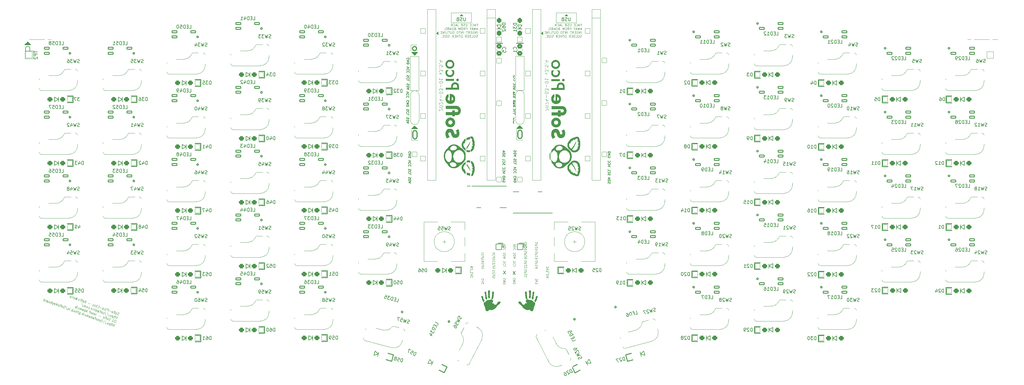
<source format=gbo>
%TF.GenerationSoftware,KiCad,Pcbnew,7.0.10*%
%TF.CreationDate,2024-03-01T16:33:51-05:00*%
%TF.ProjectId,Sofle_Pico_Panel,536f666c-655f-4506-9963-6f5f50616e65,v3.5.4*%
%TF.SameCoordinates,Original*%
%TF.FileFunction,Legend,Bot*%
%TF.FilePolarity,Positive*%
%FSLAX46Y46*%
G04 Gerber Fmt 4.6, Leading zero omitted, Abs format (unit mm)*
G04 Created by KiCad (PCBNEW 7.0.10) date 2024-03-01 16:33:51*
%MOMM*%
%LPD*%
G01*
G04 APERTURE LIST*
G04 Aperture macros list*
%AMRoundRect*
0 Rectangle with rounded corners*
0 $1 Rounding radius*
0 $2 $3 $4 $5 $6 $7 $8 $9 X,Y pos of 4 corners*
0 Add a 4 corners polygon primitive as box body*
4,1,4,$2,$3,$4,$5,$6,$7,$8,$9,$2,$3,0*
0 Add four circle primitives for the rounded corners*
1,1,$1+$1,$2,$3*
1,1,$1+$1,$4,$5*
1,1,$1+$1,$6,$7*
1,1,$1+$1,$8,$9*
0 Add four rect primitives between the rounded corners*
20,1,$1+$1,$2,$3,$4,$5,0*
20,1,$1+$1,$4,$5,$6,$7,0*
20,1,$1+$1,$6,$7,$8,$9,0*
20,1,$1+$1,$8,$9,$2,$3,0*%
%AMFreePoly0*
4,1,34,1.310355,1.295355,1.325000,1.260000,1.325000,-1.008000,1.324039,-1.017754,1.304857,-1.114190,1.297391,-1.132215,1.242764,-1.213970,1.228970,-1.227764,1.147215,-1.282391,1.129190,-1.289857,1.032754,-1.309039,1.023000,-1.310000,-1.023000,-1.310000,-1.032754,-1.309039,-1.129190,-1.289857,-1.147215,-1.282391,-1.228970,-1.227764,-1.242764,-1.213970,-1.297391,-1.132215,-1.304857,-1.114190,
-1.324039,-1.017754,-1.325000,-1.008000,-1.325000,1.008000,-1.324039,1.017754,-1.304857,1.114190,-1.297391,1.132215,-1.242764,1.213970,-1.228970,1.227764,-1.147215,1.282391,-1.129190,1.289857,-1.032754,1.309039,-1.023000,1.310000,1.275000,1.310000,1.310355,1.295355,1.310355,1.295355,$1*%
%AMFreePoly1*
4,1,35,1.032754,1.309039,1.129190,1.289857,1.147215,1.282391,1.228970,1.227764,1.242764,1.213970,1.297391,1.132215,1.304857,1.114190,1.324039,1.017754,1.325000,1.008000,1.325000,-1.008000,1.324039,-1.017754,1.304857,-1.114190,1.297391,-1.132215,1.242764,-1.213970,1.228970,-1.227764,1.147215,-1.282391,1.129190,-1.289857,1.032754,-1.309039,1.023000,-1.310000,-0.645000,-1.310000,
-0.680355,-1.295355,-1.310355,-0.665355,-1.325000,-0.630000,-1.325000,1.008000,-1.324039,1.017754,-1.304857,1.114190,-1.297391,1.132215,-1.242764,1.213970,-1.228970,1.227764,-1.147215,1.282391,-1.129190,1.289857,-1.032754,1.309039,-1.023000,1.310000,1.023000,1.310000,1.032754,1.309039,1.032754,1.309039,$1*%
%AMFreePoly2*
4,1,35,0.686755,0.459039,0.733825,0.449676,0.751849,0.442210,0.791753,0.415547,0.805547,0.401753,0.832210,0.361849,0.839676,0.343825,0.849039,0.296755,0.850000,0.287000,0.850000,-0.082000,0.835355,-0.117355,0.507355,-0.445355,0.472000,-0.460000,-0.677000,-0.460000,-0.686755,-0.459039,-0.733825,-0.449676,-0.751849,-0.442210,-0.791753,-0.415547,-0.805547,-0.401753,-0.832210,-0.361849,
-0.839676,-0.343825,-0.849039,-0.296755,-0.850000,-0.287000,-0.850000,0.287000,-0.849039,0.296755,-0.839676,0.343825,-0.832210,0.361849,-0.805547,0.401753,-0.791753,0.415547,-0.751849,0.442210,-0.733825,0.449676,-0.686755,0.459039,-0.677000,0.460000,0.677000,0.460000,0.686755,0.459039,0.686755,0.459039,$1*%
%AMFreePoly3*
4,1,39,0.560355,0.785355,0.785355,0.560355,0.800000,0.525000,0.800000,-0.525000,0.785355,-0.560355,0.560355,-0.785355,0.525000,-0.800000,0.000000,-0.800000,-0.005082,-0.799741,-0.156745,-0.784246,-0.167390,-0.781967,-0.332691,-0.727193,-0.343213,-0.722287,-0.491426,-0.630868,-0.500532,-0.623667,-0.623667,-0.500532,-0.630868,-0.491426,-0.722287,-0.343213,-0.727193,-0.332691,-0.781967,-0.167390,
-0.784246,-0.156745,-0.799741,-0.005082,-0.799741,0.005082,-0.784246,0.156745,-0.781967,0.167390,-0.727193,0.332691,-0.722287,0.343213,-0.630868,0.491426,-0.623667,0.500532,-0.500532,0.623667,-0.491426,0.630868,-0.343213,0.722287,-0.332691,0.727193,-0.167390,0.781967,-0.156745,0.784246,-0.005082,0.799741,0.000000,0.800000,0.525000,0.800000,0.560355,0.785355,0.560355,0.785355,
$1*%
%AMFreePoly4*
4,1,14,-0.214645,0.785355,0.535355,0.035355,0.550000,0.000000,0.535355,-0.035355,-0.214645,-0.785355,-0.250000,-0.800000,-0.500000,-0.800000,-0.535355,-0.785355,-0.550000,-0.750000,-0.550000,0.750000,-0.535355,0.785355,-0.500000,0.800000,-0.250000,0.800000,-0.214645,0.785355,-0.214645,0.785355,$1*%
%AMFreePoly5*
4,1,16,0.295355,0.785355,0.310000,0.750000,0.310000,-0.750000,0.295355,-0.785355,0.260000,-0.800000,-0.990000,-0.800000,-1.025355,-0.785355,-1.040000,-0.750000,-1.025355,-0.714645,-0.310710,0.000000,-1.025355,0.714645,-1.040000,0.750000,-1.025355,0.785355,-0.990000,0.800000,0.260000,0.800000,0.295355,0.785355,0.295355,0.785355,$1*%
%AMFreePoly6*
4,1,39,0.005082,0.799741,0.156745,0.784246,0.167390,0.781967,0.332691,0.727193,0.343213,0.722287,0.491426,0.630868,0.500532,0.623667,0.623667,0.500532,0.630868,0.491426,0.722287,0.343213,0.727193,0.332691,0.781967,0.167390,0.784246,0.156745,0.799741,0.005082,0.799741,-0.005082,0.784246,-0.156745,0.781967,-0.167390,0.727193,-0.332691,0.722287,-0.343213,0.630868,-0.491426,
0.623667,-0.500532,0.500532,-0.623667,0.491426,-0.630868,0.343213,-0.722287,0.332691,-0.727193,0.167390,-0.781967,0.156745,-0.784246,0.005082,-0.799741,0.000000,-0.800000,-0.600000,-0.800000,-0.635355,-0.785355,-0.785355,-0.635355,-0.800000,-0.600000,-0.800000,0.600000,-0.785355,0.635355,-0.635355,0.785355,-0.600000,0.800000,0.000000,0.800000,0.005082,0.799741,0.005082,0.799741,
$1*%
%AMFreePoly7*
4,1,56,0.118133,1.292104,0.126817,1.290741,0.305186,1.246382,0.315334,1.242654,0.479998,1.160989,0.489108,1.155166,0.632366,1.040012,0.640012,1.032366,0.755166,0.889108,0.760989,0.879998,0.842654,0.715334,0.846382,0.705186,0.890741,0.526817,0.892104,0.518133,0.899885,0.403383,0.900000,0.400000,0.900000,-0.400000,0.885355,-0.435355,0.035355,-1.285355,0.000000,-1.300000,
-0.003383,-1.299885,-0.118133,-1.292104,-0.126817,-1.290741,-0.305186,-1.246382,-0.315334,-1.242654,-0.479998,-1.160989,-0.489108,-1.155166,-0.632366,-1.040012,-0.640012,-1.032366,-0.755166,-0.889108,-0.760989,-0.879998,-0.842654,-0.715334,-0.846382,-0.705186,-0.890741,-0.526817,-0.892104,-0.518133,-0.899885,-0.403383,-0.900000,-0.400000,-0.900000,0.400000,-0.899885,0.403383,-0.892104,0.518133,
-0.890741,0.526817,-0.846382,0.705186,-0.842654,0.715334,-0.760989,0.879998,-0.755166,0.889108,-0.640012,1.032366,-0.632366,1.040012,-0.489108,1.155166,-0.479998,1.160989,-0.315334,1.242654,-0.305186,1.246382,-0.126817,1.290741,-0.118133,1.292104,-0.003383,1.299885,0.003383,1.299885,0.118133,1.292104,0.118133,1.292104,$1*%
%AMFreePoly8*
4,1,56,0.032882,1.287666,0.035355,1.285355,0.885355,0.435355,0.900000,0.400000,0.900000,-0.400000,0.899885,-0.403383,0.892104,-0.518133,0.890741,-0.526817,0.846382,-0.705186,0.842654,-0.715334,0.760989,-0.879998,0.755166,-0.889108,0.640012,-1.032366,0.632366,-1.040012,0.489108,-1.155166,0.479998,-1.160989,0.315334,-1.242654,0.305186,-1.246382,0.126817,-1.290741,0.118133,-1.292104,
0.003383,-1.299885,-0.003383,-1.299885,-0.118133,-1.292104,-0.126817,-1.290741,-0.305186,-1.246382,-0.315334,-1.242654,-0.479998,-1.160989,-0.489108,-1.155166,-0.632366,-1.040012,-0.640012,-1.032366,-0.755166,-0.889108,-0.760989,-0.879998,-0.842654,-0.715334,-0.846382,-0.705186,-0.890741,-0.526817,-0.892104,-0.518133,-0.899885,-0.403383,-0.900000,-0.400000,-0.900000,0.400000,-0.899885,0.403383,
-0.892104,0.518133,-0.890741,0.526817,-0.846382,0.705186,-0.842654,0.715334,-0.760989,0.879998,-0.755166,0.889108,-0.640012,1.032366,-0.632366,1.040012,-0.489108,1.155166,-0.479998,1.160989,-0.315334,1.242654,-0.305186,1.246382,-0.126817,1.290741,-0.118133,1.292104,-0.003383,1.299885,0.032882,1.287666,0.032882,1.287666,$1*%
%AMFreePoly9*
4,1,35,0.660355,1.295355,1.285355,0.670355,1.300000,0.635000,1.300000,-1.010000,1.299039,-1.019754,1.280009,-1.115425,1.272544,-1.133449,1.218351,-1.214555,1.204555,-1.228351,1.123449,-1.282544,1.105425,-1.290009,1.009754,-1.309039,1.000000,-1.310000,-1.000000,-1.310000,-1.009754,-1.309039,-1.105425,-1.290009,-1.123449,-1.282544,-1.204555,-1.228351,-1.218351,-1.214555,-1.272544,-1.133449,
-1.280009,-1.115425,-1.299039,-1.019754,-1.300000,-1.010000,-1.300000,1.010000,-1.299039,1.019754,-1.280009,1.115425,-1.272544,1.133449,-1.218351,1.214555,-1.204555,1.228351,-1.123449,1.282544,-1.105425,1.290009,-1.009754,1.309039,-1.000000,1.310000,0.625000,1.310000,0.660355,1.295355,0.660355,1.295355,$1*%
%AMFreePoly10*
4,1,34,1.031754,1.314039,1.128573,1.294781,1.146598,1.287315,1.228677,1.232471,1.242471,1.218677,1.297315,1.136598,1.304781,1.118573,1.324039,1.021754,1.325000,1.012000,1.325000,-1.012000,1.324039,-1.021754,1.304781,-1.118573,1.297315,-1.136598,1.242471,-1.218677,1.228677,-1.232471,1.146598,-1.287315,1.128573,-1.294781,1.031754,-1.314039,1.022000,-1.315000,-1.275000,-1.315000,
-1.310355,-1.300355,-1.325000,-1.265000,-1.325000,1.012000,-1.324039,1.021754,-1.304781,1.118573,-1.297315,1.136598,-1.242471,1.218677,-1.228677,1.232471,-1.146598,1.287315,-1.128573,1.294781,-1.031754,1.314039,-1.022000,1.315000,1.022000,1.315000,1.031754,1.314039,1.031754,1.314039,$1*%
%AMFreePoly11*
4,1,14,0.535355,0.785355,0.550000,0.750000,0.550000,-0.750000,0.535355,-0.785355,0.500000,-0.800000,0.250000,-0.800000,0.214645,-0.785355,-0.535355,-0.035355,-0.550000,0.000000,-0.535355,0.035355,0.214645,0.785355,0.250000,0.800000,0.500000,0.800000,0.535355,0.785355,0.535355,0.785355,$1*%
%AMFreePoly12*
4,1,16,1.025355,0.785355,1.040000,0.750000,1.025355,0.714645,0.310710,0.000000,1.025355,-0.714645,1.040000,-0.750000,1.025355,-0.785355,0.990000,-0.800000,-0.260000,-0.800000,-0.295355,-0.785355,-0.310000,-0.750000,-0.310000,0.750000,-0.295355,0.785355,-0.260000,0.800000,0.990000,0.800000,1.025355,0.785355,1.025355,0.785355,$1*%
G04 Aperture macros list end*
%ADD10C,0.300000*%
%ADD11C,0.100000*%
%ADD12C,0.150000*%
%ADD13C,0.125000*%
%ADD14C,0.250000*%
%ADD15C,0.200000*%
%ADD16C,0.120000*%
%ADD17C,0.022764*%
%ADD18C,0.022619*%
%ADD19RoundRect,0.050000X-0.700000X-0.700000X0.700000X-0.700000X0.700000X0.700000X-0.700000X0.700000X0*%
%ADD20RoundRect,0.325000X-0.425000X-0.325000X0.425000X-0.325000X0.425000X0.325000X-0.425000X0.325000X0*%
%ADD21C,1.500000*%
%ADD22RoundRect,0.050000X-0.305911X-0.941498X0.941498X-0.305911X0.305911X0.941498X-0.941498X0.305911X0*%
%ADD23RoundRect,0.325000X-0.231131X-0.482523X0.526225X-0.096631X0.231131X0.482523X-0.526225X0.096631X0*%
%ADD24C,1.850000*%
%ADD25C,3.100000*%
%ADD26C,4.087800*%
%ADD27FreePoly0,180.000000*%
%ADD28FreePoly1,180.000000*%
%ADD29FreePoly0,117.000000*%
%ADD30FreePoly1,117.000000*%
%ADD31FreePoly0,195.000000*%
%ADD32FreePoly1,195.000000*%
%ADD33C,4.800000*%
%ADD34RoundRect,0.050000X-0.494975X-0.857321X0.857321X-0.494975X0.494975X0.857321X-0.857321X0.494975X0*%
%ADD35RoundRect,0.325000X-0.326402X-0.423924X0.494635X-0.203928X0.326402X0.423924X-0.494635X0.203928X0*%
%ADD36FreePoly2,0.000000*%
%ADD37RoundRect,0.138000X0.712000X0.322000X-0.712000X0.322000X-0.712000X-0.322000X0.712000X-0.322000X0*%
%ADD38RoundRect,0.138000X-0.712000X-0.322000X0.712000X-0.322000X0.712000X0.322000X-0.712000X0.322000X0*%
%ADD39FreePoly2,180.000000*%
%ADD40RoundRect,0.050000X0.700000X0.700000X-0.700000X0.700000X-0.700000X-0.700000X0.700000X-0.700000X0*%
%ADD41RoundRect,0.325000X0.425000X0.325000X-0.425000X0.325000X-0.425000X-0.325000X0.425000X-0.325000X0*%
%ADD42FreePoly3,90.000000*%
%ADD43FreePoly4,90.000000*%
%ADD44FreePoly5,90.000000*%
%ADD45FreePoly6,90.000000*%
%ADD46FreePoly2,195.000000*%
%ADD47RoundRect,0.138000X-0.604399X-0.495307X0.771079X-0.126749X0.604399X0.495307X-0.771079X0.126749X0*%
%ADD48RoundRect,0.138000X0.604399X0.495307X-0.771079X0.126749X-0.604399X-0.495307X0.771079X-0.126749X0*%
%ADD49C,1.497000*%
%ADD50RoundRect,0.050000X0.698500X-0.698500X0.698500X0.698500X-0.698500X0.698500X-0.698500X-0.698500X0*%
%ADD51FreePoly2,117.000000*%
%ADD52RoundRect,0.138000X-0.610145X0.488212X0.036337X-0.780582X0.610145X-0.488212X-0.036337X0.780582X0*%
%ADD53RoundRect,0.138000X0.610145X-0.488212X-0.036337X0.780582X-0.610145X0.488212X0.036337X-0.780582X0*%
%ADD54RoundRect,0.050000X0.750000X-0.750000X0.750000X0.750000X-0.750000X0.750000X-0.750000X-0.750000X0*%
%ADD55RoundRect,0.325000X0.325000X-0.475000X0.325000X0.475000X-0.325000X0.475000X-0.325000X-0.475000X0*%
%ADD56RoundRect,0.325000X0.325000X-0.425000X0.325000X0.425000X-0.325000X0.425000X-0.325000X-0.425000X0*%
%ADD57O,1.600000X1.600000*%
%ADD58C,1.448000*%
%ADD59FreePoly3,180.000000*%
%ADD60FreePoly4,180.000000*%
%ADD61FreePoly5,180.000000*%
%ADD62FreePoly6,180.000000*%
%ADD63RoundRect,0.050000X-0.698500X0.698500X-0.698500X-0.698500X0.698500X-0.698500X0.698500X0.698500X0*%
%ADD64RoundRect,0.050000X-1.000000X-1.000000X1.000000X-1.000000X1.000000X1.000000X-1.000000X1.000000X0*%
%ADD65C,4.500000*%
%ADD66FreePoly2,345.000000*%
%ADD67RoundRect,0.138000X0.771079X0.126749X-0.604399X0.495307X-0.771079X-0.126749X0.604399X-0.495307X0*%
%ADD68RoundRect,0.138000X-0.771079X-0.126749X0.604399X-0.495307X0.771079X0.126749X-0.604399X0.495307X0*%
%ADD69FreePoly2,63.000000*%
%ADD70RoundRect,0.138000X0.036337X0.780582X-0.610145X-0.488212X-0.036337X-0.780582X0.610145X0.488212X0*%
%ADD71RoundRect,0.138000X-0.036337X-0.780582X0.610145X0.488212X0.036337X0.780582X-0.610145X-0.488212X0*%
%ADD72C,0.900000*%
%ADD73O,2.900000X1.600000*%
%ADD74C,2.100000*%
%ADD75FreePoly3,0.000000*%
%ADD76FreePoly4,0.000000*%
%ADD77FreePoly5,0.000000*%
%ADD78FreePoly6,0.000000*%
%ADD79RoundRect,0.050000X0.941498X0.305911X-0.305911X0.941498X-0.941498X-0.305911X0.305911X-0.941498X0*%
%ADD80RoundRect,0.325000X0.526225X0.096631X-0.231131X0.482523X-0.526225X-0.096631X0.231131X-0.482523X0*%
%ADD81RoundRect,0.050000X0.857321X0.494975X-0.494975X0.857321X-0.857321X-0.494975X0.494975X-0.857321X0*%
%ADD82RoundRect,0.325000X0.494635X0.203928X-0.326402X0.423924X-0.494635X-0.203928X0.326402X-0.423924X0*%
%ADD83C,1.300000*%
%ADD84FreePoly7,270.000000*%
%ADD85FreePoly8,270.000000*%
%ADD86O,2.600000X1.800000*%
%ADD87C,1.100000*%
%ADD88RoundRect,0.050000X0.850000X0.850000X-0.850000X0.850000X-0.850000X-0.850000X0.850000X-0.850000X0*%
%ADD89O,1.800000X1.800000*%
%ADD90FreePoly9,-0.000000*%
%ADD91FreePoly10,-0.000000*%
%ADD92C,1.800000*%
%ADD93FreePoly11,270.000000*%
%ADD94FreePoly12,270.000000*%
%ADD95FreePoly7,90.000000*%
%ADD96FreePoly8,90.000000*%
%ADD97RoundRect,0.271277X-0.503723X0.366223X-0.503723X-0.366223X0.503723X-0.366223X0.503723X0.366223X0*%
%ADD98C,1.600000*%
%ADD99RoundRect,0.050000X0.750000X0.750000X-0.750000X0.750000X-0.750000X-0.750000X0.750000X-0.750000X0*%
%ADD100RoundRect,0.050000X1.000000X1.000000X-1.000000X1.000000X-1.000000X-1.000000X1.000000X-1.000000X0*%
%ADD101FreePoly9,63.000000*%
%ADD102FreePoly10,63.000000*%
%ADD103FreePoly9,345.000000*%
%ADD104FreePoly10,345.000000*%
G04 APERTURE END LIST*
D10*
X122003307Y-87080935D02*
G75*
G03*
X123271693Y-87080935I634193J-7D01*
G01*
X90648307Y-87195935D02*
G75*
G03*
X91916693Y-87195935I634193J-6D01*
G01*
D11*
X91941693Y-59708528D02*
X90081693Y-59708528D01*
D10*
X122003307Y-85830935D02*
X122003307Y-87080935D01*
D12*
X92102500Y-61975135D02*
X91232500Y-62845135D01*
X91222500Y-62845135D01*
X90302500Y-61975134D01*
X92102500Y-61975135D01*
G36*
X92102500Y-61975135D02*
G01*
X91232500Y-62845135D01*
X91222500Y-62845135D01*
X90302500Y-61975134D01*
X92102500Y-61975135D01*
G37*
D10*
X90648307Y-85945935D02*
X90648307Y-87195935D01*
X123271693Y-85830935D02*
G75*
G03*
X122003307Y-85830935I-634193J-7D01*
G01*
X90543308Y-60848528D02*
G75*
G03*
X91811694Y-60848528I634193J6D01*
G01*
D12*
X92112500Y-84810135D02*
X90312500Y-84810135D01*
X91182500Y-83940135D01*
X91192500Y-83940135D01*
X92112500Y-84810135D01*
G36*
X92112500Y-84810135D02*
G01*
X90312500Y-84810135D01*
X91182500Y-83940135D01*
X91192500Y-83940135D01*
X92112500Y-84810135D01*
G37*
D11*
X90081693Y-61628528D02*
X90081693Y-59708528D01*
X121597500Y-88105135D02*
X123457500Y-88105135D01*
D10*
X123271693Y-85830935D02*
X123271693Y-87080935D01*
D12*
X123467500Y-84695135D02*
X121667500Y-84695135D01*
X122537500Y-83825135D01*
X122547500Y-83825135D01*
X123467500Y-84695135D01*
G36*
X123467500Y-84695135D02*
G01*
X121667500Y-84695135D01*
X122537500Y-83825135D01*
X122547500Y-83825135D01*
X123467500Y-84695135D01*
G37*
D10*
X91811693Y-60848528D02*
G75*
G03*
X90543307Y-60848528I-634193J5D01*
G01*
X91916693Y-85945935D02*
X91916693Y-87195935D01*
D11*
X90242501Y-88220135D02*
X92102500Y-88220135D01*
X121597500Y-85015135D02*
X121597500Y-88105135D01*
X90242501Y-85130135D02*
X90242501Y-88220135D01*
D10*
X91916693Y-85945935D02*
G75*
G03*
X90648307Y-85945935I-634193J-7D01*
G01*
D11*
X111747042Y-123476488D02*
X111778471Y-123539346D01*
X111778471Y-123539346D02*
X111778471Y-123633631D01*
X111778471Y-123633631D02*
X111747042Y-123727917D01*
X111747042Y-123727917D02*
X111684185Y-123790774D01*
X111684185Y-123790774D02*
X111621328Y-123822203D01*
X111621328Y-123822203D02*
X111495614Y-123853631D01*
X111495614Y-123853631D02*
X111401328Y-123853631D01*
X111401328Y-123853631D02*
X111275614Y-123822203D01*
X111275614Y-123822203D02*
X111212757Y-123790774D01*
X111212757Y-123790774D02*
X111149900Y-123727917D01*
X111149900Y-123727917D02*
X111118471Y-123633631D01*
X111118471Y-123633631D02*
X111118471Y-123570774D01*
X111118471Y-123570774D02*
X111149900Y-123476488D01*
X111149900Y-123476488D02*
X111181328Y-123445060D01*
X111181328Y-123445060D02*
X111401328Y-123445060D01*
X111401328Y-123445060D02*
X111401328Y-123570774D01*
X111118471Y-123162203D02*
X111778471Y-123162203D01*
X111778471Y-123162203D02*
X111778471Y-122910774D01*
X111778471Y-122910774D02*
X111747042Y-122847917D01*
X111747042Y-122847917D02*
X111715614Y-122816488D01*
X111715614Y-122816488D02*
X111652757Y-122785060D01*
X111652757Y-122785060D02*
X111558471Y-122785060D01*
X111558471Y-122785060D02*
X111495614Y-122816488D01*
X111495614Y-122816488D02*
X111464185Y-122847917D01*
X111464185Y-122847917D02*
X111432757Y-122910774D01*
X111432757Y-122910774D02*
X111432757Y-123162203D01*
X111118471Y-122156488D02*
X111118471Y-122533631D01*
X111118471Y-122345060D02*
X111778471Y-122345060D01*
X111778471Y-122345060D02*
X111684185Y-122407917D01*
X111684185Y-122407917D02*
X111621328Y-122470774D01*
X111621328Y-122470774D02*
X111589900Y-122533631D01*
X111118471Y-121842203D02*
X111118471Y-121716489D01*
X111118471Y-121716489D02*
X111149900Y-121653632D01*
X111149900Y-121653632D02*
X111181328Y-121622203D01*
X111181328Y-121622203D02*
X111275614Y-121559346D01*
X111275614Y-121559346D02*
X111401328Y-121527917D01*
X111401328Y-121527917D02*
X111652757Y-121527917D01*
X111652757Y-121527917D02*
X111715614Y-121559346D01*
X111715614Y-121559346D02*
X111747042Y-121590775D01*
X111747042Y-121590775D02*
X111778471Y-121653632D01*
X111778471Y-121653632D02*
X111778471Y-121779346D01*
X111778471Y-121779346D02*
X111747042Y-121842203D01*
X111747042Y-121842203D02*
X111715614Y-121873632D01*
X111715614Y-121873632D02*
X111652757Y-121905060D01*
X111652757Y-121905060D02*
X111495614Y-121905060D01*
X111495614Y-121905060D02*
X111432757Y-121873632D01*
X111432757Y-121873632D02*
X111401328Y-121842203D01*
X111401328Y-121842203D02*
X111369900Y-121779346D01*
X111369900Y-121779346D02*
X111369900Y-121653632D01*
X111369900Y-121653632D02*
X111401328Y-121590775D01*
X111401328Y-121590775D02*
X111432757Y-121559346D01*
X111432757Y-121559346D02*
X111495614Y-121527917D01*
X127229057Y-124469421D02*
X127197628Y-124406564D01*
X127197628Y-124406564D02*
X127197628Y-124312278D01*
X127197628Y-124312278D02*
X127229057Y-124217992D01*
X127229057Y-124217992D02*
X127291914Y-124155135D01*
X127291914Y-124155135D02*
X127354771Y-124123706D01*
X127354771Y-124123706D02*
X127480485Y-124092278D01*
X127480485Y-124092278D02*
X127574771Y-124092278D01*
X127574771Y-124092278D02*
X127700485Y-124123706D01*
X127700485Y-124123706D02*
X127763342Y-124155135D01*
X127763342Y-124155135D02*
X127826200Y-124217992D01*
X127826200Y-124217992D02*
X127857628Y-124312278D01*
X127857628Y-124312278D02*
X127857628Y-124375135D01*
X127857628Y-124375135D02*
X127826200Y-124469421D01*
X127826200Y-124469421D02*
X127794771Y-124500849D01*
X127794771Y-124500849D02*
X127574771Y-124500849D01*
X127574771Y-124500849D02*
X127574771Y-124375135D01*
X127857628Y-124783706D02*
X127197628Y-124783706D01*
X127197628Y-124783706D02*
X127197628Y-125035135D01*
X127197628Y-125035135D02*
X127229057Y-125097992D01*
X127229057Y-125097992D02*
X127260485Y-125129421D01*
X127260485Y-125129421D02*
X127323342Y-125160849D01*
X127323342Y-125160849D02*
X127417628Y-125160849D01*
X127417628Y-125160849D02*
X127480485Y-125129421D01*
X127480485Y-125129421D02*
X127511914Y-125097992D01*
X127511914Y-125097992D02*
X127543342Y-125035135D01*
X127543342Y-125035135D02*
X127543342Y-124783706D01*
X127857628Y-125789421D02*
X127857628Y-125412278D01*
X127857628Y-125600849D02*
X127197628Y-125600849D01*
X127197628Y-125600849D02*
X127291914Y-125537992D01*
X127291914Y-125537992D02*
X127354771Y-125475135D01*
X127354771Y-125475135D02*
X127386200Y-125412278D01*
X127480485Y-126166563D02*
X127449057Y-126103706D01*
X127449057Y-126103706D02*
X127417628Y-126072277D01*
X127417628Y-126072277D02*
X127354771Y-126040849D01*
X127354771Y-126040849D02*
X127323342Y-126040849D01*
X127323342Y-126040849D02*
X127260485Y-126072277D01*
X127260485Y-126072277D02*
X127229057Y-126103706D01*
X127229057Y-126103706D02*
X127197628Y-126166563D01*
X127197628Y-126166563D02*
X127197628Y-126292277D01*
X127197628Y-126292277D02*
X127229057Y-126355135D01*
X127229057Y-126355135D02*
X127260485Y-126386563D01*
X127260485Y-126386563D02*
X127323342Y-126417992D01*
X127323342Y-126417992D02*
X127354771Y-126417992D01*
X127354771Y-126417992D02*
X127417628Y-126386563D01*
X127417628Y-126386563D02*
X127449057Y-126355135D01*
X127449057Y-126355135D02*
X127480485Y-126292277D01*
X127480485Y-126292277D02*
X127480485Y-126166563D01*
X127480485Y-126166563D02*
X127511914Y-126103706D01*
X127511914Y-126103706D02*
X127543342Y-126072277D01*
X127543342Y-126072277D02*
X127606200Y-126040849D01*
X127606200Y-126040849D02*
X127731914Y-126040849D01*
X127731914Y-126040849D02*
X127794771Y-126072277D01*
X127794771Y-126072277D02*
X127826200Y-126103706D01*
X127826200Y-126103706D02*
X127857628Y-126166563D01*
X127857628Y-126166563D02*
X127857628Y-126292277D01*
X127857628Y-126292277D02*
X127826200Y-126355135D01*
X127826200Y-126355135D02*
X127794771Y-126386563D01*
X127794771Y-126386563D02*
X127731914Y-126417992D01*
X127731914Y-126417992D02*
X127606200Y-126417992D01*
X127606200Y-126417992D02*
X127543342Y-126386563D01*
X127543342Y-126386563D02*
X127511914Y-126355135D01*
X127511914Y-126355135D02*
X127480485Y-126292277D01*
X115087042Y-128931353D02*
X115118471Y-128994211D01*
X115118471Y-128994211D02*
X115118471Y-129088496D01*
X115118471Y-129088496D02*
X115087042Y-129182782D01*
X115087042Y-129182782D02*
X115024185Y-129245639D01*
X115024185Y-129245639D02*
X114961328Y-129277068D01*
X114961328Y-129277068D02*
X114835614Y-129308496D01*
X114835614Y-129308496D02*
X114741328Y-129308496D01*
X114741328Y-129308496D02*
X114615614Y-129277068D01*
X114615614Y-129277068D02*
X114552757Y-129245639D01*
X114552757Y-129245639D02*
X114489900Y-129182782D01*
X114489900Y-129182782D02*
X114458471Y-129088496D01*
X114458471Y-129088496D02*
X114458471Y-129025639D01*
X114458471Y-129025639D02*
X114489900Y-128931353D01*
X114489900Y-128931353D02*
X114521328Y-128899925D01*
X114521328Y-128899925D02*
X114741328Y-128899925D01*
X114741328Y-128899925D02*
X114741328Y-129025639D01*
X114458471Y-128617068D02*
X115118471Y-128617068D01*
X115118471Y-128617068D02*
X115118471Y-128365639D01*
X115118471Y-128365639D02*
X115087042Y-128302782D01*
X115087042Y-128302782D02*
X115055614Y-128271353D01*
X115055614Y-128271353D02*
X114992757Y-128239925D01*
X114992757Y-128239925D02*
X114898471Y-128239925D01*
X114898471Y-128239925D02*
X114835614Y-128271353D01*
X114835614Y-128271353D02*
X114804185Y-128302782D01*
X114804185Y-128302782D02*
X114772757Y-128365639D01*
X114772757Y-128365639D02*
X114772757Y-128617068D01*
X115055614Y-127988496D02*
X115087042Y-127957068D01*
X115087042Y-127957068D02*
X115118471Y-127894211D01*
X115118471Y-127894211D02*
X115118471Y-127737068D01*
X115118471Y-127737068D02*
X115087042Y-127674211D01*
X115087042Y-127674211D02*
X115055614Y-127642782D01*
X115055614Y-127642782D02*
X114992757Y-127611353D01*
X114992757Y-127611353D02*
X114929900Y-127611353D01*
X114929900Y-127611353D02*
X114835614Y-127642782D01*
X114835614Y-127642782D02*
X114458471Y-128019925D01*
X114458471Y-128019925D02*
X114458471Y-127611353D01*
X114458471Y-126982782D02*
X114458471Y-127359925D01*
X114458471Y-127171354D02*
X115118471Y-127171354D01*
X115118471Y-127171354D02*
X115024185Y-127234211D01*
X115024185Y-127234211D02*
X114961328Y-127297068D01*
X114961328Y-127297068D02*
X114929900Y-127359925D01*
X111788471Y-131115060D02*
X111788471Y-130706488D01*
X111788471Y-130706488D02*
X111537042Y-130926488D01*
X111537042Y-130926488D02*
X111537042Y-130832203D01*
X111537042Y-130832203D02*
X111505614Y-130769346D01*
X111505614Y-130769346D02*
X111474185Y-130737917D01*
X111474185Y-130737917D02*
X111411328Y-130706488D01*
X111411328Y-130706488D02*
X111254185Y-130706488D01*
X111254185Y-130706488D02*
X111191328Y-130737917D01*
X111191328Y-130737917D02*
X111159900Y-130769346D01*
X111159900Y-130769346D02*
X111128471Y-130832203D01*
X111128471Y-130832203D02*
X111128471Y-131020774D01*
X111128471Y-131020774D02*
X111159900Y-131083631D01*
X111159900Y-131083631D02*
X111191328Y-131115060D01*
X111788471Y-130517917D02*
X111128471Y-130297917D01*
X111128471Y-130297917D02*
X111788471Y-130077917D01*
X111788471Y-129920775D02*
X111788471Y-129512203D01*
X111788471Y-129512203D02*
X111537042Y-129732203D01*
X111537042Y-129732203D02*
X111537042Y-129637918D01*
X111537042Y-129637918D02*
X111505614Y-129575061D01*
X111505614Y-129575061D02*
X111474185Y-129543632D01*
X111474185Y-129543632D02*
X111411328Y-129512203D01*
X111411328Y-129512203D02*
X111254185Y-129512203D01*
X111254185Y-129512203D02*
X111191328Y-129543632D01*
X111191328Y-129543632D02*
X111159900Y-129575061D01*
X111159900Y-129575061D02*
X111128471Y-129637918D01*
X111128471Y-129637918D02*
X111128471Y-129826489D01*
X111128471Y-129826489D02*
X111159900Y-129889346D01*
X111159900Y-129889346D02*
X111191328Y-129920775D01*
D13*
X130987800Y-79375465D02*
X131035419Y-79327846D01*
X131035419Y-79327846D02*
X131083038Y-79232608D01*
X131083038Y-79232608D02*
X131083038Y-78994513D01*
X131083038Y-78994513D02*
X131035419Y-78899275D01*
X131035419Y-78899275D02*
X130987800Y-78851656D01*
X130987800Y-78851656D02*
X130892562Y-78804037D01*
X130892562Y-78804037D02*
X130797324Y-78804037D01*
X130797324Y-78804037D02*
X130654467Y-78851656D01*
X130654467Y-78851656D02*
X130083038Y-79423084D01*
X130083038Y-79423084D02*
X130083038Y-78804037D01*
X131083038Y-78184989D02*
X131083038Y-78089751D01*
X131083038Y-78089751D02*
X131035419Y-77994513D01*
X131035419Y-77994513D02*
X130987800Y-77946894D01*
X130987800Y-77946894D02*
X130892562Y-77899275D01*
X130892562Y-77899275D02*
X130702086Y-77851656D01*
X130702086Y-77851656D02*
X130463991Y-77851656D01*
X130463991Y-77851656D02*
X130273515Y-77899275D01*
X130273515Y-77899275D02*
X130178277Y-77946894D01*
X130178277Y-77946894D02*
X130130658Y-77994513D01*
X130130658Y-77994513D02*
X130083038Y-78089751D01*
X130083038Y-78089751D02*
X130083038Y-78184989D01*
X130083038Y-78184989D02*
X130130658Y-78280227D01*
X130130658Y-78280227D02*
X130178277Y-78327846D01*
X130178277Y-78327846D02*
X130273515Y-78375465D01*
X130273515Y-78375465D02*
X130463991Y-78423084D01*
X130463991Y-78423084D02*
X130702086Y-78423084D01*
X130702086Y-78423084D02*
X130892562Y-78375465D01*
X130892562Y-78375465D02*
X130987800Y-78327846D01*
X130987800Y-78327846D02*
X131035419Y-78280227D01*
X131035419Y-78280227D02*
X131083038Y-78184989D01*
X130987800Y-77470703D02*
X131035419Y-77423084D01*
X131035419Y-77423084D02*
X131083038Y-77327846D01*
X131083038Y-77327846D02*
X131083038Y-77089751D01*
X131083038Y-77089751D02*
X131035419Y-76994513D01*
X131035419Y-76994513D02*
X130987800Y-76946894D01*
X130987800Y-76946894D02*
X130892562Y-76899275D01*
X130892562Y-76899275D02*
X130797324Y-76899275D01*
X130797324Y-76899275D02*
X130654467Y-76946894D01*
X130654467Y-76946894D02*
X130083038Y-77518322D01*
X130083038Y-77518322D02*
X130083038Y-76899275D01*
X130749705Y-76042132D02*
X130083038Y-76042132D01*
X131130658Y-76280227D02*
X130416372Y-76518322D01*
X130416372Y-76518322D02*
X130416372Y-75899275D01*
X130463991Y-75518322D02*
X130463991Y-74756418D01*
X131083038Y-74089751D02*
X131083038Y-73994513D01*
X131083038Y-73994513D02*
X131035419Y-73899275D01*
X131035419Y-73899275D02*
X130987800Y-73851656D01*
X130987800Y-73851656D02*
X130892562Y-73804037D01*
X130892562Y-73804037D02*
X130702086Y-73756418D01*
X130702086Y-73756418D02*
X130463991Y-73756418D01*
X130463991Y-73756418D02*
X130273515Y-73804037D01*
X130273515Y-73804037D02*
X130178277Y-73851656D01*
X130178277Y-73851656D02*
X130130658Y-73899275D01*
X130130658Y-73899275D02*
X130083038Y-73994513D01*
X130083038Y-73994513D02*
X130083038Y-74089751D01*
X130083038Y-74089751D02*
X130130658Y-74184989D01*
X130130658Y-74184989D02*
X130178277Y-74232608D01*
X130178277Y-74232608D02*
X130273515Y-74280227D01*
X130273515Y-74280227D02*
X130463991Y-74327846D01*
X130463991Y-74327846D02*
X130702086Y-74327846D01*
X130702086Y-74327846D02*
X130892562Y-74280227D01*
X130892562Y-74280227D02*
X130987800Y-74232608D01*
X130987800Y-74232608D02*
X131035419Y-74184989D01*
X131035419Y-74184989D02*
X131083038Y-74089751D01*
X131083038Y-73423084D02*
X131083038Y-72804037D01*
X131083038Y-72804037D02*
X130702086Y-73137370D01*
X130702086Y-73137370D02*
X130702086Y-72994513D01*
X130702086Y-72994513D02*
X130654467Y-72899275D01*
X130654467Y-72899275D02*
X130606848Y-72851656D01*
X130606848Y-72851656D02*
X130511610Y-72804037D01*
X130511610Y-72804037D02*
X130273515Y-72804037D01*
X130273515Y-72804037D02*
X130178277Y-72851656D01*
X130178277Y-72851656D02*
X130130658Y-72899275D01*
X130130658Y-72899275D02*
X130083038Y-72994513D01*
X130083038Y-72994513D02*
X130083038Y-73280227D01*
X130083038Y-73280227D02*
X130130658Y-73375465D01*
X130130658Y-73375465D02*
X130178277Y-73423084D01*
X130463991Y-72375465D02*
X130463991Y-71613561D01*
X131083038Y-70946894D02*
X131083038Y-70851656D01*
X131083038Y-70851656D02*
X131035419Y-70756418D01*
X131035419Y-70756418D02*
X130987800Y-70708799D01*
X130987800Y-70708799D02*
X130892562Y-70661180D01*
X130892562Y-70661180D02*
X130702086Y-70613561D01*
X130702086Y-70613561D02*
X130463991Y-70613561D01*
X130463991Y-70613561D02*
X130273515Y-70661180D01*
X130273515Y-70661180D02*
X130178277Y-70708799D01*
X130178277Y-70708799D02*
X130130658Y-70756418D01*
X130130658Y-70756418D02*
X130083038Y-70851656D01*
X130083038Y-70851656D02*
X130083038Y-70946894D01*
X130083038Y-70946894D02*
X130130658Y-71042132D01*
X130130658Y-71042132D02*
X130178277Y-71089751D01*
X130178277Y-71089751D02*
X130273515Y-71137370D01*
X130273515Y-71137370D02*
X130463991Y-71184989D01*
X130463991Y-71184989D02*
X130702086Y-71184989D01*
X130702086Y-71184989D02*
X130892562Y-71137370D01*
X130892562Y-71137370D02*
X130987800Y-71089751D01*
X130987800Y-71089751D02*
X131035419Y-71042132D01*
X131035419Y-71042132D02*
X131083038Y-70946894D01*
X130083038Y-69661180D02*
X130083038Y-70232608D01*
X130083038Y-69946894D02*
X131083038Y-69946894D01*
X131083038Y-69946894D02*
X130940181Y-70042132D01*
X130940181Y-70042132D02*
X130844943Y-70137370D01*
X130844943Y-70137370D02*
X130797324Y-70232608D01*
X130749705Y-68565941D02*
X130083038Y-68327846D01*
X130083038Y-68327846D02*
X130749705Y-68089751D01*
X131083038Y-67804036D02*
X131083038Y-67184989D01*
X131083038Y-67184989D02*
X130702086Y-67518322D01*
X130702086Y-67518322D02*
X130702086Y-67375465D01*
X130702086Y-67375465D02*
X130654467Y-67280227D01*
X130654467Y-67280227D02*
X130606848Y-67232608D01*
X130606848Y-67232608D02*
X130511610Y-67184989D01*
X130511610Y-67184989D02*
X130273515Y-67184989D01*
X130273515Y-67184989D02*
X130178277Y-67232608D01*
X130178277Y-67232608D02*
X130130658Y-67280227D01*
X130130658Y-67280227D02*
X130083038Y-67375465D01*
X130083038Y-67375465D02*
X130083038Y-67661179D01*
X130083038Y-67661179D02*
X130130658Y-67756417D01*
X130130658Y-67756417D02*
X130178277Y-67804036D01*
X130178277Y-66756417D02*
X130130658Y-66708798D01*
X130130658Y-66708798D02*
X130083038Y-66756417D01*
X130083038Y-66756417D02*
X130130658Y-66804036D01*
X130130658Y-66804036D02*
X130178277Y-66756417D01*
X130178277Y-66756417D02*
X130083038Y-66756417D01*
X131083038Y-65804037D02*
X131083038Y-66280227D01*
X131083038Y-66280227D02*
X130606848Y-66327846D01*
X130606848Y-66327846D02*
X130654467Y-66280227D01*
X130654467Y-66280227D02*
X130702086Y-66184989D01*
X130702086Y-66184989D02*
X130702086Y-65946894D01*
X130702086Y-65946894D02*
X130654467Y-65851656D01*
X130654467Y-65851656D02*
X130606848Y-65804037D01*
X130606848Y-65804037D02*
X130511610Y-65756418D01*
X130511610Y-65756418D02*
X130273515Y-65756418D01*
X130273515Y-65756418D02*
X130178277Y-65804037D01*
X130178277Y-65804037D02*
X130130658Y-65851656D01*
X130130658Y-65851656D02*
X130083038Y-65946894D01*
X130083038Y-65946894D02*
X130083038Y-66184989D01*
X130083038Y-66184989D02*
X130130658Y-66280227D01*
X130130658Y-66280227D02*
X130178277Y-66327846D01*
X130178277Y-65327846D02*
X130130658Y-65280227D01*
X130130658Y-65280227D02*
X130083038Y-65327846D01*
X130083038Y-65327846D02*
X130130658Y-65375465D01*
X130130658Y-65375465D02*
X130178277Y-65327846D01*
X130178277Y-65327846D02*
X130083038Y-65327846D01*
X130749705Y-64423085D02*
X130083038Y-64423085D01*
X131130658Y-64661180D02*
X130416372Y-64899275D01*
X130416372Y-64899275D02*
X130416372Y-64280228D01*
D11*
X127217628Y-129477992D02*
X127217628Y-129886564D01*
X127217628Y-129886564D02*
X127469057Y-129666564D01*
X127469057Y-129666564D02*
X127469057Y-129760849D01*
X127469057Y-129760849D02*
X127500485Y-129823707D01*
X127500485Y-129823707D02*
X127531914Y-129855135D01*
X127531914Y-129855135D02*
X127594771Y-129886564D01*
X127594771Y-129886564D02*
X127751914Y-129886564D01*
X127751914Y-129886564D02*
X127814771Y-129855135D01*
X127814771Y-129855135D02*
X127846200Y-129823707D01*
X127846200Y-129823707D02*
X127877628Y-129760849D01*
X127877628Y-129760849D02*
X127877628Y-129572278D01*
X127877628Y-129572278D02*
X127846200Y-129509421D01*
X127846200Y-129509421D02*
X127814771Y-129477992D01*
X127217628Y-130075135D02*
X127877628Y-130295135D01*
X127877628Y-130295135D02*
X127217628Y-130515135D01*
X127217628Y-130672277D02*
X127217628Y-131080849D01*
X127217628Y-131080849D02*
X127469057Y-130860849D01*
X127469057Y-130860849D02*
X127469057Y-130955134D01*
X127469057Y-130955134D02*
X127500485Y-131017992D01*
X127500485Y-131017992D02*
X127531914Y-131049420D01*
X127531914Y-131049420D02*
X127594771Y-131080849D01*
X127594771Y-131080849D02*
X127751914Y-131080849D01*
X127751914Y-131080849D02*
X127814771Y-131049420D01*
X127814771Y-131049420D02*
X127846200Y-131017992D01*
X127846200Y-131017992D02*
X127877628Y-130955134D01*
X127877628Y-130955134D02*
X127877628Y-130766563D01*
X127877628Y-130766563D02*
X127846200Y-130703706D01*
X127846200Y-130703706D02*
X127814771Y-130672277D01*
D13*
X99476142Y-79375465D02*
X99523761Y-79327846D01*
X99523761Y-79327846D02*
X99571380Y-79232608D01*
X99571380Y-79232608D02*
X99571380Y-78994513D01*
X99571380Y-78994513D02*
X99523761Y-78899275D01*
X99523761Y-78899275D02*
X99476142Y-78851656D01*
X99476142Y-78851656D02*
X99380904Y-78804037D01*
X99380904Y-78804037D02*
X99285666Y-78804037D01*
X99285666Y-78804037D02*
X99142809Y-78851656D01*
X99142809Y-78851656D02*
X98571380Y-79423084D01*
X98571380Y-79423084D02*
X98571380Y-78804037D01*
X99571380Y-78184989D02*
X99571380Y-78089751D01*
X99571380Y-78089751D02*
X99523761Y-77994513D01*
X99523761Y-77994513D02*
X99476142Y-77946894D01*
X99476142Y-77946894D02*
X99380904Y-77899275D01*
X99380904Y-77899275D02*
X99190428Y-77851656D01*
X99190428Y-77851656D02*
X98952333Y-77851656D01*
X98952333Y-77851656D02*
X98761857Y-77899275D01*
X98761857Y-77899275D02*
X98666619Y-77946894D01*
X98666619Y-77946894D02*
X98619000Y-77994513D01*
X98619000Y-77994513D02*
X98571380Y-78089751D01*
X98571380Y-78089751D02*
X98571380Y-78184989D01*
X98571380Y-78184989D02*
X98619000Y-78280227D01*
X98619000Y-78280227D02*
X98666619Y-78327846D01*
X98666619Y-78327846D02*
X98761857Y-78375465D01*
X98761857Y-78375465D02*
X98952333Y-78423084D01*
X98952333Y-78423084D02*
X99190428Y-78423084D01*
X99190428Y-78423084D02*
X99380904Y-78375465D01*
X99380904Y-78375465D02*
X99476142Y-78327846D01*
X99476142Y-78327846D02*
X99523761Y-78280227D01*
X99523761Y-78280227D02*
X99571380Y-78184989D01*
X99476142Y-77470703D02*
X99523761Y-77423084D01*
X99523761Y-77423084D02*
X99571380Y-77327846D01*
X99571380Y-77327846D02*
X99571380Y-77089751D01*
X99571380Y-77089751D02*
X99523761Y-76994513D01*
X99523761Y-76994513D02*
X99476142Y-76946894D01*
X99476142Y-76946894D02*
X99380904Y-76899275D01*
X99380904Y-76899275D02*
X99285666Y-76899275D01*
X99285666Y-76899275D02*
X99142809Y-76946894D01*
X99142809Y-76946894D02*
X98571380Y-77518322D01*
X98571380Y-77518322D02*
X98571380Y-76899275D01*
X99238047Y-76042132D02*
X98571380Y-76042132D01*
X99619000Y-76280227D02*
X98904714Y-76518322D01*
X98904714Y-76518322D02*
X98904714Y-75899275D01*
X98952333Y-75518322D02*
X98952333Y-74756418D01*
X99571380Y-74089751D02*
X99571380Y-73994513D01*
X99571380Y-73994513D02*
X99523761Y-73899275D01*
X99523761Y-73899275D02*
X99476142Y-73851656D01*
X99476142Y-73851656D02*
X99380904Y-73804037D01*
X99380904Y-73804037D02*
X99190428Y-73756418D01*
X99190428Y-73756418D02*
X98952333Y-73756418D01*
X98952333Y-73756418D02*
X98761857Y-73804037D01*
X98761857Y-73804037D02*
X98666619Y-73851656D01*
X98666619Y-73851656D02*
X98619000Y-73899275D01*
X98619000Y-73899275D02*
X98571380Y-73994513D01*
X98571380Y-73994513D02*
X98571380Y-74089751D01*
X98571380Y-74089751D02*
X98619000Y-74184989D01*
X98619000Y-74184989D02*
X98666619Y-74232608D01*
X98666619Y-74232608D02*
X98761857Y-74280227D01*
X98761857Y-74280227D02*
X98952333Y-74327846D01*
X98952333Y-74327846D02*
X99190428Y-74327846D01*
X99190428Y-74327846D02*
X99380904Y-74280227D01*
X99380904Y-74280227D02*
X99476142Y-74232608D01*
X99476142Y-74232608D02*
X99523761Y-74184989D01*
X99523761Y-74184989D02*
X99571380Y-74089751D01*
X99571380Y-73423084D02*
X99571380Y-72804037D01*
X99571380Y-72804037D02*
X99190428Y-73137370D01*
X99190428Y-73137370D02*
X99190428Y-72994513D01*
X99190428Y-72994513D02*
X99142809Y-72899275D01*
X99142809Y-72899275D02*
X99095190Y-72851656D01*
X99095190Y-72851656D02*
X98999952Y-72804037D01*
X98999952Y-72804037D02*
X98761857Y-72804037D01*
X98761857Y-72804037D02*
X98666619Y-72851656D01*
X98666619Y-72851656D02*
X98619000Y-72899275D01*
X98619000Y-72899275D02*
X98571380Y-72994513D01*
X98571380Y-72994513D02*
X98571380Y-73280227D01*
X98571380Y-73280227D02*
X98619000Y-73375465D01*
X98619000Y-73375465D02*
X98666619Y-73423084D01*
X98952333Y-72375465D02*
X98952333Y-71613561D01*
X99571380Y-70946894D02*
X99571380Y-70851656D01*
X99571380Y-70851656D02*
X99523761Y-70756418D01*
X99523761Y-70756418D02*
X99476142Y-70708799D01*
X99476142Y-70708799D02*
X99380904Y-70661180D01*
X99380904Y-70661180D02*
X99190428Y-70613561D01*
X99190428Y-70613561D02*
X98952333Y-70613561D01*
X98952333Y-70613561D02*
X98761857Y-70661180D01*
X98761857Y-70661180D02*
X98666619Y-70708799D01*
X98666619Y-70708799D02*
X98619000Y-70756418D01*
X98619000Y-70756418D02*
X98571380Y-70851656D01*
X98571380Y-70851656D02*
X98571380Y-70946894D01*
X98571380Y-70946894D02*
X98619000Y-71042132D01*
X98619000Y-71042132D02*
X98666619Y-71089751D01*
X98666619Y-71089751D02*
X98761857Y-71137370D01*
X98761857Y-71137370D02*
X98952333Y-71184989D01*
X98952333Y-71184989D02*
X99190428Y-71184989D01*
X99190428Y-71184989D02*
X99380904Y-71137370D01*
X99380904Y-71137370D02*
X99476142Y-71089751D01*
X99476142Y-71089751D02*
X99523761Y-71042132D01*
X99523761Y-71042132D02*
X99571380Y-70946894D01*
X98571380Y-69661180D02*
X98571380Y-70232608D01*
X98571380Y-69946894D02*
X99571380Y-69946894D01*
X99571380Y-69946894D02*
X99428523Y-70042132D01*
X99428523Y-70042132D02*
X99333285Y-70137370D01*
X99333285Y-70137370D02*
X99285666Y-70232608D01*
X99238047Y-68565941D02*
X98571380Y-68327846D01*
X98571380Y-68327846D02*
X99238047Y-68089751D01*
X99571380Y-67804036D02*
X99571380Y-67184989D01*
X99571380Y-67184989D02*
X99190428Y-67518322D01*
X99190428Y-67518322D02*
X99190428Y-67375465D01*
X99190428Y-67375465D02*
X99142809Y-67280227D01*
X99142809Y-67280227D02*
X99095190Y-67232608D01*
X99095190Y-67232608D02*
X98999952Y-67184989D01*
X98999952Y-67184989D02*
X98761857Y-67184989D01*
X98761857Y-67184989D02*
X98666619Y-67232608D01*
X98666619Y-67232608D02*
X98619000Y-67280227D01*
X98619000Y-67280227D02*
X98571380Y-67375465D01*
X98571380Y-67375465D02*
X98571380Y-67661179D01*
X98571380Y-67661179D02*
X98619000Y-67756417D01*
X98619000Y-67756417D02*
X98666619Y-67804036D01*
X98666619Y-66756417D02*
X98619000Y-66708798D01*
X98619000Y-66708798D02*
X98571380Y-66756417D01*
X98571380Y-66756417D02*
X98619000Y-66804036D01*
X98619000Y-66804036D02*
X98666619Y-66756417D01*
X98666619Y-66756417D02*
X98571380Y-66756417D01*
X99571380Y-65804037D02*
X99571380Y-66280227D01*
X99571380Y-66280227D02*
X99095190Y-66327846D01*
X99095190Y-66327846D02*
X99142809Y-66280227D01*
X99142809Y-66280227D02*
X99190428Y-66184989D01*
X99190428Y-66184989D02*
X99190428Y-65946894D01*
X99190428Y-65946894D02*
X99142809Y-65851656D01*
X99142809Y-65851656D02*
X99095190Y-65804037D01*
X99095190Y-65804037D02*
X98999952Y-65756418D01*
X98999952Y-65756418D02*
X98761857Y-65756418D01*
X98761857Y-65756418D02*
X98666619Y-65804037D01*
X98666619Y-65804037D02*
X98619000Y-65851656D01*
X98619000Y-65851656D02*
X98571380Y-65946894D01*
X98571380Y-65946894D02*
X98571380Y-66184989D01*
X98571380Y-66184989D02*
X98619000Y-66280227D01*
X98619000Y-66280227D02*
X98666619Y-66327846D01*
X98666619Y-65327846D02*
X98619000Y-65280227D01*
X98619000Y-65280227D02*
X98571380Y-65327846D01*
X98571380Y-65327846D02*
X98619000Y-65375465D01*
X98619000Y-65375465D02*
X98666619Y-65327846D01*
X98666619Y-65327846D02*
X98571380Y-65327846D01*
X99238047Y-64423085D02*
X98571380Y-64423085D01*
X99619000Y-64661180D02*
X98904714Y-64899275D01*
X98904714Y-64899275D02*
X98904714Y-64280228D01*
D11*
X111777042Y-126156353D02*
X111808471Y-126219211D01*
X111808471Y-126219211D02*
X111808471Y-126313496D01*
X111808471Y-126313496D02*
X111777042Y-126407782D01*
X111777042Y-126407782D02*
X111714185Y-126470639D01*
X111714185Y-126470639D02*
X111651328Y-126502068D01*
X111651328Y-126502068D02*
X111525614Y-126533496D01*
X111525614Y-126533496D02*
X111431328Y-126533496D01*
X111431328Y-126533496D02*
X111305614Y-126502068D01*
X111305614Y-126502068D02*
X111242757Y-126470639D01*
X111242757Y-126470639D02*
X111179900Y-126407782D01*
X111179900Y-126407782D02*
X111148471Y-126313496D01*
X111148471Y-126313496D02*
X111148471Y-126250639D01*
X111148471Y-126250639D02*
X111179900Y-126156353D01*
X111179900Y-126156353D02*
X111211328Y-126124925D01*
X111211328Y-126124925D02*
X111431328Y-126124925D01*
X111431328Y-126124925D02*
X111431328Y-126250639D01*
X111148471Y-125842068D02*
X111808471Y-125842068D01*
X111808471Y-125842068D02*
X111808471Y-125590639D01*
X111808471Y-125590639D02*
X111777042Y-125527782D01*
X111777042Y-125527782D02*
X111745614Y-125496353D01*
X111745614Y-125496353D02*
X111682757Y-125464925D01*
X111682757Y-125464925D02*
X111588471Y-125464925D01*
X111588471Y-125464925D02*
X111525614Y-125496353D01*
X111525614Y-125496353D02*
X111494185Y-125527782D01*
X111494185Y-125527782D02*
X111462757Y-125590639D01*
X111462757Y-125590639D02*
X111462757Y-125842068D01*
X111148471Y-124836353D02*
X111148471Y-125213496D01*
X111148471Y-125024925D02*
X111808471Y-125024925D01*
X111808471Y-125024925D02*
X111714185Y-125087782D01*
X111714185Y-125087782D02*
X111651328Y-125150639D01*
X111651328Y-125150639D02*
X111619900Y-125213496D01*
X111525614Y-124459211D02*
X111557042Y-124522068D01*
X111557042Y-124522068D02*
X111588471Y-124553497D01*
X111588471Y-124553497D02*
X111651328Y-124584925D01*
X111651328Y-124584925D02*
X111682757Y-124584925D01*
X111682757Y-124584925D02*
X111745614Y-124553497D01*
X111745614Y-124553497D02*
X111777042Y-124522068D01*
X111777042Y-124522068D02*
X111808471Y-124459211D01*
X111808471Y-124459211D02*
X111808471Y-124333497D01*
X111808471Y-124333497D02*
X111777042Y-124270640D01*
X111777042Y-124270640D02*
X111745614Y-124239211D01*
X111745614Y-124239211D02*
X111682757Y-124207782D01*
X111682757Y-124207782D02*
X111651328Y-124207782D01*
X111651328Y-124207782D02*
X111588471Y-124239211D01*
X111588471Y-124239211D02*
X111557042Y-124270640D01*
X111557042Y-124270640D02*
X111525614Y-124333497D01*
X111525614Y-124333497D02*
X111525614Y-124459211D01*
X111525614Y-124459211D02*
X111494185Y-124522068D01*
X111494185Y-124522068D02*
X111462757Y-124553497D01*
X111462757Y-124553497D02*
X111399900Y-124584925D01*
X111399900Y-124584925D02*
X111274185Y-124584925D01*
X111274185Y-124584925D02*
X111211328Y-124553497D01*
X111211328Y-124553497D02*
X111179900Y-124522068D01*
X111179900Y-124522068D02*
X111148471Y-124459211D01*
X111148471Y-124459211D02*
X111148471Y-124333497D01*
X111148471Y-124333497D02*
X111179900Y-124270640D01*
X111179900Y-124270640D02*
X111211328Y-124239211D01*
X111211328Y-124239211D02*
X111274185Y-124207782D01*
X111274185Y-124207782D02*
X111399900Y-124207782D01*
X111399900Y-124207782D02*
X111462757Y-124239211D01*
X111462757Y-124239211D02*
X111494185Y-124270640D01*
X111494185Y-124270640D02*
X111525614Y-124333497D01*
X127196557Y-119014286D02*
X127165128Y-118951429D01*
X127165128Y-118951429D02*
X127165128Y-118857143D01*
X127165128Y-118857143D02*
X127196557Y-118762857D01*
X127196557Y-118762857D02*
X127259414Y-118700000D01*
X127259414Y-118700000D02*
X127322271Y-118668571D01*
X127322271Y-118668571D02*
X127447985Y-118637143D01*
X127447985Y-118637143D02*
X127542271Y-118637143D01*
X127542271Y-118637143D02*
X127667985Y-118668571D01*
X127667985Y-118668571D02*
X127730842Y-118700000D01*
X127730842Y-118700000D02*
X127793700Y-118762857D01*
X127793700Y-118762857D02*
X127825128Y-118857143D01*
X127825128Y-118857143D02*
X127825128Y-118920000D01*
X127825128Y-118920000D02*
X127793700Y-119014286D01*
X127793700Y-119014286D02*
X127762271Y-119045714D01*
X127762271Y-119045714D02*
X127542271Y-119045714D01*
X127542271Y-119045714D02*
X127542271Y-118920000D01*
X127825128Y-119328571D02*
X127165128Y-119328571D01*
X127165128Y-119328571D02*
X127165128Y-119580000D01*
X127165128Y-119580000D02*
X127196557Y-119642857D01*
X127196557Y-119642857D02*
X127227985Y-119674286D01*
X127227985Y-119674286D02*
X127290842Y-119705714D01*
X127290842Y-119705714D02*
X127385128Y-119705714D01*
X127385128Y-119705714D02*
X127447985Y-119674286D01*
X127447985Y-119674286D02*
X127479414Y-119642857D01*
X127479414Y-119642857D02*
X127510842Y-119580000D01*
X127510842Y-119580000D02*
X127510842Y-119328571D01*
X127227985Y-119957143D02*
X127196557Y-119988571D01*
X127196557Y-119988571D02*
X127165128Y-120051429D01*
X127165128Y-120051429D02*
X127165128Y-120208571D01*
X127165128Y-120208571D02*
X127196557Y-120271429D01*
X127196557Y-120271429D02*
X127227985Y-120302857D01*
X127227985Y-120302857D02*
X127290842Y-120334286D01*
X127290842Y-120334286D02*
X127353700Y-120334286D01*
X127353700Y-120334286D02*
X127447985Y-120302857D01*
X127447985Y-120302857D02*
X127825128Y-119925714D01*
X127825128Y-119925714D02*
X127825128Y-120334286D01*
X127165128Y-120742857D02*
X127165128Y-120805714D01*
X127165128Y-120805714D02*
X127196557Y-120868571D01*
X127196557Y-120868571D02*
X127227985Y-120900000D01*
X127227985Y-120900000D02*
X127290842Y-120931428D01*
X127290842Y-120931428D02*
X127416557Y-120962857D01*
X127416557Y-120962857D02*
X127573700Y-120962857D01*
X127573700Y-120962857D02*
X127699414Y-120931428D01*
X127699414Y-120931428D02*
X127762271Y-120900000D01*
X127762271Y-120900000D02*
X127793700Y-120868571D01*
X127793700Y-120868571D02*
X127825128Y-120805714D01*
X127825128Y-120805714D02*
X127825128Y-120742857D01*
X127825128Y-120742857D02*
X127793700Y-120680000D01*
X127793700Y-120680000D02*
X127762271Y-120648571D01*
X127762271Y-120648571D02*
X127699414Y-120617142D01*
X127699414Y-120617142D02*
X127573700Y-120585714D01*
X127573700Y-120585714D02*
X127416557Y-120585714D01*
X127416557Y-120585714D02*
X127290842Y-120617142D01*
X127290842Y-120617142D02*
X127227985Y-120648571D01*
X127227985Y-120648571D02*
X127196557Y-120680000D01*
X127196557Y-120680000D02*
X127165128Y-120742857D01*
X123959057Y-124442489D02*
X123927628Y-124379632D01*
X123927628Y-124379632D02*
X123927628Y-124285346D01*
X123927628Y-124285346D02*
X123959057Y-124191060D01*
X123959057Y-124191060D02*
X124021914Y-124128203D01*
X124021914Y-124128203D02*
X124084771Y-124096774D01*
X124084771Y-124096774D02*
X124210485Y-124065346D01*
X124210485Y-124065346D02*
X124304771Y-124065346D01*
X124304771Y-124065346D02*
X124430485Y-124096774D01*
X124430485Y-124096774D02*
X124493342Y-124128203D01*
X124493342Y-124128203D02*
X124556200Y-124191060D01*
X124556200Y-124191060D02*
X124587628Y-124285346D01*
X124587628Y-124285346D02*
X124587628Y-124348203D01*
X124587628Y-124348203D02*
X124556200Y-124442489D01*
X124556200Y-124442489D02*
X124524771Y-124473917D01*
X124524771Y-124473917D02*
X124304771Y-124473917D01*
X124304771Y-124473917D02*
X124304771Y-124348203D01*
X124587628Y-124756774D02*
X123927628Y-124756774D01*
X123927628Y-124756774D02*
X123927628Y-125008203D01*
X123927628Y-125008203D02*
X123959057Y-125071060D01*
X123959057Y-125071060D02*
X123990485Y-125102489D01*
X123990485Y-125102489D02*
X124053342Y-125133917D01*
X124053342Y-125133917D02*
X124147628Y-125133917D01*
X124147628Y-125133917D02*
X124210485Y-125102489D01*
X124210485Y-125102489D02*
X124241914Y-125071060D01*
X124241914Y-125071060D02*
X124273342Y-125008203D01*
X124273342Y-125008203D02*
X124273342Y-124756774D01*
X123990485Y-125385346D02*
X123959057Y-125416774D01*
X123959057Y-125416774D02*
X123927628Y-125479632D01*
X123927628Y-125479632D02*
X123927628Y-125636774D01*
X123927628Y-125636774D02*
X123959057Y-125699632D01*
X123959057Y-125699632D02*
X123990485Y-125731060D01*
X123990485Y-125731060D02*
X124053342Y-125762489D01*
X124053342Y-125762489D02*
X124116200Y-125762489D01*
X124116200Y-125762489D02*
X124210485Y-125731060D01*
X124210485Y-125731060D02*
X124587628Y-125353917D01*
X124587628Y-125353917D02*
X124587628Y-125762489D01*
X123990485Y-126013917D02*
X123959057Y-126045345D01*
X123959057Y-126045345D02*
X123927628Y-126108203D01*
X123927628Y-126108203D02*
X123927628Y-126265345D01*
X123927628Y-126265345D02*
X123959057Y-126328203D01*
X123959057Y-126328203D02*
X123990485Y-126359631D01*
X123990485Y-126359631D02*
X124053342Y-126391060D01*
X124053342Y-126391060D02*
X124116200Y-126391060D01*
X124116200Y-126391060D02*
X124210485Y-126359631D01*
X124210485Y-126359631D02*
X124587628Y-125982488D01*
X124587628Y-125982488D02*
X124587628Y-126391060D01*
X115039542Y-120556353D02*
X115070971Y-120619211D01*
X115070971Y-120619211D02*
X115070971Y-120713496D01*
X115070971Y-120713496D02*
X115039542Y-120807782D01*
X115039542Y-120807782D02*
X114976685Y-120870639D01*
X114976685Y-120870639D02*
X114913828Y-120902068D01*
X114913828Y-120902068D02*
X114788114Y-120933496D01*
X114788114Y-120933496D02*
X114693828Y-120933496D01*
X114693828Y-120933496D02*
X114568114Y-120902068D01*
X114568114Y-120902068D02*
X114505257Y-120870639D01*
X114505257Y-120870639D02*
X114442400Y-120807782D01*
X114442400Y-120807782D02*
X114410971Y-120713496D01*
X114410971Y-120713496D02*
X114410971Y-120650639D01*
X114410971Y-120650639D02*
X114442400Y-120556353D01*
X114442400Y-120556353D02*
X114473828Y-120524925D01*
X114473828Y-120524925D02*
X114693828Y-120524925D01*
X114693828Y-120524925D02*
X114693828Y-120650639D01*
X114410971Y-120242068D02*
X115070971Y-120242068D01*
X115070971Y-120242068D02*
X115070971Y-119990639D01*
X115070971Y-119990639D02*
X115039542Y-119927782D01*
X115039542Y-119927782D02*
X115008114Y-119896353D01*
X115008114Y-119896353D02*
X114945257Y-119864925D01*
X114945257Y-119864925D02*
X114850971Y-119864925D01*
X114850971Y-119864925D02*
X114788114Y-119896353D01*
X114788114Y-119896353D02*
X114756685Y-119927782D01*
X114756685Y-119927782D02*
X114725257Y-119990639D01*
X114725257Y-119990639D02*
X114725257Y-120242068D01*
X115008114Y-119613496D02*
X115039542Y-119582068D01*
X115039542Y-119582068D02*
X115070971Y-119519211D01*
X115070971Y-119519211D02*
X115070971Y-119362068D01*
X115070971Y-119362068D02*
X115039542Y-119299211D01*
X115039542Y-119299211D02*
X115008114Y-119267782D01*
X115008114Y-119267782D02*
X114945257Y-119236353D01*
X114945257Y-119236353D02*
X114882400Y-119236353D01*
X114882400Y-119236353D02*
X114788114Y-119267782D01*
X114788114Y-119267782D02*
X114410971Y-119644925D01*
X114410971Y-119644925D02*
X114410971Y-119236353D01*
X115070971Y-119016354D02*
X115070971Y-118576354D01*
X115070971Y-118576354D02*
X114410971Y-118859211D01*
D13*
X2743679Y-140349707D02*
X2644207Y-140351508D01*
X2644207Y-140351508D02*
X2498778Y-140298577D01*
X2498778Y-140298577D02*
X2452822Y-140243844D01*
X2452822Y-140243844D02*
X2435951Y-140199697D01*
X2435951Y-140199697D02*
X2431295Y-140121990D01*
X2431295Y-140121990D02*
X2455725Y-140054869D01*
X2455725Y-140054869D02*
X2509241Y-139998334D01*
X2509241Y-139998334D02*
X2550542Y-139975360D01*
X2550542Y-139975360D02*
X2620928Y-139962972D01*
X2620928Y-139962972D02*
X2749486Y-139971757D01*
X2749486Y-139971757D02*
X2819872Y-139959369D01*
X2819872Y-139959369D02*
X2861173Y-139936395D01*
X2861173Y-139936395D02*
X2914689Y-139879861D01*
X2914689Y-139879861D02*
X2939119Y-139812740D01*
X2939119Y-139812740D02*
X2934463Y-139735033D01*
X2934463Y-139735033D02*
X2917592Y-139690886D01*
X2917592Y-139690886D02*
X2871636Y-139636153D01*
X2871636Y-139636153D02*
X2726207Y-139583221D01*
X2726207Y-139583221D02*
X2626735Y-139585022D01*
X2033406Y-140129195D02*
X2103792Y-140116807D01*
X2103792Y-140116807D02*
X2145093Y-140093833D01*
X2145093Y-140093833D02*
X2198609Y-140037299D01*
X2198609Y-140037299D02*
X2271899Y-139835936D01*
X2271899Y-139835936D02*
X2267243Y-139758229D01*
X2267243Y-139758229D02*
X2250373Y-139714082D01*
X2250373Y-139714082D02*
X2204416Y-139659349D01*
X2204416Y-139659349D02*
X2117159Y-139627590D01*
X2117159Y-139627590D02*
X2046772Y-139639978D01*
X2046772Y-139639978D02*
X2005472Y-139662952D01*
X2005472Y-139662952D02*
X1951956Y-139719486D01*
X1951956Y-139719486D02*
X1878666Y-139920849D01*
X1878666Y-139920849D02*
X1883322Y-139998556D01*
X1883322Y-139998556D02*
X1900192Y-140042703D01*
X1900192Y-140042703D02*
X1946149Y-140097436D01*
X1946149Y-140097436D02*
X2033406Y-140129195D01*
X1826302Y-139521727D02*
X1593616Y-139437036D01*
X1568035Y-139959814D02*
X1787905Y-139355726D01*
X1787905Y-139355726D02*
X1783249Y-139278019D01*
X1783249Y-139278019D02*
X1737293Y-139223285D01*
X1737293Y-139223285D02*
X1679121Y-139202113D01*
X1131748Y-139801019D02*
X1202135Y-139788631D01*
X1202135Y-139788631D02*
X1255651Y-139732096D01*
X1255651Y-139732096D02*
X1475521Y-139128008D01*
X678592Y-139598077D02*
X724548Y-139652810D01*
X724548Y-139652810D02*
X840891Y-139695155D01*
X840891Y-139695155D02*
X911278Y-139682768D01*
X911278Y-139682768D02*
X964794Y-139626233D01*
X964794Y-139626233D02*
X1062514Y-139357749D01*
X1062514Y-139357749D02*
X1057858Y-139280042D01*
X1057858Y-139280042D02*
X1011901Y-139225309D01*
X1011901Y-139225309D02*
X895558Y-139182964D01*
X895558Y-139182964D02*
X825172Y-139195351D01*
X825172Y-139195351D02*
X771656Y-139251886D01*
X771656Y-139251886D02*
X747226Y-139319007D01*
X747226Y-139319007D02*
X1013654Y-139491991D01*
X473240Y-139257290D02*
X7868Y-139087909D01*
X-380708Y-139250529D02*
X-124193Y-138545760D01*
X-124193Y-138545760D02*
X-356879Y-138461069D01*
X-356879Y-138461069D02*
X-427265Y-138473457D01*
X-427265Y-138473457D02*
X-468566Y-138496431D01*
X-468566Y-138496431D02*
X-522082Y-138552965D01*
X-522082Y-138552965D02*
X-558727Y-138653647D01*
X-558727Y-138653647D02*
X-554071Y-138731354D01*
X-554071Y-138731354D02*
X-537200Y-138775501D01*
X-537200Y-138775501D02*
X-491244Y-138830234D01*
X-491244Y-138830234D02*
X-258558Y-138914925D01*
X-991509Y-139028216D02*
X-820498Y-138558370D01*
X-734993Y-138323447D02*
X-718123Y-138367593D01*
X-718123Y-138367593D02*
X-759423Y-138390567D01*
X-759423Y-138390567D02*
X-776294Y-138346421D01*
X-776294Y-138346421D02*
X-734993Y-138323447D01*
X-734993Y-138323447D02*
X-759423Y-138390567D01*
X-1531922Y-138793515D02*
X-1485966Y-138848248D01*
X-1485966Y-138848248D02*
X-1369623Y-138890594D01*
X-1369623Y-138890594D02*
X-1299237Y-138878206D01*
X-1299237Y-138878206D02*
X-1257936Y-138855232D01*
X-1257936Y-138855232D02*
X-1204420Y-138798697D01*
X-1204420Y-138798697D02*
X-1131130Y-138597334D01*
X-1131130Y-138597334D02*
X-1135786Y-138519627D01*
X-1135786Y-138519627D02*
X-1152657Y-138475480D01*
X-1152657Y-138475480D02*
X-1198613Y-138420747D01*
X-1198613Y-138420747D02*
X-1314956Y-138378402D01*
X-1314956Y-138378402D02*
X-1385342Y-138390790D01*
X-1893166Y-138700039D02*
X-1822780Y-138687652D01*
X-1822780Y-138687652D02*
X-1781479Y-138664678D01*
X-1781479Y-138664678D02*
X-1727963Y-138608143D01*
X-1727963Y-138608143D02*
X-1654673Y-138406780D01*
X-1654673Y-138406780D02*
X-1659329Y-138329073D01*
X-1659329Y-138329073D02*
X-1676200Y-138284926D01*
X-1676200Y-138284926D02*
X-1722156Y-138230193D01*
X-1722156Y-138230193D02*
X-1809413Y-138198434D01*
X-1809413Y-138198434D02*
X-1879800Y-138210822D01*
X-1879800Y-138210822D02*
X-1921101Y-138233796D01*
X-1921101Y-138233796D02*
X-1974616Y-138290331D01*
X-1974616Y-138290331D02*
X-2047906Y-138491693D01*
X-2047906Y-138491693D02*
X-2043251Y-138569400D01*
X-2043251Y-138569400D02*
X-2026380Y-138613547D01*
X-2026380Y-138613547D02*
X-1980423Y-138668280D01*
X-1980423Y-138668280D02*
X-1893166Y-138700039D01*
X-2260818Y-138262174D02*
X-2726189Y-138092793D01*
X-3439365Y-138061256D02*
X-3422495Y-138105403D01*
X-3422495Y-138105403D02*
X-3347452Y-138170723D01*
X-3347452Y-138170723D02*
X-3289281Y-138191895D01*
X-3289281Y-138191895D02*
X-3189809Y-138190094D01*
X-3189809Y-138190094D02*
X-3107207Y-138144146D01*
X-3107207Y-138144146D02*
X-3053692Y-138087611D01*
X-3053692Y-138087611D02*
X-2975746Y-137963956D01*
X-2975746Y-137963956D02*
X-2939101Y-137863274D01*
X-2939101Y-137863274D02*
X-2919326Y-137718446D01*
X-2919326Y-137718446D02*
X-2923982Y-137640739D01*
X-2923982Y-137640739D02*
X-2957724Y-137552445D01*
X-2957724Y-137552445D02*
X-3032766Y-137487126D01*
X-3032766Y-137487126D02*
X-3090937Y-137465953D01*
X-3090937Y-137465953D02*
X-3190409Y-137467755D01*
X-3190409Y-137467755D02*
X-3231710Y-137490729D01*
X-3725567Y-138033100D02*
X-3469052Y-137328331D01*
X-3987338Y-137937823D02*
X-3852973Y-137568658D01*
X-3852973Y-137568658D02*
X-3799457Y-137512124D01*
X-3799457Y-137512124D02*
X-3729071Y-137499736D01*
X-3729071Y-137499736D02*
X-3641814Y-137531495D01*
X-3641814Y-137531495D02*
X-3595857Y-137586228D01*
X-3595857Y-137586228D02*
X-3578987Y-137630375D01*
X-4365452Y-137800201D02*
X-4295066Y-137787813D01*
X-4295066Y-137787813D02*
X-4253765Y-137764839D01*
X-4253765Y-137764839D02*
X-4200250Y-137708304D01*
X-4200250Y-137708304D02*
X-4126960Y-137506942D01*
X-4126960Y-137506942D02*
X-4131615Y-137429234D01*
X-4131615Y-137429234D02*
X-4148486Y-137385088D01*
X-4148486Y-137385088D02*
X-4194442Y-137330354D01*
X-4194442Y-137330354D02*
X-4281700Y-137298595D01*
X-4281700Y-137298595D02*
X-4352086Y-137310983D01*
X-4352086Y-137310983D02*
X-4393387Y-137333957D01*
X-4393387Y-137333957D02*
X-4446902Y-137390492D01*
X-4446902Y-137390492D02*
X-4520192Y-137591855D01*
X-4520192Y-137591855D02*
X-4515537Y-137669562D01*
X-4515537Y-137669562D02*
X-4498666Y-137713709D01*
X-4498666Y-137713709D02*
X-4452710Y-137768442D01*
X-4452710Y-137768442D02*
X-4365452Y-137800201D01*
X-5080380Y-137501982D02*
X-5034424Y-137556715D01*
X-5034424Y-137556715D02*
X-4918081Y-137599060D01*
X-4918081Y-137599060D02*
X-4847695Y-137586673D01*
X-4847695Y-137586673D02*
X-4806394Y-137563699D01*
X-4806394Y-137563699D02*
X-4752878Y-137507164D01*
X-4752878Y-137507164D02*
X-4679588Y-137305801D01*
X-4679588Y-137305801D02*
X-4684244Y-137228094D01*
X-4684244Y-137228094D02*
X-4701114Y-137183947D01*
X-4701114Y-137183947D02*
X-4747071Y-137129214D01*
X-4747071Y-137129214D02*
X-4863414Y-137086869D01*
X-4863414Y-137086869D02*
X-4933800Y-137099257D01*
X-5722018Y-137002400D02*
X-6187390Y-136833019D01*
X-7041339Y-136826258D02*
X-6784824Y-136121488D01*
X-6784824Y-136121488D02*
X-7390368Y-136699222D01*
X-7390368Y-136699222D02*
X-7133852Y-135994452D01*
X-7901695Y-136475107D02*
X-7855739Y-136529840D01*
X-7855739Y-136529840D02*
X-7739396Y-136572186D01*
X-7739396Y-136572186D02*
X-7669009Y-136559798D01*
X-7669009Y-136559798D02*
X-7615494Y-136503263D01*
X-7615494Y-136503263D02*
X-7517774Y-136234780D01*
X-7517774Y-136234780D02*
X-7522429Y-136157073D01*
X-7522429Y-136157073D02*
X-7568386Y-136102340D01*
X-7568386Y-136102340D02*
X-7684729Y-136059994D01*
X-7684729Y-136059994D02*
X-7755115Y-136072382D01*
X-7755115Y-136072382D02*
X-7808631Y-136128917D01*
X-7808631Y-136128917D02*
X-7833061Y-136196037D01*
X-7833061Y-136196037D02*
X-7566634Y-136369022D01*
X-7946500Y-135964717D02*
X-8179186Y-135880026D01*
X-8204768Y-136402804D02*
X-7984898Y-135798716D01*
X-7984898Y-135798716D02*
X-7989553Y-135721009D01*
X-7989553Y-135721009D02*
X-8035510Y-135666276D01*
X-8035510Y-135666276D02*
X-8093681Y-135645103D01*
X-8295529Y-135837681D02*
X-8528215Y-135752990D01*
X-8553797Y-136275768D02*
X-8333927Y-135671680D01*
X-8333927Y-135671680D02*
X-8338582Y-135593973D01*
X-8338582Y-135593973D02*
X-8384539Y-135539240D01*
X-8384539Y-135539240D02*
X-8442710Y-135518067D01*
X-8805106Y-135880248D02*
X-9270477Y-135710867D01*
X-9135512Y-136064041D02*
X-8940072Y-135527074D01*
X-9344368Y-135189890D02*
X-9746312Y-135841728D01*
X-9746312Y-135841728D02*
X-9679430Y-135295976D01*
X-9679430Y-135295976D02*
X-9978998Y-135757037D01*
X-9978998Y-135757037D02*
X-9867911Y-134999336D01*
X-10577583Y-135501164D02*
X-10531626Y-135555897D01*
X-10531626Y-135555897D02*
X-10415283Y-135598242D01*
X-10415283Y-135598242D02*
X-10344897Y-135585855D01*
X-10344897Y-135585855D02*
X-10291381Y-135529320D01*
X-10291381Y-135529320D02*
X-10193661Y-135260836D01*
X-10193661Y-135260836D02*
X-10198317Y-135183129D01*
X-10198317Y-135183129D02*
X-10244273Y-135128396D01*
X-10244273Y-135128396D02*
X-10360616Y-135086051D01*
X-10360616Y-135086051D02*
X-10431003Y-135098439D01*
X-10431003Y-135098439D02*
X-10484518Y-135154973D01*
X-10484518Y-135154973D02*
X-10508948Y-135222094D01*
X-10508948Y-135222094D02*
X-10242521Y-135395078D01*
X-10880655Y-135428861D02*
X-10709645Y-134959015D01*
X-10758505Y-135093256D02*
X-10763161Y-135015549D01*
X-10763161Y-135015549D02*
X-10780031Y-134971402D01*
X-10780031Y-134971402D02*
X-10825988Y-134916669D01*
X-10825988Y-134916669D02*
X-10884159Y-134895497D01*
X-11346027Y-135259480D02*
X-11275640Y-135247092D01*
X-11275640Y-135247092D02*
X-11222125Y-135190557D01*
X-11222125Y-135190557D02*
X-11002254Y-134586469D01*
X-11799183Y-135056538D02*
X-11753227Y-135111271D01*
X-11753227Y-135111271D02*
X-11636884Y-135153616D01*
X-11636884Y-135153616D02*
X-11566497Y-135141228D01*
X-11566497Y-135141228D02*
X-11512982Y-135084694D01*
X-11512982Y-135084694D02*
X-11415262Y-134816210D01*
X-11415262Y-134816210D02*
X-11419917Y-134738503D01*
X-11419917Y-134738503D02*
X-11465874Y-134683770D01*
X-11465874Y-134683770D02*
X-11582217Y-134641425D01*
X-11582217Y-134641425D02*
X-11652603Y-134653812D01*
X-11652603Y-134653812D02*
X-11706119Y-134710347D01*
X-11706119Y-134710347D02*
X-11730549Y-134777468D01*
X-11730549Y-134777468D02*
X-11464122Y-134950452D01*
X2289389Y-141507360D02*
X2545904Y-140802591D01*
X2027617Y-141412083D02*
X2161983Y-141042918D01*
X2161983Y-141042918D02*
X2215498Y-140986384D01*
X2215498Y-140986384D02*
X2285885Y-140973996D01*
X2285885Y-140973996D02*
X2373142Y-141005755D01*
X2373142Y-141005755D02*
X2419098Y-141060488D01*
X2419098Y-141060488D02*
X2435969Y-141104635D01*
X1995028Y-140868132D02*
X1762342Y-140783442D01*
X1993276Y-140601450D02*
X1773405Y-141205538D01*
X1773405Y-141205538D02*
X1719890Y-141262073D01*
X1719890Y-141262073D02*
X1649503Y-141274461D01*
X1649503Y-141274461D02*
X1591332Y-141253288D01*
X1645999Y-140741096D02*
X1413313Y-140656406D01*
X1644246Y-140474414D02*
X1424376Y-141078502D01*
X1424376Y-141078502D02*
X1370861Y-141135037D01*
X1370861Y-141135037D02*
X1300474Y-141147425D01*
X1300474Y-141147425D02*
X1242303Y-141126252D01*
X1209712Y-140582301D02*
X953197Y-141287071D01*
X1197497Y-140615861D02*
X1151541Y-140561128D01*
X1151541Y-140561128D02*
X1035198Y-140518783D01*
X1035198Y-140518783D02*
X964812Y-140531171D01*
X964812Y-140531171D02*
X923511Y-140554145D01*
X923511Y-140554145D02*
X869995Y-140610679D01*
X869995Y-140610679D02*
X796705Y-140812042D01*
X796705Y-140812042D02*
X801361Y-140889749D01*
X801361Y-140889749D02*
X818232Y-140933896D01*
X818232Y-140933896D02*
X864188Y-140988629D01*
X864188Y-140988629D02*
X980531Y-141030975D01*
X980531Y-141030975D02*
X1050917Y-141018587D01*
X527374Y-140828033D02*
X456988Y-140840421D01*
X456988Y-140840421D02*
X340645Y-140798075D01*
X340645Y-140798075D02*
X294689Y-140743342D01*
X294689Y-140743342D02*
X290033Y-140665635D01*
X290033Y-140665635D02*
X302248Y-140632075D01*
X302248Y-140632075D02*
X355764Y-140575540D01*
X355764Y-140575540D02*
X426150Y-140563152D01*
X426150Y-140563152D02*
X513407Y-140594911D01*
X513407Y-140594911D02*
X583794Y-140582523D01*
X583794Y-140582523D02*
X637310Y-140525989D01*
X637310Y-140525989D02*
X649525Y-140492428D01*
X649525Y-140492428D02*
X644869Y-140414721D01*
X644869Y-140414721D02*
X598912Y-140359988D01*
X598912Y-140359988D02*
X511655Y-140328229D01*
X511655Y-140328229D02*
X441269Y-140340617D01*
X16047Y-140603919D02*
X-25253Y-140626893D01*
X-25253Y-140626893D02*
X-8382Y-140671039D01*
X-8382Y-140671039D02*
X32918Y-140648065D01*
X32918Y-140648065D02*
X16047Y-140603919D01*
X16047Y-140603919D02*
X-8382Y-140671039D01*
X150412Y-140234754D02*
X109111Y-140257728D01*
X109111Y-140257728D02*
X125982Y-140301874D01*
X125982Y-140301874D02*
X167283Y-140278900D01*
X167283Y-140278900D02*
X150412Y-140234754D01*
X150412Y-140234754D02*
X125982Y-140301874D01*
X-466795Y-139668051D02*
X-273057Y-140764737D01*
X-1106681Y-139435152D02*
X-912943Y-140531838D01*
X-1537710Y-140076403D02*
X-1608096Y-140088791D01*
X-1608096Y-140088791D02*
X-1724439Y-140046446D01*
X-1724439Y-140046446D02*
X-1770396Y-139991713D01*
X-1770396Y-139991713D02*
X-1775051Y-139914005D01*
X-1775051Y-139914005D02*
X-1762836Y-139880445D01*
X-1762836Y-139880445D02*
X-1709321Y-139823910D01*
X-1709321Y-139823910D02*
X-1638934Y-139811523D01*
X-1638934Y-139811523D02*
X-1551677Y-139843282D01*
X-1551677Y-139843282D02*
X-1481291Y-139830894D01*
X-1481291Y-139830894D02*
X-1427775Y-139774359D01*
X-1427775Y-139774359D02*
X-1415560Y-139740799D01*
X-1415560Y-139740799D02*
X-1420216Y-139663092D01*
X-1420216Y-139663092D02*
X-1466172Y-139608358D01*
X-1466172Y-139608358D02*
X-1553429Y-139576599D01*
X-1553429Y-139576599D02*
X-1623816Y-139588987D01*
X-2160725Y-139887651D02*
X-2090338Y-139875263D01*
X-2090338Y-139875263D02*
X-2049038Y-139852289D01*
X-2049038Y-139852289D02*
X-1995522Y-139795754D01*
X-1995522Y-139795754D02*
X-1922232Y-139594392D01*
X-1922232Y-139594392D02*
X-1926887Y-139516684D01*
X-1926887Y-139516684D02*
X-1943758Y-139472538D01*
X-1943758Y-139472538D02*
X-1989715Y-139417804D01*
X-1989715Y-139417804D02*
X-2076972Y-139386045D01*
X-2076972Y-139386045D02*
X-2147358Y-139398433D01*
X-2147358Y-139398433D02*
X-2188659Y-139421407D01*
X-2188659Y-139421407D02*
X-2242175Y-139477942D01*
X-2242175Y-139477942D02*
X-2315465Y-139679305D01*
X-2315465Y-139679305D02*
X-2310809Y-139757012D01*
X-2310809Y-139757012D02*
X-2293938Y-139801159D01*
X-2293938Y-139801159D02*
X-2247982Y-139855892D01*
X-2247982Y-139855892D02*
X-2160725Y-139887651D01*
X-2367829Y-139280182D02*
X-2600515Y-139195491D01*
X-2626096Y-139718269D02*
X-2406226Y-139114181D01*
X-2406226Y-139114181D02*
X-2410882Y-139036474D01*
X-2410882Y-139036474D02*
X-2456838Y-138981741D01*
X-2456838Y-138981741D02*
X-2515010Y-138960568D01*
X-3062382Y-139559474D02*
X-2991996Y-139547086D01*
X-2991996Y-139547086D02*
X-2938480Y-139490552D01*
X-2938480Y-139490552D02*
X-2718610Y-138886464D01*
X-3515539Y-139356532D02*
X-3469582Y-139411266D01*
X-3469582Y-139411266D02*
X-3353239Y-139453611D01*
X-3353239Y-139453611D02*
X-3282853Y-139441223D01*
X-3282853Y-139441223D02*
X-3229337Y-139384689D01*
X-3229337Y-139384689D02*
X-3131617Y-139116205D01*
X-3131617Y-139116205D02*
X-3136273Y-139038498D01*
X-3136273Y-139038498D02*
X-3182229Y-138983765D01*
X-3182229Y-138983765D02*
X-3298572Y-138941419D01*
X-3298572Y-138941419D02*
X-3368959Y-138953807D01*
X-3368959Y-138953807D02*
X-3422474Y-139010342D01*
X-3422474Y-139010342D02*
X-3446904Y-139077463D01*
X-3446904Y-139077463D02*
X-3180477Y-139250447D01*
X-3647601Y-138814383D02*
X-3904116Y-139519153D01*
X-3659816Y-138847944D02*
X-3705772Y-138793211D01*
X-3705772Y-138793211D02*
X-3822115Y-138750865D01*
X-3822115Y-138750865D02*
X-3892502Y-138763253D01*
X-3892502Y-138763253D02*
X-3933803Y-138786227D01*
X-3933803Y-138786227D02*
X-3987318Y-138842762D01*
X-3987318Y-138842762D02*
X-4060608Y-139044124D01*
X-4060608Y-139044124D02*
X-4055953Y-139121832D01*
X-4055953Y-139121832D02*
X-4039082Y-139165978D01*
X-4039082Y-139165978D02*
X-3993125Y-139220711D01*
X-3993125Y-139220711D02*
X-3876783Y-139263057D01*
X-3876783Y-139263057D02*
X-3806396Y-139250669D01*
X-4371240Y-139083089D02*
X-4200230Y-138613243D01*
X-4114725Y-138378320D02*
X-4097854Y-138422466D01*
X-4097854Y-138422466D02*
X-4139155Y-138445441D01*
X-4139155Y-138445441D02*
X-4156025Y-138401294D01*
X-4156025Y-138401294D02*
X-4114725Y-138378320D01*
X-4114725Y-138378320D02*
X-4139155Y-138445441D01*
X-4911654Y-138848388D02*
X-4865697Y-138903121D01*
X-4865697Y-138903121D02*
X-4749354Y-138945467D01*
X-4749354Y-138945467D02*
X-4678968Y-138933079D01*
X-4678968Y-138933079D02*
X-4637667Y-138910105D01*
X-4637667Y-138910105D02*
X-4584151Y-138853570D01*
X-4584151Y-138853570D02*
X-4510861Y-138652208D01*
X-4510861Y-138652208D02*
X-4515517Y-138574500D01*
X-4515517Y-138574500D02*
X-4532388Y-138530354D01*
X-4532388Y-138530354D02*
X-4578344Y-138475620D01*
X-4578344Y-138475620D02*
X-4694687Y-138433275D01*
X-4694687Y-138433275D02*
X-4765073Y-138445663D01*
X-5272897Y-138754913D02*
X-5202511Y-138742525D01*
X-5202511Y-138742525D02*
X-5161210Y-138719551D01*
X-5161210Y-138719551D02*
X-5107694Y-138663016D01*
X-5107694Y-138663016D02*
X-5034404Y-138461653D01*
X-5034404Y-138461653D02*
X-5039060Y-138383946D01*
X-5039060Y-138383946D02*
X-5055931Y-138339799D01*
X-5055931Y-138339799D02*
X-5101887Y-138285066D01*
X-5101887Y-138285066D02*
X-5189144Y-138253307D01*
X-5189144Y-138253307D02*
X-5259531Y-138265695D01*
X-5259531Y-138265695D02*
X-5300832Y-138288669D01*
X-5300832Y-138288669D02*
X-5354347Y-138345204D01*
X-5354347Y-138345204D02*
X-5427637Y-138546566D01*
X-5427637Y-138546566D02*
X-5422982Y-138624274D01*
X-5422982Y-138624274D02*
X-5406111Y-138668420D01*
X-5406111Y-138668420D02*
X-5360155Y-138723154D01*
X-5360155Y-138723154D02*
X-5272897Y-138754913D01*
X-5713839Y-138518410D02*
X-5755139Y-138541384D01*
X-5755139Y-138541384D02*
X-5738269Y-138585531D01*
X-5738269Y-138585531D02*
X-5696968Y-138562557D01*
X-5696968Y-138562557D02*
X-5713839Y-138518410D01*
X-5713839Y-138518410D02*
X-5738269Y-138585531D01*
X-6278683Y-138350830D02*
X-6232726Y-138405563D01*
X-6232726Y-138405563D02*
X-6116383Y-138447909D01*
X-6116383Y-138447909D02*
X-6045997Y-138435521D01*
X-6045997Y-138435521D02*
X-6004696Y-138412547D01*
X-6004696Y-138412547D02*
X-5951180Y-138356012D01*
X-5951180Y-138356012D02*
X-5877890Y-138154650D01*
X-5877890Y-138154650D02*
X-5882546Y-138076942D01*
X-5882546Y-138076942D02*
X-5899417Y-138032796D01*
X-5899417Y-138032796D02*
X-5945373Y-137978062D01*
X-5945373Y-137978062D02*
X-6061716Y-137935717D01*
X-6061716Y-137935717D02*
X-6132103Y-137948105D01*
X-6639926Y-138257355D02*
X-6569540Y-138244967D01*
X-6569540Y-138244967D02*
X-6528239Y-138221993D01*
X-6528239Y-138221993D02*
X-6474724Y-138165458D01*
X-6474724Y-138165458D02*
X-6401434Y-137964096D01*
X-6401434Y-137964096D02*
X-6406089Y-137886388D01*
X-6406089Y-137886388D02*
X-6422960Y-137842241D01*
X-6422960Y-137842241D02*
X-6468916Y-137787508D01*
X-6468916Y-137787508D02*
X-6556174Y-137755749D01*
X-6556174Y-137755749D02*
X-6626560Y-137768137D01*
X-6626560Y-137768137D02*
X-6667861Y-137791111D01*
X-6667861Y-137791111D02*
X-6721377Y-137847646D01*
X-6721377Y-137847646D02*
X-6794667Y-138049008D01*
X-6794667Y-138049008D02*
X-6790011Y-138126716D01*
X-6790011Y-138126716D02*
X-6773140Y-138170863D01*
X-6773140Y-138170863D02*
X-6727184Y-138225596D01*
X-6727184Y-138225596D02*
X-6639926Y-138257355D01*
X-7105298Y-138087973D02*
X-6934288Y-137618127D01*
X-6958718Y-137685248D02*
X-6975589Y-137641101D01*
X-6975589Y-137641101D02*
X-7021545Y-137586368D01*
X-7021545Y-137586368D02*
X-7108802Y-137554609D01*
X-7108802Y-137554609D02*
X-7179189Y-137566997D01*
X-7179189Y-137566997D02*
X-7232704Y-137623531D01*
X-7232704Y-137623531D02*
X-7367069Y-137992696D01*
X-7232704Y-137623531D02*
X-7237360Y-137545824D01*
X-7237360Y-137545824D02*
X-7283316Y-137491091D01*
X-7283316Y-137491091D02*
X-7370574Y-137459332D01*
X-7370574Y-137459332D02*
X-7440960Y-137471720D01*
X-7440960Y-137471720D02*
X-7494476Y-137528254D01*
X-7494476Y-137528254D02*
X-7628841Y-137897419D01*
X-8087254Y-136894431D02*
X-7893516Y-137991117D01*
X2016572Y-141894924D02*
X1900229Y-141852579D01*
X1900229Y-141852579D02*
X1829843Y-141864967D01*
X1829843Y-141864967D02*
X1747241Y-141910915D01*
X1747241Y-141910915D02*
X1669296Y-142034570D01*
X1669296Y-142034570D02*
X1583791Y-142269494D01*
X1583791Y-142269494D02*
X1564016Y-142414322D01*
X1564016Y-142414322D02*
X1597758Y-142502615D01*
X1597758Y-142502615D02*
X1643714Y-142557348D01*
X1643714Y-142557348D02*
X1760057Y-142599694D01*
X1760057Y-142599694D02*
X1830444Y-142587306D01*
X1830444Y-142587306D02*
X1913045Y-142541358D01*
X1913045Y-142541358D02*
X1990991Y-142417702D01*
X1990991Y-142417702D02*
X2076496Y-142182779D01*
X2076496Y-142182779D02*
X2096270Y-142037951D01*
X2096270Y-142037951D02*
X2062529Y-141949657D01*
X2062529Y-141949657D02*
X2016572Y-141894924D01*
X1160872Y-141621481D02*
X1231258Y-141609093D01*
X1231258Y-141609093D02*
X1318515Y-141640852D01*
X1318515Y-141640852D02*
X1393557Y-141706172D01*
X1393557Y-141706172D02*
X1427299Y-141794465D01*
X1427299Y-141794465D02*
X1431955Y-141872173D01*
X1431955Y-141872173D02*
X1412180Y-142017001D01*
X1412180Y-142017001D02*
X1375535Y-142117682D01*
X1375535Y-142117682D02*
X1297589Y-142241338D01*
X1297589Y-142241338D02*
X1244074Y-142297872D01*
X1244074Y-142297872D02*
X1161472Y-142343820D01*
X1161472Y-142343820D02*
X1062000Y-142345622D01*
X1062000Y-142345622D02*
X1003829Y-142324449D01*
X1003829Y-142324449D02*
X928786Y-142259130D01*
X928786Y-142259130D02*
X911916Y-142214983D01*
X911916Y-142214983D02*
X997421Y-141980060D01*
X997421Y-141980060D02*
X1113764Y-142022405D01*
X201643Y-141994471D02*
X102171Y-141996273D01*
X102171Y-141996273D02*
X-43256Y-141943341D01*
X-43256Y-141943341D02*
X-89213Y-141888608D01*
X-89213Y-141888608D02*
X-106083Y-141844461D01*
X-106083Y-141844461D02*
X-110739Y-141766754D01*
X-110739Y-141766754D02*
X-86309Y-141699633D01*
X-86309Y-141699633D02*
X-32793Y-141643098D01*
X-32793Y-141643098D02*
X8506Y-141620124D01*
X8506Y-141620124D02*
X78893Y-141607736D01*
X78893Y-141607736D02*
X207451Y-141616521D01*
X207451Y-141616521D02*
X277837Y-141604134D01*
X277837Y-141604134D02*
X319138Y-141581159D01*
X319138Y-141581159D02*
X372654Y-141524625D01*
X372654Y-141524625D02*
X397084Y-141457504D01*
X397084Y-141457504D02*
X392428Y-141379797D01*
X392428Y-141379797D02*
X375557Y-141335650D01*
X375557Y-141335650D02*
X329601Y-141280917D01*
X329601Y-141280917D02*
X184172Y-141227985D01*
X184172Y-141227985D02*
X84700Y-141229787D01*
X-508628Y-141773959D02*
X-438242Y-141761572D01*
X-438242Y-141761572D02*
X-396941Y-141738598D01*
X-396941Y-141738598D02*
X-343425Y-141682063D01*
X-343425Y-141682063D02*
X-270135Y-141480700D01*
X-270135Y-141480700D02*
X-274791Y-141402993D01*
X-274791Y-141402993D02*
X-291662Y-141358846D01*
X-291662Y-141358846D02*
X-337618Y-141304113D01*
X-337618Y-141304113D02*
X-424875Y-141272354D01*
X-424875Y-141272354D02*
X-495262Y-141284742D01*
X-495262Y-141284742D02*
X-536563Y-141307716D01*
X-536563Y-141307716D02*
X-590078Y-141364251D01*
X-590078Y-141364251D02*
X-663368Y-141565613D01*
X-663368Y-141565613D02*
X-658713Y-141643320D01*
X-658713Y-141643320D02*
X-641842Y-141687467D01*
X-641842Y-141687467D02*
X-595885Y-141742200D01*
X-595885Y-141742200D02*
X-508628Y-141773959D01*
X-715732Y-141166491D02*
X-948418Y-141081800D01*
X-974000Y-141604578D02*
X-754130Y-141000490D01*
X-754130Y-141000490D02*
X-758785Y-140922783D01*
X-758785Y-140922783D02*
X-804742Y-140868050D01*
X-804742Y-140868050D02*
X-862913Y-140846877D01*
X-1410286Y-141445783D02*
X-1339899Y-141433395D01*
X-1339899Y-141433395D02*
X-1286384Y-141376861D01*
X-1286384Y-141376861D02*
X-1066514Y-140772772D01*
X-1863442Y-141242841D02*
X-1817486Y-141297574D01*
X-1817486Y-141297574D02*
X-1701143Y-141339920D01*
X-1701143Y-141339920D02*
X-1630756Y-141327532D01*
X-1630756Y-141327532D02*
X-1577241Y-141270997D01*
X-1577241Y-141270997D02*
X-1479521Y-141002514D01*
X-1479521Y-141002514D02*
X-1484176Y-140924806D01*
X-1484176Y-140924806D02*
X-1530133Y-140870073D01*
X-1530133Y-140870073D02*
X-1646476Y-140827728D01*
X-1646476Y-140827728D02*
X-1716862Y-140840116D01*
X-1716862Y-140840116D02*
X-1770378Y-140896650D01*
X-1770378Y-140896650D02*
X-1794808Y-140963771D01*
X-1794808Y-140963771D02*
X-1528381Y-141136755D01*
X-2534166Y-140732673D02*
X-2999538Y-140563292D01*
X-3771486Y-139788243D02*
X-3954711Y-140291650D01*
X-3954711Y-140291650D02*
X-3962270Y-140402918D01*
X-3962270Y-140402918D02*
X-3928529Y-140491211D01*
X-3928529Y-140491211D02*
X-3853487Y-140556531D01*
X-3853487Y-140556531D02*
X-3795315Y-140577703D01*
X-4406115Y-140355390D02*
X-4335729Y-140343002D01*
X-4335729Y-140343002D02*
X-4294428Y-140320028D01*
X-4294428Y-140320028D02*
X-4240912Y-140263494D01*
X-4240912Y-140263494D02*
X-4167622Y-140062131D01*
X-4167622Y-140062131D02*
X-4172278Y-139984424D01*
X-4172278Y-139984424D02*
X-4189149Y-139940277D01*
X-4189149Y-139940277D02*
X-4235105Y-139885544D01*
X-4235105Y-139885544D02*
X-4322362Y-139853785D01*
X-4322362Y-139853785D02*
X-4392749Y-139866173D01*
X-4392749Y-139866173D02*
X-4434050Y-139889147D01*
X-4434050Y-139889147D02*
X-4487565Y-139945681D01*
X-4487565Y-139945681D02*
X-4560855Y-140147044D01*
X-4560855Y-140147044D02*
X-4556200Y-140224751D01*
X-4556200Y-140224751D02*
X-4539329Y-140268898D01*
X-4539329Y-140268898D02*
X-4493372Y-140323631D01*
X-4493372Y-140323631D02*
X-4406115Y-140355390D01*
X-4830186Y-140163035D02*
X-4900572Y-140175423D01*
X-4900572Y-140175423D02*
X-5016915Y-140133077D01*
X-5016915Y-140133077D02*
X-5062872Y-140078344D01*
X-5062872Y-140078344D02*
X-5067527Y-140000637D01*
X-5067527Y-140000637D02*
X-5055312Y-139967076D01*
X-5055312Y-139967076D02*
X-5001797Y-139910542D01*
X-5001797Y-139910542D02*
X-4931410Y-139898154D01*
X-4931410Y-139898154D02*
X-4844153Y-139929913D01*
X-4844153Y-139929913D02*
X-4773767Y-139917525D01*
X-4773767Y-139917525D02*
X-4720251Y-139860991D01*
X-4720251Y-139860991D02*
X-4708036Y-139827430D01*
X-4708036Y-139827430D02*
X-4712692Y-139749723D01*
X-4712692Y-139749723D02*
X-4758648Y-139694990D01*
X-4758648Y-139694990D02*
X-4845905Y-139663231D01*
X-4845905Y-139663231D02*
X-4916292Y-139675619D01*
X-5586414Y-139887790D02*
X-5540458Y-139942523D01*
X-5540458Y-139942523D02*
X-5424115Y-139984869D01*
X-5424115Y-139984869D02*
X-5353728Y-139972481D01*
X-5353728Y-139972481D02*
X-5300213Y-139915946D01*
X-5300213Y-139915946D02*
X-5202493Y-139647463D01*
X-5202493Y-139647463D02*
X-5207148Y-139569755D01*
X-5207148Y-139569755D02*
X-5253105Y-139515022D01*
X-5253105Y-139515022D02*
X-5369448Y-139472677D01*
X-5369448Y-139472677D02*
X-5439834Y-139485065D01*
X-5439834Y-139485065D02*
X-5493350Y-139541599D01*
X-5493350Y-139541599D02*
X-5517780Y-139608720D01*
X-5517780Y-139608720D02*
X-5251353Y-139781704D01*
X-5631219Y-139377400D02*
X-5863905Y-139292709D01*
X-5889487Y-139815487D02*
X-5669617Y-139211399D01*
X-5669617Y-139211399D02*
X-5674272Y-139133692D01*
X-5674272Y-139133692D02*
X-5720229Y-139078959D01*
X-5720229Y-139078959D02*
X-5778400Y-139057786D01*
X-6601511Y-139328293D02*
X-6892369Y-139222430D01*
X-6616630Y-139550829D02*
X-6563715Y-138771955D01*
X-6563715Y-138771955D02*
X-7023830Y-139402620D01*
X-7489202Y-139233238D02*
X-7232687Y-138528469D01*
X-7476987Y-139199678D02*
X-7431030Y-139254411D01*
X-7431030Y-139254411D02*
X-7314688Y-139296756D01*
X-7314688Y-139296756D02*
X-7244301Y-139284369D01*
X-7244301Y-139284369D02*
X-7203000Y-139261395D01*
X-7203000Y-139261395D02*
X-7149485Y-139204860D01*
X-7149485Y-139204860D02*
X-7076195Y-139003497D01*
X-7076195Y-139003497D02*
X-7080850Y-138925790D01*
X-7080850Y-138925790D02*
X-7097721Y-138881643D01*
X-7097721Y-138881643D02*
X-7143677Y-138826910D01*
X-7143677Y-138826910D02*
X-7260020Y-138784565D01*
X-7260020Y-138784565D02*
X-7330407Y-138796953D01*
X-8041830Y-139032098D02*
X-7907465Y-138662933D01*
X-7907465Y-138662933D02*
X-7853950Y-138606399D01*
X-7853950Y-138606399D02*
X-7783563Y-138594011D01*
X-7783563Y-138594011D02*
X-7667220Y-138636356D01*
X-7667220Y-138636356D02*
X-7621264Y-138691089D01*
X-8029615Y-138998538D02*
X-7983659Y-139053271D01*
X-7983659Y-139053271D02*
X-7838230Y-139106202D01*
X-7838230Y-139106202D02*
X-7767844Y-139093815D01*
X-7767844Y-139093815D02*
X-7714328Y-139037280D01*
X-7714328Y-139037280D02*
X-7689898Y-138970159D01*
X-7689898Y-138970159D02*
X-7694554Y-138892452D01*
X-7694554Y-138892452D02*
X-7740510Y-138837719D01*
X-7740510Y-138837719D02*
X-7885939Y-138784787D01*
X-7885939Y-138784787D02*
X-7931895Y-138730054D01*
X-8332687Y-138926235D02*
X-8161677Y-138456388D01*
X-8186107Y-138523509D02*
X-8202978Y-138479363D01*
X-8202978Y-138479363D02*
X-8248935Y-138424629D01*
X-8248935Y-138424629D02*
X-8336192Y-138392870D01*
X-8336192Y-138392870D02*
X-8406578Y-138405258D01*
X-8406578Y-138405258D02*
X-8460094Y-138461793D01*
X-8460094Y-138461793D02*
X-8594459Y-138830958D01*
X-8460094Y-138461793D02*
X-8464750Y-138384086D01*
X-8464750Y-138384086D02*
X-8510706Y-138329352D01*
X-8510706Y-138329352D02*
X-8597963Y-138297593D01*
X-8597963Y-138297593D02*
X-8668350Y-138309981D01*
X-8668350Y-138309981D02*
X-8721865Y-138366516D01*
X-8721865Y-138366516D02*
X-8856230Y-138735681D01*
X-9396645Y-138500980D02*
X-9350688Y-138555713D01*
X-9350688Y-138555713D02*
X-9234345Y-138598058D01*
X-9234345Y-138598058D02*
X-9163959Y-138585670D01*
X-9163959Y-138585670D02*
X-9122658Y-138562696D01*
X-9122658Y-138562696D02*
X-9069142Y-138506162D01*
X-9069142Y-138506162D02*
X-8995852Y-138304799D01*
X-8995852Y-138304799D02*
X-9000508Y-138227092D01*
X-9000508Y-138227092D02*
X-9017379Y-138182945D01*
X-9017379Y-138182945D02*
X-9063335Y-138128212D01*
X-9063335Y-138128212D02*
X-9179678Y-138085867D01*
X-9179678Y-138085867D02*
X-9250064Y-138098254D01*
X-9670631Y-138439263D02*
X-9499621Y-137969417D01*
X-9414116Y-137734494D02*
X-9397245Y-137778640D01*
X-9397245Y-137778640D02*
X-9438546Y-137801615D01*
X-9438546Y-137801615D02*
X-9455417Y-137757468D01*
X-9455417Y-137757468D02*
X-9414116Y-137734494D01*
X-9414116Y-137734494D02*
X-9438546Y-137801615D01*
X-9961489Y-138333400D02*
X-9704973Y-137628630D01*
X-9921940Y-138043743D02*
X-10194174Y-138248709D01*
X-10023164Y-137778863D02*
X-9888199Y-138132037D01*
X1463411Y-143776718D02*
X1719926Y-143071949D01*
X1201639Y-143681441D02*
X1336005Y-143312276D01*
X1336005Y-143312276D02*
X1389520Y-143255742D01*
X1389520Y-143255742D02*
X1459907Y-143243354D01*
X1459907Y-143243354D02*
X1547164Y-143275113D01*
X1547164Y-143275113D02*
X1593120Y-143329846D01*
X1593120Y-143329846D02*
X1609991Y-143373993D01*
X1169050Y-143137490D02*
X936364Y-143052800D01*
X1167298Y-142870808D02*
X947427Y-143474896D01*
X947427Y-143474896D02*
X893912Y-143531431D01*
X893912Y-143531431D02*
X823525Y-143543819D01*
X823525Y-143543819D02*
X765354Y-143522646D01*
X820021Y-143010454D02*
X587335Y-142925764D01*
X818268Y-142743772D02*
X598398Y-143347860D01*
X598398Y-143347860D02*
X544883Y-143404395D01*
X544883Y-143404395D02*
X474496Y-143416783D01*
X474496Y-143416783D02*
X416325Y-143395610D01*
X383734Y-142851659D02*
X127219Y-143556429D01*
X371519Y-142885219D02*
X325563Y-142830486D01*
X325563Y-142830486D02*
X209220Y-142788141D01*
X209220Y-142788141D02*
X138834Y-142800529D01*
X138834Y-142800529D02*
X97533Y-142823503D01*
X97533Y-142823503D02*
X44017Y-142880037D01*
X44017Y-142880037D02*
X-29272Y-143081400D01*
X-29272Y-143081400D02*
X-24616Y-143159107D01*
X-24616Y-143159107D02*
X-7745Y-143203254D01*
X-7745Y-143203254D02*
X38210Y-143257987D01*
X38210Y-143257987D02*
X154553Y-143300333D01*
X154553Y-143300333D02*
X224939Y-143287945D01*
X-298603Y-143097391D02*
X-368989Y-143109779D01*
X-368989Y-143109779D02*
X-485332Y-143067433D01*
X-485332Y-143067433D02*
X-531288Y-143012700D01*
X-531288Y-143012700D02*
X-535944Y-142934993D01*
X-535944Y-142934993D02*
X-523729Y-142901433D01*
X-523729Y-142901433D02*
X-470213Y-142844898D01*
X-470213Y-142844898D02*
X-399827Y-142832510D01*
X-399827Y-142832510D02*
X-312570Y-142864269D01*
X-312570Y-142864269D02*
X-242183Y-142851881D01*
X-242183Y-142851881D02*
X-188667Y-142795347D01*
X-188667Y-142795347D02*
X-176452Y-142761786D01*
X-176452Y-142761786D02*
X-181108Y-142684079D01*
X-181108Y-142684079D02*
X-227065Y-142629346D01*
X-227065Y-142629346D02*
X-314322Y-142597587D01*
X-314322Y-142597587D02*
X-384708Y-142609975D01*
X-809930Y-142873277D02*
X-851231Y-142896251D01*
X-851231Y-142896251D02*
X-834360Y-142940397D01*
X-834360Y-142940397D02*
X-793059Y-142917423D01*
X-793059Y-142917423D02*
X-809930Y-142873277D01*
X-809930Y-142873277D02*
X-834360Y-142940397D01*
X-675565Y-142504112D02*
X-716866Y-142527086D01*
X-716866Y-142527086D02*
X-699995Y-142571232D01*
X-699995Y-142571232D02*
X-658694Y-142548258D01*
X-658694Y-142548258D02*
X-675565Y-142504112D01*
X-675565Y-142504112D02*
X-699995Y-142571232D01*
X-1292773Y-141937409D02*
X-1099035Y-143034095D01*
X-1932659Y-141704510D02*
X-1738921Y-142801196D01*
X-2233979Y-141898889D02*
X-2453849Y-142502977D01*
X-2453849Y-142502977D02*
X-2449193Y-142580684D01*
X-2449193Y-142580684D02*
X-2403237Y-142635418D01*
X-2403237Y-142635418D02*
X-2374151Y-142646004D01*
X-2148474Y-141663966D02*
X-2131603Y-141708113D01*
X-2131603Y-141708113D02*
X-2172904Y-141731087D01*
X-2172904Y-141731087D02*
X-2189774Y-141686940D01*
X-2189774Y-141686940D02*
X-2148474Y-141663966D01*
X-2148474Y-141663966D02*
X-2172904Y-141731087D01*
X-2783103Y-142231113D02*
X-2712717Y-142218725D01*
X-2712717Y-142218725D02*
X-2671416Y-142195751D01*
X-2671416Y-142195751D02*
X-2617900Y-142139216D01*
X-2617900Y-142139216D02*
X-2544610Y-141937854D01*
X-2544610Y-141937854D02*
X-2549266Y-141860147D01*
X-2549266Y-141860147D02*
X-2566137Y-141816000D01*
X-2566137Y-141816000D02*
X-2612093Y-141761267D01*
X-2612093Y-141761267D02*
X-2699350Y-141729508D01*
X-2699350Y-141729508D02*
X-2769737Y-141741895D01*
X-2769737Y-141741895D02*
X-2811038Y-141764869D01*
X-2811038Y-141764869D02*
X-2864553Y-141821404D01*
X-2864553Y-141821404D02*
X-2937843Y-142022767D01*
X-2937843Y-142022767D02*
X-2933188Y-142100474D01*
X-2933188Y-142100474D02*
X-2916317Y-142144621D01*
X-2916317Y-142144621D02*
X-2870360Y-142199354D01*
X-2870360Y-142199354D02*
X-2783103Y-142231113D01*
X-3207174Y-142038757D02*
X-3277560Y-142051145D01*
X-3277560Y-142051145D02*
X-3393903Y-142008800D01*
X-3393903Y-142008800D02*
X-3439860Y-141954067D01*
X-3439860Y-141954067D02*
X-3444515Y-141876360D01*
X-3444515Y-141876360D02*
X-3432300Y-141842799D01*
X-3432300Y-141842799D02*
X-3378785Y-141786265D01*
X-3378785Y-141786265D02*
X-3308398Y-141773877D01*
X-3308398Y-141773877D02*
X-3221141Y-141805636D01*
X-3221141Y-141805636D02*
X-3150755Y-141793248D01*
X-3150755Y-141793248D02*
X-3097239Y-141736713D01*
X-3097239Y-141736713D02*
X-3085024Y-141703153D01*
X-3085024Y-141703153D02*
X-3089680Y-141625446D01*
X-3089680Y-141625446D02*
X-3135636Y-141570713D01*
X-3135636Y-141570713D02*
X-3222893Y-141538954D01*
X-3222893Y-141538954D02*
X-3293280Y-141551341D01*
X-3963402Y-141763513D02*
X-3917446Y-141818246D01*
X-3917446Y-141818246D02*
X-3801103Y-141860591D01*
X-3801103Y-141860591D02*
X-3730716Y-141848204D01*
X-3730716Y-141848204D02*
X-3677201Y-141791669D01*
X-3677201Y-141791669D02*
X-3579481Y-141523185D01*
X-3579481Y-141523185D02*
X-3584136Y-141445478D01*
X-3584136Y-141445478D02*
X-3630093Y-141390745D01*
X-3630093Y-141390745D02*
X-3746436Y-141348400D01*
X-3746436Y-141348400D02*
X-3816822Y-141360787D01*
X-3816822Y-141360787D02*
X-3870338Y-141417322D01*
X-3870338Y-141417322D02*
X-3894768Y-141484443D01*
X-3894768Y-141484443D02*
X-3628341Y-141657427D01*
X-4008207Y-141253123D02*
X-4240893Y-141168432D01*
X-4266475Y-141691210D02*
X-4046605Y-141087122D01*
X-4046605Y-141087122D02*
X-4051260Y-141009415D01*
X-4051260Y-141009415D02*
X-4097217Y-140954681D01*
X-4097217Y-140954681D02*
X-4155388Y-140933509D01*
X-4877275Y-141468897D02*
X-4742910Y-141099732D01*
X-4742910Y-141099732D02*
X-4689394Y-141043197D01*
X-4689394Y-141043197D02*
X-4619008Y-141030809D01*
X-4619008Y-141030809D02*
X-4502665Y-141073155D01*
X-4502665Y-141073155D02*
X-4456709Y-141127888D01*
X-4865060Y-141435336D02*
X-4819104Y-141490069D01*
X-4819104Y-141490069D02*
X-4673675Y-141543001D01*
X-4673675Y-141543001D02*
X-4603289Y-141530613D01*
X-4603289Y-141530613D02*
X-4549773Y-141474079D01*
X-4549773Y-141474079D02*
X-4525343Y-141406958D01*
X-4525343Y-141406958D02*
X-4529999Y-141329251D01*
X-4529999Y-141329251D02*
X-4575955Y-141274517D01*
X-4575955Y-141274517D02*
X-4721384Y-141221586D01*
X-4721384Y-141221586D02*
X-4767340Y-141166853D01*
X-5429904Y-141267756D02*
X-5173389Y-140562987D01*
X-5417689Y-141234196D02*
X-5371732Y-141288929D01*
X-5371732Y-141288929D02*
X-5255389Y-141331274D01*
X-5255389Y-141331274D02*
X-5185003Y-141318887D01*
X-5185003Y-141318887D02*
X-5143702Y-141295912D01*
X-5143702Y-141295912D02*
X-5090187Y-141239378D01*
X-5090187Y-141239378D02*
X-5016896Y-141038015D01*
X-5016896Y-141038015D02*
X-5021552Y-140960308D01*
X-5021552Y-140960308D02*
X-5038423Y-140916161D01*
X-5038423Y-140916161D02*
X-5084379Y-140861428D01*
X-5084379Y-140861428D02*
X-5200722Y-140819083D01*
X-5200722Y-140819083D02*
X-5271109Y-140831470D01*
X-5982532Y-141066616D02*
X-5848167Y-140697451D01*
X-5848167Y-140697451D02*
X-5794652Y-140640916D01*
X-5794652Y-140640916D02*
X-5724265Y-140628529D01*
X-5724265Y-140628529D02*
X-5607922Y-140670874D01*
X-5607922Y-140670874D02*
X-5561966Y-140725607D01*
X-5970317Y-141033056D02*
X-5924361Y-141087789D01*
X-5924361Y-141087789D02*
X-5778932Y-141140720D01*
X-5778932Y-141140720D02*
X-5708546Y-141128333D01*
X-5708546Y-141128333D02*
X-5655030Y-141071798D01*
X-5655030Y-141071798D02*
X-5630600Y-141004677D01*
X-5630600Y-141004677D02*
X-5635256Y-140926970D01*
X-5635256Y-140926970D02*
X-5681212Y-140872237D01*
X-5681212Y-140872237D02*
X-5826641Y-140819305D01*
X-5826641Y-140819305D02*
X-5872597Y-140764572D01*
X-6273389Y-140960753D02*
X-6102379Y-140490906D01*
X-6126809Y-140558027D02*
X-6143680Y-140513880D01*
X-6143680Y-140513880D02*
X-6189636Y-140459147D01*
X-6189636Y-140459147D02*
X-6276894Y-140427388D01*
X-6276894Y-140427388D02*
X-6347280Y-140439776D01*
X-6347280Y-140439776D02*
X-6400796Y-140496311D01*
X-6400796Y-140496311D02*
X-6535161Y-140865476D01*
X-6400796Y-140496311D02*
X-6405451Y-140418603D01*
X-6405451Y-140418603D02*
X-6451408Y-140363870D01*
X-6451408Y-140363870D02*
X-6538665Y-140332111D01*
X-6538665Y-140332111D02*
X-6609052Y-140344499D01*
X-6609052Y-140344499D02*
X-6662567Y-140401034D01*
X-6662567Y-140401034D02*
X-6796932Y-140770199D01*
X-7337346Y-140535498D02*
X-7291390Y-140590231D01*
X-7291390Y-140590231D02*
X-7175047Y-140632576D01*
X-7175047Y-140632576D02*
X-7104661Y-140620188D01*
X-7104661Y-140620188D02*
X-7063360Y-140597214D01*
X-7063360Y-140597214D02*
X-7009844Y-140540680D01*
X-7009844Y-140540680D02*
X-6936554Y-140339317D01*
X-6936554Y-140339317D02*
X-6941210Y-140261610D01*
X-6941210Y-140261610D02*
X-6958081Y-140217463D01*
X-6958081Y-140217463D02*
X-7004037Y-140162730D01*
X-7004037Y-140162730D02*
X-7120380Y-140120384D01*
X-7120380Y-140120384D02*
X-7190766Y-140132772D01*
X-7611333Y-140473781D02*
X-7440323Y-140003935D01*
X-7354818Y-139769012D02*
X-7337947Y-139813158D01*
X-7337947Y-139813158D02*
X-7379248Y-139836132D01*
X-7379248Y-139836132D02*
X-7396119Y-139791986D01*
X-7396119Y-139791986D02*
X-7354818Y-139769012D01*
X-7354818Y-139769012D02*
X-7379248Y-139836132D01*
X-7902190Y-140367918D02*
X-7645675Y-139663148D01*
X-7862642Y-140078261D02*
X-8134876Y-140283227D01*
X-7963866Y-139813381D02*
X-7828900Y-140166555D01*
X-8372217Y-140120829D02*
X-8413518Y-140143803D01*
X-8413518Y-140143803D02*
X-8396647Y-140187950D01*
X-8396647Y-140187950D02*
X-8355347Y-140164976D01*
X-8355347Y-140164976D02*
X-8372217Y-140120829D01*
X-8372217Y-140120829D02*
X-8396647Y-140187950D01*
X-8778266Y-139516963D02*
X-8985921Y-140087491D01*
X-8985921Y-140087491D02*
X-8981266Y-140165198D01*
X-8981266Y-140165198D02*
X-8964395Y-140209345D01*
X-8964395Y-140209345D02*
X-8918438Y-140264078D01*
X-8918438Y-140264078D02*
X-8831181Y-140295837D01*
X-8831181Y-140295837D02*
X-8760795Y-140283449D01*
X-8937061Y-139953249D02*
X-8891105Y-140007982D01*
X-8891105Y-140007982D02*
X-8774762Y-140050328D01*
X-8774762Y-140050328D02*
X-8704375Y-140037940D01*
X-8704375Y-140037940D02*
X-8663075Y-140014966D01*
X-8663075Y-140014966D02*
X-8609559Y-139958431D01*
X-8609559Y-139958431D02*
X-8536269Y-139757068D01*
X-8536269Y-139757068D02*
X-8540925Y-139679361D01*
X-8540925Y-139679361D02*
X-8557795Y-139635214D01*
X-8557795Y-139635214D02*
X-8603752Y-139580481D01*
X-8603752Y-139580481D02*
X-8720095Y-139538136D01*
X-8720095Y-139538136D02*
X-8790481Y-139550524D01*
X-9240133Y-139880946D02*
X-9069123Y-139411100D01*
X-8983618Y-139176177D02*
X-8966747Y-139220324D01*
X-8966747Y-139220324D02*
X-9008048Y-139243298D01*
X-9008048Y-139243298D02*
X-9024919Y-139199151D01*
X-9024919Y-139199151D02*
X-8983618Y-139176177D01*
X-8983618Y-139176177D02*
X-9008048Y-139243298D01*
X-9272723Y-139336995D02*
X-9505409Y-139252305D01*
X-9274476Y-139070313D02*
X-9494346Y-139674401D01*
X-9494346Y-139674401D02*
X-9547861Y-139730936D01*
X-9547861Y-139730936D02*
X-9618248Y-139743324D01*
X-9618248Y-139743324D02*
X-9676419Y-139722151D01*
X-9880020Y-139648047D02*
X-9623505Y-138943277D01*
X-10141791Y-139552770D02*
X-10007426Y-139183605D01*
X-10007426Y-139183605D02*
X-9953911Y-139127070D01*
X-9953911Y-139127070D02*
X-9883524Y-139114682D01*
X-9883524Y-139114682D02*
X-9796267Y-139146441D01*
X-9796267Y-139146441D02*
X-9750310Y-139201174D01*
X-9750310Y-139201174D02*
X-9733440Y-139245321D01*
X-10523410Y-138881783D02*
X-10694420Y-139351629D01*
X-10261638Y-138977060D02*
X-10396003Y-139346225D01*
X-10396003Y-139346225D02*
X-10449519Y-139402759D01*
X-10449519Y-139402759D02*
X-10519906Y-139415147D01*
X-10519906Y-139415147D02*
X-10607163Y-139383388D01*
X-10607163Y-139383388D02*
X-10653119Y-139328655D01*
X-10653119Y-139328655D02*
X-10669990Y-139284508D01*
X-10985277Y-139245766D02*
X-10728762Y-138540996D01*
X-10826482Y-138809480D02*
X-10872438Y-138754747D01*
X-10872438Y-138754747D02*
X-10988781Y-138712402D01*
X-10988781Y-138712402D02*
X-11059168Y-138724789D01*
X-11059168Y-138724789D02*
X-11100468Y-138747763D01*
X-11100468Y-138747763D02*
X-11153984Y-138804298D01*
X-11153984Y-138804298D02*
X-11227274Y-139005661D01*
X-11227274Y-139005661D02*
X-11222618Y-139083368D01*
X-11222618Y-139083368D02*
X-11205748Y-139127515D01*
X-11205748Y-139127515D02*
X-11159791Y-139182248D01*
X-11159791Y-139182248D02*
X-11043448Y-139224593D01*
X-11043448Y-139224593D02*
X-10973062Y-139212205D01*
X-11513475Y-138977505D02*
X-11554776Y-139000479D01*
X-11554776Y-139000479D02*
X-11537905Y-139044626D01*
X-11537905Y-139044626D02*
X-11496605Y-139021651D01*
X-11496605Y-139021651D02*
X-11513475Y-138977505D01*
X-11513475Y-138977505D02*
X-11537905Y-139044626D01*
X-11828763Y-138938762D02*
X-11657753Y-138468916D01*
X-11572248Y-138233993D02*
X-11555377Y-138278139D01*
X-11555377Y-138278139D02*
X-11596678Y-138301114D01*
X-11596678Y-138301114D02*
X-11613548Y-138256967D01*
X-11613548Y-138256967D02*
X-11572248Y-138233993D01*
X-11572248Y-138233993D02*
X-11596678Y-138301114D01*
X-12206877Y-138801140D02*
X-12136491Y-138788752D01*
X-12136491Y-138788752D02*
X-12095190Y-138765778D01*
X-12095190Y-138765778D02*
X-12041674Y-138709243D01*
X-12041674Y-138709243D02*
X-11968384Y-138507880D01*
X-11968384Y-138507880D02*
X-11973040Y-138430173D01*
X-11973040Y-138430173D02*
X-11989911Y-138386026D01*
X-11989911Y-138386026D02*
X-12035867Y-138331293D01*
X-12035867Y-138331293D02*
X-12123125Y-138299534D01*
X-12123125Y-138299534D02*
X-12193511Y-138311922D01*
X-12193511Y-138311922D02*
X-12234812Y-138334896D01*
X-12234812Y-138334896D02*
X-12288327Y-138391431D01*
X-12288327Y-138391431D02*
X-12361617Y-138592793D01*
X-12361617Y-138592793D02*
X-12356962Y-138670501D01*
X-12356962Y-138670501D02*
X-12340091Y-138714648D01*
X-12340091Y-138714648D02*
X-12294135Y-138769381D01*
X-12294135Y-138769381D02*
X-12206877Y-138801140D01*
X-12839805Y-137734633D02*
X-12646067Y-138831320D01*
X-13270834Y-138375885D02*
X-13370306Y-138377686D01*
X-13370306Y-138377686D02*
X-13515734Y-138324755D01*
X-13515734Y-138324755D02*
X-13561691Y-138270022D01*
X-13561691Y-138270022D02*
X-13578562Y-138225875D01*
X-13578562Y-138225875D02*
X-13583217Y-138148167D01*
X-13583217Y-138148167D02*
X-13558787Y-138081047D01*
X-13558787Y-138081047D02*
X-13505272Y-138024512D01*
X-13505272Y-138024512D02*
X-13463971Y-138001538D01*
X-13463971Y-138001538D02*
X-13393584Y-137989150D01*
X-13393584Y-137989150D02*
X-13265026Y-137997935D01*
X-13265026Y-137997935D02*
X-13194640Y-137985547D01*
X-13194640Y-137985547D02*
X-13153339Y-137962573D01*
X-13153339Y-137962573D02*
X-13099824Y-137906039D01*
X-13099824Y-137906039D02*
X-13075394Y-137838918D01*
X-13075394Y-137838918D02*
X-13080049Y-137761210D01*
X-13080049Y-137761210D02*
X-13096920Y-137717064D01*
X-13096920Y-137717064D02*
X-13142876Y-137662331D01*
X-13142876Y-137662331D02*
X-13288305Y-137609399D01*
X-13288305Y-137609399D02*
X-13387777Y-137611200D01*
X-13981106Y-138155373D02*
X-13910720Y-138142985D01*
X-13910720Y-138142985D02*
X-13869419Y-138120011D01*
X-13869419Y-138120011D02*
X-13815903Y-138063477D01*
X-13815903Y-138063477D02*
X-13742613Y-137862114D01*
X-13742613Y-137862114D02*
X-13747269Y-137784407D01*
X-13747269Y-137784407D02*
X-13764140Y-137740260D01*
X-13764140Y-137740260D02*
X-13810096Y-137685527D01*
X-13810096Y-137685527D02*
X-13897353Y-137653768D01*
X-13897353Y-137653768D02*
X-13967740Y-137666156D01*
X-13967740Y-137666156D02*
X-14009041Y-137689130D01*
X-14009041Y-137689130D02*
X-14062556Y-137745664D01*
X-14062556Y-137745664D02*
X-14135846Y-137947027D01*
X-14135846Y-137947027D02*
X-14131191Y-138024734D01*
X-14131191Y-138024734D02*
X-14114320Y-138068881D01*
X-14114320Y-138068881D02*
X-14068364Y-138123614D01*
X-14068364Y-138123614D02*
X-13981106Y-138155373D01*
X-14188210Y-137547904D02*
X-14420896Y-137463214D01*
X-14446478Y-137985992D02*
X-14226608Y-137381904D01*
X-14226608Y-137381904D02*
X-14231263Y-137304196D01*
X-14231263Y-137304196D02*
X-14277220Y-137249463D01*
X-14277220Y-137249463D02*
X-14335391Y-137228291D01*
X-14882764Y-137827197D02*
X-14812378Y-137814809D01*
X-14812378Y-137814809D02*
X-14758862Y-137758274D01*
X-14758862Y-137758274D02*
X-14538992Y-137154186D01*
X-15335920Y-137624255D02*
X-15289964Y-137678988D01*
X-15289964Y-137678988D02*
X-15173621Y-137721333D01*
X-15173621Y-137721333D02*
X-15103235Y-137708945D01*
X-15103235Y-137708945D02*
X-15049719Y-137652411D01*
X-15049719Y-137652411D02*
X-14951999Y-137383927D01*
X-14951999Y-137383927D02*
X-14956655Y-137306220D01*
X-14956655Y-137306220D02*
X-15002611Y-137251487D01*
X-15002611Y-137251487D02*
X-15118954Y-137209142D01*
X-15118954Y-137209142D02*
X-15189340Y-137221529D01*
X-15189340Y-137221529D02*
X-15242856Y-137278064D01*
X-15242856Y-137278064D02*
X-15267286Y-137345185D01*
X-15267286Y-137345185D02*
X-15000859Y-137518169D01*
X-15638993Y-137551952D02*
X-15382478Y-136847182D01*
X-15988021Y-137424916D02*
X-15579670Y-137117467D01*
X-15731506Y-136720146D02*
X-15529058Y-137249908D01*
X-16470264Y-137211388D02*
X-16424307Y-137266121D01*
X-16424307Y-137266121D02*
X-16307964Y-137308466D01*
X-16307964Y-137308466D02*
X-16237578Y-137296078D01*
X-16237578Y-137296078D02*
X-16184062Y-137239544D01*
X-16184062Y-137239544D02*
X-16086342Y-136971060D01*
X-16086342Y-136971060D02*
X-16090998Y-136893353D01*
X-16090998Y-136893353D02*
X-16136954Y-136838620D01*
X-16136954Y-136838620D02*
X-16253297Y-136796274D01*
X-16253297Y-136796274D02*
X-16323684Y-136808662D01*
X-16323684Y-136808662D02*
X-16377199Y-136865197D01*
X-16377199Y-136865197D02*
X-16401629Y-136932318D01*
X-16401629Y-136932318D02*
X-16135202Y-137105302D01*
X-16544155Y-136690411D02*
X-16860593Y-137107326D01*
X-16835012Y-136584548D02*
X-16860593Y-137107326D01*
X-16860593Y-137107326D02*
X-16863497Y-137296301D01*
X-16863497Y-137296301D02*
X-16846626Y-137340447D01*
X-16846626Y-137340447D02*
X-16800670Y-137395180D01*
X-17238708Y-136969703D02*
X-16982193Y-136264934D01*
X-17079913Y-136533417D02*
X-17125869Y-136478684D01*
X-17125869Y-136478684D02*
X-17242212Y-136436339D01*
X-17242212Y-136436339D02*
X-17312598Y-136448727D01*
X-17312598Y-136448727D02*
X-17353899Y-136471701D01*
X-17353899Y-136471701D02*
X-17407415Y-136528235D01*
X-17407415Y-136528235D02*
X-17480705Y-136729598D01*
X-17480705Y-136729598D02*
X-17476049Y-136807305D01*
X-17476049Y-136807305D02*
X-17459178Y-136851452D01*
X-17459178Y-136851452D02*
X-17413222Y-136906185D01*
X-17413222Y-136906185D02*
X-17296879Y-136948531D01*
X-17296879Y-136948531D02*
X-17226493Y-136936143D01*
X-17878593Y-136736804D02*
X-17808207Y-136724416D01*
X-17808207Y-136724416D02*
X-17766906Y-136701442D01*
X-17766906Y-136701442D02*
X-17713390Y-136644907D01*
X-17713390Y-136644907D02*
X-17640100Y-136443545D01*
X-17640100Y-136443545D02*
X-17644756Y-136365837D01*
X-17644756Y-136365837D02*
X-17661627Y-136321691D01*
X-17661627Y-136321691D02*
X-17707583Y-136266958D01*
X-17707583Y-136266958D02*
X-17794840Y-136235199D01*
X-17794840Y-136235199D02*
X-17865227Y-136247586D01*
X-17865227Y-136247586D02*
X-17906528Y-136270560D01*
X-17906528Y-136270560D02*
X-17960043Y-136327095D01*
X-17960043Y-136327095D02*
X-18033333Y-136528458D01*
X-18033333Y-136528458D02*
X-18028678Y-136606165D01*
X-18028678Y-136606165D02*
X-18011807Y-136650312D01*
X-18011807Y-136650312D02*
X-17965850Y-136705045D01*
X-17965850Y-136705045D02*
X-17878593Y-136736804D01*
X-18605736Y-136472146D02*
X-18471371Y-136102981D01*
X-18471371Y-136102981D02*
X-18417855Y-136046446D01*
X-18417855Y-136046446D02*
X-18347469Y-136034058D01*
X-18347469Y-136034058D02*
X-18231126Y-136076404D01*
X-18231126Y-136076404D02*
X-18185170Y-136131137D01*
X-18593521Y-136438585D02*
X-18547565Y-136493318D01*
X-18547565Y-136493318D02*
X-18402136Y-136546250D01*
X-18402136Y-136546250D02*
X-18331750Y-136533862D01*
X-18331750Y-136533862D02*
X-18278234Y-136477328D01*
X-18278234Y-136477328D02*
X-18253804Y-136410207D01*
X-18253804Y-136410207D02*
X-18258460Y-136332499D01*
X-18258460Y-136332499D02*
X-18304416Y-136277766D01*
X-18304416Y-136277766D02*
X-18449845Y-136224835D01*
X-18449845Y-136224835D02*
X-18495801Y-136170101D01*
X-18896593Y-136366282D02*
X-18725583Y-135896436D01*
X-18774443Y-136030678D02*
X-18779099Y-135952970D01*
X-18779099Y-135952970D02*
X-18795970Y-135908824D01*
X-18795970Y-135908824D02*
X-18841926Y-135854091D01*
X-18841926Y-135854091D02*
X-18900097Y-135832918D01*
X-19536479Y-136133383D02*
X-19279964Y-135428613D01*
X-19524264Y-136099822D02*
X-19478308Y-136154555D01*
X-19478308Y-136154555D02*
X-19361965Y-136196901D01*
X-19361965Y-136196901D02*
X-19291578Y-136184513D01*
X-19291578Y-136184513D02*
X-19250278Y-136161539D01*
X-19250278Y-136161539D02*
X-19196762Y-136105004D01*
X-19196762Y-136105004D02*
X-19123472Y-135903642D01*
X-19123472Y-135903642D02*
X-19128128Y-135825934D01*
X-19128128Y-135825934D02*
X-19144998Y-135781788D01*
X-19144998Y-135781788D02*
X-19190955Y-135727054D01*
X-19190955Y-135727054D02*
X-19307298Y-135684709D01*
X-19307298Y-135684709D02*
X-19377684Y-135697097D01*
D11*
X115087042Y-126156353D02*
X115118471Y-126219211D01*
X115118471Y-126219211D02*
X115118471Y-126313496D01*
X115118471Y-126313496D02*
X115087042Y-126407782D01*
X115087042Y-126407782D02*
X115024185Y-126470639D01*
X115024185Y-126470639D02*
X114961328Y-126502068D01*
X114961328Y-126502068D02*
X114835614Y-126533496D01*
X114835614Y-126533496D02*
X114741328Y-126533496D01*
X114741328Y-126533496D02*
X114615614Y-126502068D01*
X114615614Y-126502068D02*
X114552757Y-126470639D01*
X114552757Y-126470639D02*
X114489900Y-126407782D01*
X114489900Y-126407782D02*
X114458471Y-126313496D01*
X114458471Y-126313496D02*
X114458471Y-126250639D01*
X114458471Y-126250639D02*
X114489900Y-126156353D01*
X114489900Y-126156353D02*
X114521328Y-126124925D01*
X114521328Y-126124925D02*
X114741328Y-126124925D01*
X114741328Y-126124925D02*
X114741328Y-126250639D01*
X114458471Y-125842068D02*
X115118471Y-125842068D01*
X115118471Y-125842068D02*
X115118471Y-125590639D01*
X115118471Y-125590639D02*
X115087042Y-125527782D01*
X115087042Y-125527782D02*
X115055614Y-125496353D01*
X115055614Y-125496353D02*
X114992757Y-125464925D01*
X114992757Y-125464925D02*
X114898471Y-125464925D01*
X114898471Y-125464925D02*
X114835614Y-125496353D01*
X114835614Y-125496353D02*
X114804185Y-125527782D01*
X114804185Y-125527782D02*
X114772757Y-125590639D01*
X114772757Y-125590639D02*
X114772757Y-125842068D01*
X115055614Y-125213496D02*
X115087042Y-125182068D01*
X115087042Y-125182068D02*
X115118471Y-125119211D01*
X115118471Y-125119211D02*
X115118471Y-124962068D01*
X115118471Y-124962068D02*
X115087042Y-124899211D01*
X115087042Y-124899211D02*
X115055614Y-124867782D01*
X115055614Y-124867782D02*
X114992757Y-124836353D01*
X114992757Y-124836353D02*
X114929900Y-124836353D01*
X114929900Y-124836353D02*
X114835614Y-124867782D01*
X114835614Y-124867782D02*
X114458471Y-125244925D01*
X114458471Y-125244925D02*
X114458471Y-124836353D01*
X115055614Y-124584925D02*
X115087042Y-124553497D01*
X115087042Y-124553497D02*
X115118471Y-124490640D01*
X115118471Y-124490640D02*
X115118471Y-124333497D01*
X115118471Y-124333497D02*
X115087042Y-124270640D01*
X115087042Y-124270640D02*
X115055614Y-124239211D01*
X115055614Y-124239211D02*
X114992757Y-124207782D01*
X114992757Y-124207782D02*
X114929900Y-124207782D01*
X114929900Y-124207782D02*
X114835614Y-124239211D01*
X114835614Y-124239211D02*
X114458471Y-124616354D01*
X114458471Y-124616354D02*
X114458471Y-124207782D01*
X111747042Y-120481353D02*
X111778471Y-120544211D01*
X111778471Y-120544211D02*
X111778471Y-120638496D01*
X111778471Y-120638496D02*
X111747042Y-120732782D01*
X111747042Y-120732782D02*
X111684185Y-120795639D01*
X111684185Y-120795639D02*
X111621328Y-120827068D01*
X111621328Y-120827068D02*
X111495614Y-120858496D01*
X111495614Y-120858496D02*
X111401328Y-120858496D01*
X111401328Y-120858496D02*
X111275614Y-120827068D01*
X111275614Y-120827068D02*
X111212757Y-120795639D01*
X111212757Y-120795639D02*
X111149900Y-120732782D01*
X111149900Y-120732782D02*
X111118471Y-120638496D01*
X111118471Y-120638496D02*
X111118471Y-120575639D01*
X111118471Y-120575639D02*
X111149900Y-120481353D01*
X111149900Y-120481353D02*
X111181328Y-120449925D01*
X111181328Y-120449925D02*
X111401328Y-120449925D01*
X111401328Y-120449925D02*
X111401328Y-120575639D01*
X111118471Y-120167068D02*
X111778471Y-120167068D01*
X111778471Y-120167068D02*
X111778471Y-119915639D01*
X111778471Y-119915639D02*
X111747042Y-119852782D01*
X111747042Y-119852782D02*
X111715614Y-119821353D01*
X111715614Y-119821353D02*
X111652757Y-119789925D01*
X111652757Y-119789925D02*
X111558471Y-119789925D01*
X111558471Y-119789925D02*
X111495614Y-119821353D01*
X111495614Y-119821353D02*
X111464185Y-119852782D01*
X111464185Y-119852782D02*
X111432757Y-119915639D01*
X111432757Y-119915639D02*
X111432757Y-120167068D01*
X111715614Y-119538496D02*
X111747042Y-119507068D01*
X111747042Y-119507068D02*
X111778471Y-119444211D01*
X111778471Y-119444211D02*
X111778471Y-119287068D01*
X111778471Y-119287068D02*
X111747042Y-119224211D01*
X111747042Y-119224211D02*
X111715614Y-119192782D01*
X111715614Y-119192782D02*
X111652757Y-119161353D01*
X111652757Y-119161353D02*
X111589900Y-119161353D01*
X111589900Y-119161353D02*
X111495614Y-119192782D01*
X111495614Y-119192782D02*
X111118471Y-119569925D01*
X111118471Y-119569925D02*
X111118471Y-119161353D01*
X111778471Y-118752782D02*
X111778471Y-118689925D01*
X111778471Y-118689925D02*
X111747042Y-118627068D01*
X111747042Y-118627068D02*
X111715614Y-118595640D01*
X111715614Y-118595640D02*
X111652757Y-118564211D01*
X111652757Y-118564211D02*
X111527042Y-118532782D01*
X111527042Y-118532782D02*
X111369900Y-118532782D01*
X111369900Y-118532782D02*
X111244185Y-118564211D01*
X111244185Y-118564211D02*
X111181328Y-118595640D01*
X111181328Y-118595640D02*
X111149900Y-118627068D01*
X111149900Y-118627068D02*
X111118471Y-118689925D01*
X111118471Y-118689925D02*
X111118471Y-118752782D01*
X111118471Y-118752782D02*
X111149900Y-118815640D01*
X111149900Y-118815640D02*
X111181328Y-118847068D01*
X111181328Y-118847068D02*
X111244185Y-118878497D01*
X111244185Y-118878497D02*
X111369900Y-118909925D01*
X111369900Y-118909925D02*
X111527042Y-118909925D01*
X111527042Y-118909925D02*
X111652757Y-118878497D01*
X111652757Y-118878497D02*
X111715614Y-118847068D01*
X111715614Y-118847068D02*
X111747042Y-118815640D01*
X111747042Y-118815640D02*
X111778471Y-118752782D01*
X115087042Y-123509556D02*
X115118471Y-123572414D01*
X115118471Y-123572414D02*
X115118471Y-123666699D01*
X115118471Y-123666699D02*
X115087042Y-123760985D01*
X115087042Y-123760985D02*
X115024185Y-123823842D01*
X115024185Y-123823842D02*
X114961328Y-123855271D01*
X114961328Y-123855271D02*
X114835614Y-123886699D01*
X114835614Y-123886699D02*
X114741328Y-123886699D01*
X114741328Y-123886699D02*
X114615614Y-123855271D01*
X114615614Y-123855271D02*
X114552757Y-123823842D01*
X114552757Y-123823842D02*
X114489900Y-123760985D01*
X114489900Y-123760985D02*
X114458471Y-123666699D01*
X114458471Y-123666699D02*
X114458471Y-123603842D01*
X114458471Y-123603842D02*
X114489900Y-123509556D01*
X114489900Y-123509556D02*
X114521328Y-123478128D01*
X114521328Y-123478128D02*
X114741328Y-123478128D01*
X114741328Y-123478128D02*
X114741328Y-123603842D01*
X114458471Y-123195271D02*
X115118471Y-123195271D01*
X115118471Y-123195271D02*
X115118471Y-122943842D01*
X115118471Y-122943842D02*
X115087042Y-122880985D01*
X115087042Y-122880985D02*
X115055614Y-122849556D01*
X115055614Y-122849556D02*
X114992757Y-122818128D01*
X114992757Y-122818128D02*
X114898471Y-122818128D01*
X114898471Y-122818128D02*
X114835614Y-122849556D01*
X114835614Y-122849556D02*
X114804185Y-122880985D01*
X114804185Y-122880985D02*
X114772757Y-122943842D01*
X114772757Y-122943842D02*
X114772757Y-123195271D01*
X115055614Y-122566699D02*
X115087042Y-122535271D01*
X115087042Y-122535271D02*
X115118471Y-122472414D01*
X115118471Y-122472414D02*
X115118471Y-122315271D01*
X115118471Y-122315271D02*
X115087042Y-122252414D01*
X115087042Y-122252414D02*
X115055614Y-122220985D01*
X115055614Y-122220985D02*
X114992757Y-122189556D01*
X114992757Y-122189556D02*
X114929900Y-122189556D01*
X114929900Y-122189556D02*
X114835614Y-122220985D01*
X114835614Y-122220985D02*
X114458471Y-122598128D01*
X114458471Y-122598128D02*
X114458471Y-122189556D01*
X115118471Y-121623843D02*
X115118471Y-121749557D01*
X115118471Y-121749557D02*
X115087042Y-121812414D01*
X115087042Y-121812414D02*
X115055614Y-121843843D01*
X115055614Y-121843843D02*
X114961328Y-121906700D01*
X114961328Y-121906700D02*
X114835614Y-121938128D01*
X114835614Y-121938128D02*
X114584185Y-121938128D01*
X114584185Y-121938128D02*
X114521328Y-121906700D01*
X114521328Y-121906700D02*
X114489900Y-121875271D01*
X114489900Y-121875271D02*
X114458471Y-121812414D01*
X114458471Y-121812414D02*
X114458471Y-121686700D01*
X114458471Y-121686700D02*
X114489900Y-121623843D01*
X114489900Y-121623843D02*
X114521328Y-121592414D01*
X114521328Y-121592414D02*
X114584185Y-121560985D01*
X114584185Y-121560985D02*
X114741328Y-121560985D01*
X114741328Y-121560985D02*
X114804185Y-121592414D01*
X114804185Y-121592414D02*
X114835614Y-121623843D01*
X114835614Y-121623843D02*
X114867042Y-121686700D01*
X114867042Y-121686700D02*
X114867042Y-121812414D01*
X114867042Y-121812414D02*
X114835614Y-121875271D01*
X114835614Y-121875271D02*
X114804185Y-121906700D01*
X114804185Y-121906700D02*
X114741328Y-121938128D01*
X130481528Y-125865209D02*
X130481528Y-126273781D01*
X130481528Y-126273781D02*
X130732957Y-126053781D01*
X130732957Y-126053781D02*
X130732957Y-126148066D01*
X130732957Y-126148066D02*
X130764385Y-126210924D01*
X130764385Y-126210924D02*
X130795814Y-126242352D01*
X130795814Y-126242352D02*
X130858671Y-126273781D01*
X130858671Y-126273781D02*
X131015814Y-126273781D01*
X131015814Y-126273781D02*
X131078671Y-126242352D01*
X131078671Y-126242352D02*
X131110100Y-126210924D01*
X131110100Y-126210924D02*
X131141528Y-126148066D01*
X131141528Y-126148066D02*
X131141528Y-125959495D01*
X131141528Y-125959495D02*
X131110100Y-125896638D01*
X131110100Y-125896638D02*
X131078671Y-125865209D01*
X130481528Y-126462352D02*
X131141528Y-126682352D01*
X131141528Y-126682352D02*
X130481528Y-126902352D01*
X130481528Y-127059494D02*
X130481528Y-127468066D01*
X130481528Y-127468066D02*
X130732957Y-127248066D01*
X130732957Y-127248066D02*
X130732957Y-127342351D01*
X130732957Y-127342351D02*
X130764385Y-127405209D01*
X130764385Y-127405209D02*
X130795814Y-127436637D01*
X130795814Y-127436637D02*
X130858671Y-127468066D01*
X130858671Y-127468066D02*
X131015814Y-127468066D01*
X131015814Y-127468066D02*
X131078671Y-127436637D01*
X131078671Y-127436637D02*
X131110100Y-127405209D01*
X131110100Y-127405209D02*
X131141528Y-127342351D01*
X131141528Y-127342351D02*
X131141528Y-127153780D01*
X131141528Y-127153780D02*
X131110100Y-127090923D01*
X131110100Y-127090923D02*
X131078671Y-127059494D01*
X131204385Y-127593780D02*
X131204385Y-128096637D01*
X130795814Y-128253779D02*
X130795814Y-128473779D01*
X131141528Y-128568065D02*
X131141528Y-128253779D01*
X131141528Y-128253779D02*
X130481528Y-128253779D01*
X130481528Y-128253779D02*
X130481528Y-128568065D01*
X131141528Y-128850922D02*
X130481528Y-128850922D01*
X130481528Y-128850922D02*
X131141528Y-129228065D01*
X131141528Y-129228065D02*
X130481528Y-129228065D01*
X123971557Y-118989286D02*
X123940128Y-118926429D01*
X123940128Y-118926429D02*
X123940128Y-118832143D01*
X123940128Y-118832143D02*
X123971557Y-118737857D01*
X123971557Y-118737857D02*
X124034414Y-118675000D01*
X124034414Y-118675000D02*
X124097271Y-118643571D01*
X124097271Y-118643571D02*
X124222985Y-118612143D01*
X124222985Y-118612143D02*
X124317271Y-118612143D01*
X124317271Y-118612143D02*
X124442985Y-118643571D01*
X124442985Y-118643571D02*
X124505842Y-118675000D01*
X124505842Y-118675000D02*
X124568700Y-118737857D01*
X124568700Y-118737857D02*
X124600128Y-118832143D01*
X124600128Y-118832143D02*
X124600128Y-118895000D01*
X124600128Y-118895000D02*
X124568700Y-118989286D01*
X124568700Y-118989286D02*
X124537271Y-119020714D01*
X124537271Y-119020714D02*
X124317271Y-119020714D01*
X124317271Y-119020714D02*
X124317271Y-118895000D01*
X124600128Y-119303571D02*
X123940128Y-119303571D01*
X123940128Y-119303571D02*
X123940128Y-119555000D01*
X123940128Y-119555000D02*
X123971557Y-119617857D01*
X123971557Y-119617857D02*
X124002985Y-119649286D01*
X124002985Y-119649286D02*
X124065842Y-119680714D01*
X124065842Y-119680714D02*
X124160128Y-119680714D01*
X124160128Y-119680714D02*
X124222985Y-119649286D01*
X124222985Y-119649286D02*
X124254414Y-119617857D01*
X124254414Y-119617857D02*
X124285842Y-119555000D01*
X124285842Y-119555000D02*
X124285842Y-119303571D01*
X124002985Y-119932143D02*
X123971557Y-119963571D01*
X123971557Y-119963571D02*
X123940128Y-120026429D01*
X123940128Y-120026429D02*
X123940128Y-120183571D01*
X123940128Y-120183571D02*
X123971557Y-120246429D01*
X123971557Y-120246429D02*
X124002985Y-120277857D01*
X124002985Y-120277857D02*
X124065842Y-120309286D01*
X124065842Y-120309286D02*
X124128700Y-120309286D01*
X124128700Y-120309286D02*
X124222985Y-120277857D01*
X124222985Y-120277857D02*
X124600128Y-119900714D01*
X124600128Y-119900714D02*
X124600128Y-120309286D01*
X123940128Y-120529285D02*
X123940128Y-120969285D01*
X123940128Y-120969285D02*
X124600128Y-120686428D01*
X127196557Y-121689286D02*
X127165128Y-121626429D01*
X127165128Y-121626429D02*
X127165128Y-121532143D01*
X127165128Y-121532143D02*
X127196557Y-121437857D01*
X127196557Y-121437857D02*
X127259414Y-121375000D01*
X127259414Y-121375000D02*
X127322271Y-121343571D01*
X127322271Y-121343571D02*
X127447985Y-121312143D01*
X127447985Y-121312143D02*
X127542271Y-121312143D01*
X127542271Y-121312143D02*
X127667985Y-121343571D01*
X127667985Y-121343571D02*
X127730842Y-121375000D01*
X127730842Y-121375000D02*
X127793700Y-121437857D01*
X127793700Y-121437857D02*
X127825128Y-121532143D01*
X127825128Y-121532143D02*
X127825128Y-121595000D01*
X127825128Y-121595000D02*
X127793700Y-121689286D01*
X127793700Y-121689286D02*
X127762271Y-121720714D01*
X127762271Y-121720714D02*
X127542271Y-121720714D01*
X127542271Y-121720714D02*
X127542271Y-121595000D01*
X127825128Y-122003571D02*
X127165128Y-122003571D01*
X127165128Y-122003571D02*
X127165128Y-122255000D01*
X127165128Y-122255000D02*
X127196557Y-122317857D01*
X127196557Y-122317857D02*
X127227985Y-122349286D01*
X127227985Y-122349286D02*
X127290842Y-122380714D01*
X127290842Y-122380714D02*
X127385128Y-122380714D01*
X127385128Y-122380714D02*
X127447985Y-122349286D01*
X127447985Y-122349286D02*
X127479414Y-122317857D01*
X127479414Y-122317857D02*
X127510842Y-122255000D01*
X127510842Y-122255000D02*
X127510842Y-122003571D01*
X127825128Y-123009286D02*
X127825128Y-122632143D01*
X127825128Y-122820714D02*
X127165128Y-122820714D01*
X127165128Y-122820714D02*
X127259414Y-122757857D01*
X127259414Y-122757857D02*
X127322271Y-122695000D01*
X127322271Y-122695000D02*
X127353700Y-122632143D01*
X127825128Y-123323571D02*
X127825128Y-123449285D01*
X127825128Y-123449285D02*
X127793700Y-123512142D01*
X127793700Y-123512142D02*
X127762271Y-123543571D01*
X127762271Y-123543571D02*
X127667985Y-123606428D01*
X127667985Y-123606428D02*
X127542271Y-123637857D01*
X127542271Y-123637857D02*
X127290842Y-123637857D01*
X127290842Y-123637857D02*
X127227985Y-123606428D01*
X127227985Y-123606428D02*
X127196557Y-123575000D01*
X127196557Y-123575000D02*
X127165128Y-123512142D01*
X127165128Y-123512142D02*
X127165128Y-123386428D01*
X127165128Y-123386428D02*
X127196557Y-123323571D01*
X127196557Y-123323571D02*
X127227985Y-123292142D01*
X127227985Y-123292142D02*
X127290842Y-123260714D01*
X127290842Y-123260714D02*
X127447985Y-123260714D01*
X127447985Y-123260714D02*
X127510842Y-123292142D01*
X127510842Y-123292142D02*
X127542271Y-123323571D01*
X127542271Y-123323571D02*
X127573700Y-123386428D01*
X127573700Y-123386428D02*
X127573700Y-123512142D01*
X127573700Y-123512142D02*
X127542271Y-123575000D01*
X127542271Y-123575000D02*
X127510842Y-123606428D01*
X127510842Y-123606428D02*
X127447985Y-123637857D01*
X109711711Y-53761601D02*
X109945044Y-53761601D01*
X109945044Y-54128268D02*
X109945044Y-53428268D01*
X109945044Y-53428268D02*
X109611711Y-53428268D01*
X109378377Y-53928268D02*
X109045044Y-53928268D01*
X109445044Y-54128268D02*
X109211711Y-53428268D01*
X109211711Y-53428268D02*
X108978377Y-54128268D01*
X108345044Y-54061601D02*
X108378377Y-54094935D01*
X108378377Y-54094935D02*
X108478377Y-54128268D01*
X108478377Y-54128268D02*
X108545044Y-54128268D01*
X108545044Y-54128268D02*
X108645044Y-54094935D01*
X108645044Y-54094935D02*
X108711711Y-54028268D01*
X108711711Y-54028268D02*
X108745044Y-53961601D01*
X108745044Y-53961601D02*
X108778377Y-53828268D01*
X108778377Y-53828268D02*
X108778377Y-53728268D01*
X108778377Y-53728268D02*
X108745044Y-53594935D01*
X108745044Y-53594935D02*
X108711711Y-53528268D01*
X108711711Y-53528268D02*
X108645044Y-53461601D01*
X108645044Y-53461601D02*
X108545044Y-53428268D01*
X108545044Y-53428268D02*
X108478377Y-53428268D01*
X108478377Y-53428268D02*
X108378377Y-53461601D01*
X108378377Y-53461601D02*
X108345044Y-53494935D01*
X108045044Y-53761601D02*
X107811711Y-53761601D01*
X107711711Y-54128268D02*
X108045044Y-54128268D01*
X108045044Y-54128268D02*
X108045044Y-53428268D01*
X108045044Y-53428268D02*
X107711711Y-53428268D01*
X106878378Y-53428268D02*
X106878378Y-53994935D01*
X106878378Y-53994935D02*
X106845045Y-54061601D01*
X106845045Y-54061601D02*
X106811711Y-54094935D01*
X106811711Y-54094935D02*
X106745045Y-54128268D01*
X106745045Y-54128268D02*
X106611711Y-54128268D01*
X106611711Y-54128268D02*
X106545045Y-54094935D01*
X106545045Y-54094935D02*
X106511711Y-54061601D01*
X106511711Y-54061601D02*
X106478378Y-53994935D01*
X106478378Y-53994935D02*
X106478378Y-53428268D01*
X106178378Y-54094935D02*
X106078378Y-54128268D01*
X106078378Y-54128268D02*
X105911712Y-54128268D01*
X105911712Y-54128268D02*
X105845045Y-54094935D01*
X105845045Y-54094935D02*
X105811712Y-54061601D01*
X105811712Y-54061601D02*
X105778378Y-53994935D01*
X105778378Y-53994935D02*
X105778378Y-53928268D01*
X105778378Y-53928268D02*
X105811712Y-53861601D01*
X105811712Y-53861601D02*
X105845045Y-53828268D01*
X105845045Y-53828268D02*
X105911712Y-53794935D01*
X105911712Y-53794935D02*
X106045045Y-53761601D01*
X106045045Y-53761601D02*
X106111712Y-53728268D01*
X106111712Y-53728268D02*
X106145045Y-53694935D01*
X106145045Y-53694935D02*
X106178378Y-53628268D01*
X106178378Y-53628268D02*
X106178378Y-53561601D01*
X106178378Y-53561601D02*
X106145045Y-53494935D01*
X106145045Y-53494935D02*
X106111712Y-53461601D01*
X106111712Y-53461601D02*
X106045045Y-53428268D01*
X106045045Y-53428268D02*
X105878378Y-53428268D01*
X105878378Y-53428268D02*
X105778378Y-53461601D01*
X105245045Y-53761601D02*
X105145045Y-53794935D01*
X105145045Y-53794935D02*
X105111711Y-53828268D01*
X105111711Y-53828268D02*
X105078378Y-53894935D01*
X105078378Y-53894935D02*
X105078378Y-53994935D01*
X105078378Y-53994935D02*
X105111711Y-54061601D01*
X105111711Y-54061601D02*
X105145045Y-54094935D01*
X105145045Y-54094935D02*
X105211711Y-54128268D01*
X105211711Y-54128268D02*
X105478378Y-54128268D01*
X105478378Y-54128268D02*
X105478378Y-53428268D01*
X105478378Y-53428268D02*
X105245045Y-53428268D01*
X105245045Y-53428268D02*
X105178378Y-53461601D01*
X105178378Y-53461601D02*
X105145045Y-53494935D01*
X105145045Y-53494935D02*
X105111711Y-53561601D01*
X105111711Y-53561601D02*
X105111711Y-53628268D01*
X105111711Y-53628268D02*
X105145045Y-53694935D01*
X105145045Y-53694935D02*
X105178378Y-53728268D01*
X105178378Y-53728268D02*
X105245045Y-53761601D01*
X105245045Y-53761601D02*
X105478378Y-53761601D01*
X104045045Y-53428268D02*
X104045045Y-53928268D01*
X104045045Y-53928268D02*
X104078378Y-54028268D01*
X104078378Y-54028268D02*
X104145045Y-54094935D01*
X104145045Y-54094935D02*
X104245045Y-54128268D01*
X104245045Y-54128268D02*
X104311712Y-54128268D01*
X103745045Y-53928268D02*
X103411712Y-53928268D01*
X103811712Y-54128268D02*
X103578379Y-53428268D01*
X103578379Y-53428268D02*
X103345045Y-54128268D01*
X102711712Y-54061601D02*
X102745045Y-54094935D01*
X102745045Y-54094935D02*
X102845045Y-54128268D01*
X102845045Y-54128268D02*
X102911712Y-54128268D01*
X102911712Y-54128268D02*
X103011712Y-54094935D01*
X103011712Y-54094935D02*
X103078379Y-54028268D01*
X103078379Y-54028268D02*
X103111712Y-53961601D01*
X103111712Y-53961601D02*
X103145045Y-53828268D01*
X103145045Y-53828268D02*
X103145045Y-53728268D01*
X103145045Y-53728268D02*
X103111712Y-53594935D01*
X103111712Y-53594935D02*
X103078379Y-53528268D01*
X103078379Y-53528268D02*
X103011712Y-53461601D01*
X103011712Y-53461601D02*
X102911712Y-53428268D01*
X102911712Y-53428268D02*
X102845045Y-53428268D01*
X102845045Y-53428268D02*
X102745045Y-53461601D01*
X102745045Y-53461601D02*
X102711712Y-53494935D01*
X102411712Y-54128268D02*
X102411712Y-53428268D01*
X102011712Y-54128268D02*
X102311712Y-53728268D01*
X102011712Y-53428268D02*
X102411712Y-53828268D01*
X109978377Y-55055268D02*
X109645044Y-55055268D01*
X110045044Y-55255268D02*
X109811711Y-54555268D01*
X109811711Y-54555268D02*
X109578377Y-55255268D01*
X109411711Y-54555268D02*
X109245044Y-55255268D01*
X109245044Y-55255268D02*
X109111711Y-54755268D01*
X109111711Y-54755268D02*
X108978377Y-55255268D01*
X108978377Y-55255268D02*
X108811711Y-54555268D01*
X108578377Y-55055268D02*
X108245044Y-55055268D01*
X108645044Y-55255268D02*
X108411711Y-54555268D01*
X108411711Y-54555268D02*
X108178377Y-55255268D01*
X107811711Y-54921935D02*
X107811711Y-55255268D01*
X108045044Y-54555268D02*
X107811711Y-54921935D01*
X107811711Y-54921935D02*
X107578377Y-54555268D01*
X106578378Y-54888601D02*
X106811711Y-54888601D01*
X106811711Y-55255268D02*
X106811711Y-54555268D01*
X106811711Y-54555268D02*
X106478378Y-54555268D01*
X105811711Y-55255268D02*
X106045044Y-54921935D01*
X106211711Y-55255268D02*
X106211711Y-54555268D01*
X106211711Y-54555268D02*
X105945044Y-54555268D01*
X105945044Y-54555268D02*
X105878378Y-54588601D01*
X105878378Y-54588601D02*
X105845044Y-54621935D01*
X105845044Y-54621935D02*
X105811711Y-54688601D01*
X105811711Y-54688601D02*
X105811711Y-54788601D01*
X105811711Y-54788601D02*
X105845044Y-54855268D01*
X105845044Y-54855268D02*
X105878378Y-54888601D01*
X105878378Y-54888601D02*
X105945044Y-54921935D01*
X105945044Y-54921935D02*
X106211711Y-54921935D01*
X105378378Y-54555268D02*
X105245044Y-54555268D01*
X105245044Y-54555268D02*
X105178378Y-54588601D01*
X105178378Y-54588601D02*
X105111711Y-54655268D01*
X105111711Y-54655268D02*
X105078378Y-54788601D01*
X105078378Y-54788601D02*
X105078378Y-55021935D01*
X105078378Y-55021935D02*
X105111711Y-55155268D01*
X105111711Y-55155268D02*
X105178378Y-55221935D01*
X105178378Y-55221935D02*
X105245044Y-55255268D01*
X105245044Y-55255268D02*
X105378378Y-55255268D01*
X105378378Y-55255268D02*
X105445044Y-55221935D01*
X105445044Y-55221935D02*
X105511711Y-55155268D01*
X105511711Y-55155268D02*
X105545044Y-55021935D01*
X105545044Y-55021935D02*
X105545044Y-54788601D01*
X105545044Y-54788601D02*
X105511711Y-54655268D01*
X105511711Y-54655268D02*
X105445044Y-54588601D01*
X105445044Y-54588601D02*
X105378378Y-54555268D01*
X104778378Y-55255268D02*
X104778378Y-54555268D01*
X104778378Y-54555268D02*
X104545045Y-55055268D01*
X104545045Y-55055268D02*
X104311711Y-54555268D01*
X104311711Y-54555268D02*
X104311711Y-55255268D01*
X103211712Y-54888601D02*
X103111712Y-54921935D01*
X103111712Y-54921935D02*
X103078378Y-54955268D01*
X103078378Y-54955268D02*
X103045045Y-55021935D01*
X103045045Y-55021935D02*
X103045045Y-55121935D01*
X103045045Y-55121935D02*
X103078378Y-55188601D01*
X103078378Y-55188601D02*
X103111712Y-55221935D01*
X103111712Y-55221935D02*
X103178378Y-55255268D01*
X103178378Y-55255268D02*
X103445045Y-55255268D01*
X103445045Y-55255268D02*
X103445045Y-54555268D01*
X103445045Y-54555268D02*
X103211712Y-54555268D01*
X103211712Y-54555268D02*
X103145045Y-54588601D01*
X103145045Y-54588601D02*
X103111712Y-54621935D01*
X103111712Y-54621935D02*
X103078378Y-54688601D01*
X103078378Y-54688601D02*
X103078378Y-54755268D01*
X103078378Y-54755268D02*
X103111712Y-54821935D01*
X103111712Y-54821935D02*
X103145045Y-54855268D01*
X103145045Y-54855268D02*
X103211712Y-54888601D01*
X103211712Y-54888601D02*
X103445045Y-54888601D01*
X102611712Y-54555268D02*
X102478378Y-54555268D01*
X102478378Y-54555268D02*
X102411712Y-54588601D01*
X102411712Y-54588601D02*
X102345045Y-54655268D01*
X102345045Y-54655268D02*
X102311712Y-54788601D01*
X102311712Y-54788601D02*
X102311712Y-55021935D01*
X102311712Y-55021935D02*
X102345045Y-55155268D01*
X102345045Y-55155268D02*
X102411712Y-55221935D01*
X102411712Y-55221935D02*
X102478378Y-55255268D01*
X102478378Y-55255268D02*
X102611712Y-55255268D01*
X102611712Y-55255268D02*
X102678378Y-55221935D01*
X102678378Y-55221935D02*
X102745045Y-55155268D01*
X102745045Y-55155268D02*
X102778378Y-55021935D01*
X102778378Y-55021935D02*
X102778378Y-54788601D01*
X102778378Y-54788601D02*
X102745045Y-54655268D01*
X102745045Y-54655268D02*
X102678378Y-54588601D01*
X102678378Y-54588601D02*
X102611712Y-54555268D01*
X102045045Y-55055268D02*
X101711712Y-55055268D01*
X102111712Y-55255268D02*
X101878379Y-54555268D01*
X101878379Y-54555268D02*
X101645045Y-55255268D01*
X101011712Y-55255268D02*
X101245045Y-54921935D01*
X101411712Y-55255268D02*
X101411712Y-54555268D01*
X101411712Y-54555268D02*
X101145045Y-54555268D01*
X101145045Y-54555268D02*
X101078379Y-54588601D01*
X101078379Y-54588601D02*
X101045045Y-54621935D01*
X101045045Y-54621935D02*
X101011712Y-54688601D01*
X101011712Y-54688601D02*
X101011712Y-54788601D01*
X101011712Y-54788601D02*
X101045045Y-54855268D01*
X101045045Y-54855268D02*
X101078379Y-54888601D01*
X101078379Y-54888601D02*
X101145045Y-54921935D01*
X101145045Y-54921935D02*
X101411712Y-54921935D01*
X100711712Y-55255268D02*
X100711712Y-54555268D01*
X100711712Y-54555268D02*
X100545045Y-54555268D01*
X100545045Y-54555268D02*
X100445045Y-54588601D01*
X100445045Y-54588601D02*
X100378379Y-54655268D01*
X100378379Y-54655268D02*
X100345045Y-54721935D01*
X100345045Y-54721935D02*
X100311712Y-54855268D01*
X100311712Y-54855268D02*
X100311712Y-54955268D01*
X100311712Y-54955268D02*
X100345045Y-55088601D01*
X100345045Y-55088601D02*
X100378379Y-55155268D01*
X100378379Y-55155268D02*
X100445045Y-55221935D01*
X100445045Y-55221935D02*
X100545045Y-55255268D01*
X100545045Y-55255268D02*
X100711712Y-55255268D01*
X100011712Y-55188601D02*
X99978379Y-55221935D01*
X99978379Y-55221935D02*
X100011712Y-55255268D01*
X100011712Y-55255268D02*
X100045045Y-55221935D01*
X100045045Y-55221935D02*
X100011712Y-55188601D01*
X100011712Y-55188601D02*
X100011712Y-55255268D01*
X109945044Y-56382268D02*
X109945044Y-55682268D01*
X109611711Y-56382268D02*
X109611711Y-55682268D01*
X109611711Y-55682268D02*
X109211711Y-56382268D01*
X109211711Y-56382268D02*
X109211711Y-55682268D01*
X108911711Y-56348935D02*
X108811711Y-56382268D01*
X108811711Y-56382268D02*
X108645045Y-56382268D01*
X108645045Y-56382268D02*
X108578378Y-56348935D01*
X108578378Y-56348935D02*
X108545045Y-56315601D01*
X108545045Y-56315601D02*
X108511711Y-56248935D01*
X108511711Y-56248935D02*
X108511711Y-56182268D01*
X108511711Y-56182268D02*
X108545045Y-56115601D01*
X108545045Y-56115601D02*
X108578378Y-56082268D01*
X108578378Y-56082268D02*
X108645045Y-56048935D01*
X108645045Y-56048935D02*
X108778378Y-56015601D01*
X108778378Y-56015601D02*
X108845045Y-55982268D01*
X108845045Y-55982268D02*
X108878378Y-55948935D01*
X108878378Y-55948935D02*
X108911711Y-55882268D01*
X108911711Y-55882268D02*
X108911711Y-55815601D01*
X108911711Y-55815601D02*
X108878378Y-55748935D01*
X108878378Y-55748935D02*
X108845045Y-55715601D01*
X108845045Y-55715601D02*
X108778378Y-55682268D01*
X108778378Y-55682268D02*
X108611711Y-55682268D01*
X108611711Y-55682268D02*
X108511711Y-55715601D01*
X108211711Y-56015601D02*
X107978378Y-56015601D01*
X107878378Y-56382268D02*
X108211711Y-56382268D01*
X108211711Y-56382268D02*
X108211711Y-55682268D01*
X108211711Y-55682268D02*
X107878378Y-55682268D01*
X107178378Y-56382268D02*
X107411711Y-56048935D01*
X107578378Y-56382268D02*
X107578378Y-55682268D01*
X107578378Y-55682268D02*
X107311711Y-55682268D01*
X107311711Y-55682268D02*
X107245045Y-55715601D01*
X107245045Y-55715601D02*
X107211711Y-55748935D01*
X107211711Y-55748935D02*
X107178378Y-55815601D01*
X107178378Y-55815601D02*
X107178378Y-55915601D01*
X107178378Y-55915601D02*
X107211711Y-55982268D01*
X107211711Y-55982268D02*
X107245045Y-56015601D01*
X107245045Y-56015601D02*
X107311711Y-56048935D01*
X107311711Y-56048935D02*
X107578378Y-56048935D01*
X106978378Y-55682268D02*
X106578378Y-55682268D01*
X106778378Y-56382268D02*
X106778378Y-55682268D01*
X105811712Y-56382268D02*
X105811712Y-55682268D01*
X105478379Y-56382268D02*
X105478379Y-55682268D01*
X105478379Y-55682268D02*
X105078379Y-56382268D01*
X105078379Y-56382268D02*
X105078379Y-55682268D01*
X104845046Y-55682268D02*
X104445046Y-55682268D01*
X104645046Y-56382268D02*
X104645046Y-55682268D01*
X104078380Y-55682268D02*
X103945046Y-55682268D01*
X103945046Y-55682268D02*
X103878380Y-55715601D01*
X103878380Y-55715601D02*
X103811713Y-55782268D01*
X103811713Y-55782268D02*
X103778380Y-55915601D01*
X103778380Y-55915601D02*
X103778380Y-56148935D01*
X103778380Y-56148935D02*
X103811713Y-56282268D01*
X103811713Y-56282268D02*
X103878380Y-56348935D01*
X103878380Y-56348935D02*
X103945046Y-56382268D01*
X103945046Y-56382268D02*
X104078380Y-56382268D01*
X104078380Y-56382268D02*
X104145046Y-56348935D01*
X104145046Y-56348935D02*
X104211713Y-56282268D01*
X104211713Y-56282268D02*
X104245046Y-56148935D01*
X104245046Y-56148935D02*
X104245046Y-55915601D01*
X104245046Y-55915601D02*
X104211713Y-55782268D01*
X104211713Y-55782268D02*
X104145046Y-55715601D01*
X104145046Y-55715601D02*
X104078380Y-55682268D01*
X102811714Y-55682268D02*
X102678380Y-55682268D01*
X102678380Y-55682268D02*
X102611714Y-55715601D01*
X102611714Y-55715601D02*
X102545047Y-55782268D01*
X102545047Y-55782268D02*
X102511714Y-55915601D01*
X102511714Y-55915601D02*
X102511714Y-56148935D01*
X102511714Y-56148935D02*
X102545047Y-56282268D01*
X102545047Y-56282268D02*
X102611714Y-56348935D01*
X102611714Y-56348935D02*
X102678380Y-56382268D01*
X102678380Y-56382268D02*
X102811714Y-56382268D01*
X102811714Y-56382268D02*
X102878380Y-56348935D01*
X102878380Y-56348935D02*
X102945047Y-56282268D01*
X102945047Y-56282268D02*
X102978380Y-56148935D01*
X102978380Y-56148935D02*
X102978380Y-55915601D01*
X102978380Y-55915601D02*
X102945047Y-55782268D01*
X102945047Y-55782268D02*
X102878380Y-55715601D01*
X102878380Y-55715601D02*
X102811714Y-55682268D01*
X102211714Y-55682268D02*
X102211714Y-56248935D01*
X102211714Y-56248935D02*
X102178381Y-56315601D01*
X102178381Y-56315601D02*
X102145047Y-56348935D01*
X102145047Y-56348935D02*
X102078381Y-56382268D01*
X102078381Y-56382268D02*
X101945047Y-56382268D01*
X101945047Y-56382268D02*
X101878381Y-56348935D01*
X101878381Y-56348935D02*
X101845047Y-56315601D01*
X101845047Y-56315601D02*
X101811714Y-56248935D01*
X101811714Y-56248935D02*
X101811714Y-55682268D01*
X101578381Y-55682268D02*
X101178381Y-55682268D01*
X101378381Y-56382268D02*
X101378381Y-55682268D01*
X100611715Y-56382268D02*
X100945048Y-56382268D01*
X100945048Y-56382268D02*
X100945048Y-55682268D01*
X100378381Y-56382268D02*
X100378381Y-55682268D01*
X100045048Y-56382268D02*
X100045048Y-55682268D01*
X100045048Y-55682268D02*
X99645048Y-56382268D01*
X99645048Y-56382268D02*
X99645048Y-55682268D01*
X99311715Y-56015601D02*
X99078382Y-56015601D01*
X98978382Y-56382268D02*
X99311715Y-56382268D01*
X99311715Y-56382268D02*
X99311715Y-55682268D01*
X99311715Y-55682268D02*
X98978382Y-55682268D01*
X98678382Y-56315601D02*
X98645049Y-56348935D01*
X98645049Y-56348935D02*
X98678382Y-56382268D01*
X98678382Y-56382268D02*
X98711715Y-56348935D01*
X98711715Y-56348935D02*
X98678382Y-56315601D01*
X98678382Y-56315601D02*
X98678382Y-56382268D01*
X109978377Y-57475935D02*
X109878377Y-57509268D01*
X109878377Y-57509268D02*
X109711711Y-57509268D01*
X109711711Y-57509268D02*
X109645044Y-57475935D01*
X109645044Y-57475935D02*
X109611711Y-57442601D01*
X109611711Y-57442601D02*
X109578377Y-57375935D01*
X109578377Y-57375935D02*
X109578377Y-57309268D01*
X109578377Y-57309268D02*
X109611711Y-57242601D01*
X109611711Y-57242601D02*
X109645044Y-57209268D01*
X109645044Y-57209268D02*
X109711711Y-57175935D01*
X109711711Y-57175935D02*
X109845044Y-57142601D01*
X109845044Y-57142601D02*
X109911711Y-57109268D01*
X109911711Y-57109268D02*
X109945044Y-57075935D01*
X109945044Y-57075935D02*
X109978377Y-57009268D01*
X109978377Y-57009268D02*
X109978377Y-56942601D01*
X109978377Y-56942601D02*
X109945044Y-56875935D01*
X109945044Y-56875935D02*
X109911711Y-56842601D01*
X109911711Y-56842601D02*
X109845044Y-56809268D01*
X109845044Y-56809268D02*
X109678377Y-56809268D01*
X109678377Y-56809268D02*
X109578377Y-56842601D01*
X109145044Y-56809268D02*
X109011710Y-56809268D01*
X109011710Y-56809268D02*
X108945044Y-56842601D01*
X108945044Y-56842601D02*
X108878377Y-56909268D01*
X108878377Y-56909268D02*
X108845044Y-57042601D01*
X108845044Y-57042601D02*
X108845044Y-57275935D01*
X108845044Y-57275935D02*
X108878377Y-57409268D01*
X108878377Y-57409268D02*
X108945044Y-57475935D01*
X108945044Y-57475935D02*
X109011710Y-57509268D01*
X109011710Y-57509268D02*
X109145044Y-57509268D01*
X109145044Y-57509268D02*
X109211710Y-57475935D01*
X109211710Y-57475935D02*
X109278377Y-57409268D01*
X109278377Y-57409268D02*
X109311710Y-57275935D01*
X109311710Y-57275935D02*
X109311710Y-57042601D01*
X109311710Y-57042601D02*
X109278377Y-56909268D01*
X109278377Y-56909268D02*
X109211710Y-56842601D01*
X109211710Y-56842601D02*
X109145044Y-56809268D01*
X108211711Y-57509268D02*
X108545044Y-57509268D01*
X108545044Y-57509268D02*
X108545044Y-56809268D01*
X107978377Y-57509268D02*
X107978377Y-56809268D01*
X107978377Y-56809268D02*
X107811710Y-56809268D01*
X107811710Y-56809268D02*
X107711710Y-56842601D01*
X107711710Y-56842601D02*
X107645044Y-56909268D01*
X107645044Y-56909268D02*
X107611710Y-56975935D01*
X107611710Y-56975935D02*
X107578377Y-57109268D01*
X107578377Y-57109268D02*
X107578377Y-57209268D01*
X107578377Y-57209268D02*
X107611710Y-57342601D01*
X107611710Y-57342601D02*
X107645044Y-57409268D01*
X107645044Y-57409268D02*
X107711710Y-57475935D01*
X107711710Y-57475935D02*
X107811710Y-57509268D01*
X107811710Y-57509268D02*
X107978377Y-57509268D01*
X107278377Y-57142601D02*
X107045044Y-57142601D01*
X106945044Y-57509268D02*
X107278377Y-57509268D01*
X107278377Y-57509268D02*
X107278377Y-56809268D01*
X107278377Y-56809268D02*
X106945044Y-56809268D01*
X106245044Y-57509268D02*
X106478377Y-57175935D01*
X106645044Y-57509268D02*
X106645044Y-56809268D01*
X106645044Y-56809268D02*
X106378377Y-56809268D01*
X106378377Y-56809268D02*
X106311711Y-56842601D01*
X106311711Y-56842601D02*
X106278377Y-56875935D01*
X106278377Y-56875935D02*
X106245044Y-56942601D01*
X106245044Y-56942601D02*
X106245044Y-57042601D01*
X106245044Y-57042601D02*
X106278377Y-57109268D01*
X106278377Y-57109268D02*
X106311711Y-57142601D01*
X106311711Y-57142601D02*
X106378377Y-57175935D01*
X106378377Y-57175935D02*
X106645044Y-57175935D01*
X105278378Y-56809268D02*
X105145044Y-56809268D01*
X105145044Y-56809268D02*
X105078378Y-56842601D01*
X105078378Y-56842601D02*
X105011711Y-56909268D01*
X105011711Y-56909268D02*
X104978378Y-57042601D01*
X104978378Y-57042601D02*
X104978378Y-57275935D01*
X104978378Y-57275935D02*
X105011711Y-57409268D01*
X105011711Y-57409268D02*
X105078378Y-57475935D01*
X105078378Y-57475935D02*
X105145044Y-57509268D01*
X105145044Y-57509268D02*
X105278378Y-57509268D01*
X105278378Y-57509268D02*
X105345044Y-57475935D01*
X105345044Y-57475935D02*
X105411711Y-57409268D01*
X105411711Y-57409268D02*
X105445044Y-57275935D01*
X105445044Y-57275935D02*
X105445044Y-57042601D01*
X105445044Y-57042601D02*
X105411711Y-56909268D01*
X105411711Y-56909268D02*
X105345044Y-56842601D01*
X105345044Y-56842601D02*
X105278378Y-56809268D01*
X104778378Y-56809268D02*
X104378378Y-56809268D01*
X104578378Y-57509268D02*
X104578378Y-56809268D01*
X104145045Y-57509268D02*
X104145045Y-56809268D01*
X104145045Y-57142601D02*
X103745045Y-57142601D01*
X103745045Y-57509268D02*
X103745045Y-56809268D01*
X103411712Y-57142601D02*
X103178379Y-57142601D01*
X103078379Y-57509268D02*
X103411712Y-57509268D01*
X103411712Y-57509268D02*
X103411712Y-56809268D01*
X103411712Y-56809268D02*
X103078379Y-56809268D01*
X102378379Y-57509268D02*
X102611712Y-57175935D01*
X102778379Y-57509268D02*
X102778379Y-56809268D01*
X102778379Y-56809268D02*
X102511712Y-56809268D01*
X102511712Y-56809268D02*
X102445046Y-56842601D01*
X102445046Y-56842601D02*
X102411712Y-56875935D01*
X102411712Y-56875935D02*
X102378379Y-56942601D01*
X102378379Y-56942601D02*
X102378379Y-57042601D01*
X102378379Y-57042601D02*
X102411712Y-57109268D01*
X102411712Y-57109268D02*
X102445046Y-57142601D01*
X102445046Y-57142601D02*
X102511712Y-57175935D01*
X102511712Y-57175935D02*
X102778379Y-57175935D01*
X101578379Y-57475935D02*
X101478379Y-57509268D01*
X101478379Y-57509268D02*
X101311713Y-57509268D01*
X101311713Y-57509268D02*
X101245046Y-57475935D01*
X101245046Y-57475935D02*
X101211713Y-57442601D01*
X101211713Y-57442601D02*
X101178379Y-57375935D01*
X101178379Y-57375935D02*
X101178379Y-57309268D01*
X101178379Y-57309268D02*
X101211713Y-57242601D01*
X101211713Y-57242601D02*
X101245046Y-57209268D01*
X101245046Y-57209268D02*
X101311713Y-57175935D01*
X101311713Y-57175935D02*
X101445046Y-57142601D01*
X101445046Y-57142601D02*
X101511713Y-57109268D01*
X101511713Y-57109268D02*
X101545046Y-57075935D01*
X101545046Y-57075935D02*
X101578379Y-57009268D01*
X101578379Y-57009268D02*
X101578379Y-56942601D01*
X101578379Y-56942601D02*
X101545046Y-56875935D01*
X101545046Y-56875935D02*
X101511713Y-56842601D01*
X101511713Y-56842601D02*
X101445046Y-56809268D01*
X101445046Y-56809268D02*
X101278379Y-56809268D01*
X101278379Y-56809268D02*
X101178379Y-56842601D01*
X100878379Y-57509268D02*
X100878379Y-56809268D01*
X100545046Y-57509268D02*
X100545046Y-56809268D01*
X100545046Y-56809268D02*
X100378379Y-56809268D01*
X100378379Y-56809268D02*
X100278379Y-56842601D01*
X100278379Y-56842601D02*
X100211713Y-56909268D01*
X100211713Y-56909268D02*
X100178379Y-56975935D01*
X100178379Y-56975935D02*
X100145046Y-57109268D01*
X100145046Y-57109268D02*
X100145046Y-57209268D01*
X100145046Y-57209268D02*
X100178379Y-57342601D01*
X100178379Y-57342601D02*
X100211713Y-57409268D01*
X100211713Y-57409268D02*
X100278379Y-57475935D01*
X100278379Y-57475935D02*
X100378379Y-57509268D01*
X100378379Y-57509268D02*
X100545046Y-57509268D01*
X99845046Y-57142601D02*
X99611713Y-57142601D01*
X99511713Y-57509268D02*
X99845046Y-57509268D01*
X99845046Y-57509268D02*
X99845046Y-56809268D01*
X99845046Y-56809268D02*
X99511713Y-56809268D01*
X99211713Y-57442601D02*
X99178380Y-57475935D01*
X99178380Y-57475935D02*
X99211713Y-57509268D01*
X99211713Y-57509268D02*
X99245046Y-57475935D01*
X99245046Y-57475935D02*
X99211713Y-57442601D01*
X99211713Y-57442601D02*
X99211713Y-57509268D01*
X123960457Y-127143646D02*
X123929028Y-127080789D01*
X123929028Y-127080789D02*
X123929028Y-126986503D01*
X123929028Y-126986503D02*
X123960457Y-126892217D01*
X123960457Y-126892217D02*
X124023314Y-126829360D01*
X124023314Y-126829360D02*
X124086171Y-126797931D01*
X124086171Y-126797931D02*
X124211885Y-126766503D01*
X124211885Y-126766503D02*
X124306171Y-126766503D01*
X124306171Y-126766503D02*
X124431885Y-126797931D01*
X124431885Y-126797931D02*
X124494742Y-126829360D01*
X124494742Y-126829360D02*
X124557600Y-126892217D01*
X124557600Y-126892217D02*
X124589028Y-126986503D01*
X124589028Y-126986503D02*
X124589028Y-127049360D01*
X124589028Y-127049360D02*
X124557600Y-127143646D01*
X124557600Y-127143646D02*
X124526171Y-127175074D01*
X124526171Y-127175074D02*
X124306171Y-127175074D01*
X124306171Y-127175074D02*
X124306171Y-127049360D01*
X124589028Y-127457931D02*
X123929028Y-127457931D01*
X123929028Y-127457931D02*
X123929028Y-127709360D01*
X123929028Y-127709360D02*
X123960457Y-127772217D01*
X123960457Y-127772217D02*
X123991885Y-127803646D01*
X123991885Y-127803646D02*
X124054742Y-127835074D01*
X124054742Y-127835074D02*
X124149028Y-127835074D01*
X124149028Y-127835074D02*
X124211885Y-127803646D01*
X124211885Y-127803646D02*
X124243314Y-127772217D01*
X124243314Y-127772217D02*
X124274742Y-127709360D01*
X124274742Y-127709360D02*
X124274742Y-127457931D01*
X123991885Y-128086503D02*
X123960457Y-128117931D01*
X123960457Y-128117931D02*
X123929028Y-128180789D01*
X123929028Y-128180789D02*
X123929028Y-128337931D01*
X123929028Y-128337931D02*
X123960457Y-128400789D01*
X123960457Y-128400789D02*
X123991885Y-128432217D01*
X123991885Y-128432217D02*
X124054742Y-128463646D01*
X124054742Y-128463646D02*
X124117600Y-128463646D01*
X124117600Y-128463646D02*
X124211885Y-128432217D01*
X124211885Y-128432217D02*
X124589028Y-128055074D01*
X124589028Y-128055074D02*
X124589028Y-128463646D01*
X124589028Y-129092217D02*
X124589028Y-128715074D01*
X124589028Y-128903645D02*
X123929028Y-128903645D01*
X123929028Y-128903645D02*
X124023314Y-128840788D01*
X124023314Y-128840788D02*
X124086171Y-128777931D01*
X124086171Y-128777931D02*
X124117600Y-128715074D01*
X108498471Y-129195060D02*
X108498471Y-128786488D01*
X108498471Y-128786488D02*
X108247042Y-129006488D01*
X108247042Y-129006488D02*
X108247042Y-128912203D01*
X108247042Y-128912203D02*
X108215614Y-128849346D01*
X108215614Y-128849346D02*
X108184185Y-128817917D01*
X108184185Y-128817917D02*
X108121328Y-128786488D01*
X108121328Y-128786488D02*
X107964185Y-128786488D01*
X107964185Y-128786488D02*
X107901328Y-128817917D01*
X107901328Y-128817917D02*
X107869900Y-128849346D01*
X107869900Y-128849346D02*
X107838471Y-128912203D01*
X107838471Y-128912203D02*
X107838471Y-129100774D01*
X107838471Y-129100774D02*
X107869900Y-129163631D01*
X107869900Y-129163631D02*
X107901328Y-129195060D01*
X108498471Y-128597917D02*
X107838471Y-128377917D01*
X107838471Y-128377917D02*
X108498471Y-128157917D01*
X108498471Y-128000775D02*
X108498471Y-127592203D01*
X108498471Y-127592203D02*
X108247042Y-127812203D01*
X108247042Y-127812203D02*
X108247042Y-127717918D01*
X108247042Y-127717918D02*
X108215614Y-127655061D01*
X108215614Y-127655061D02*
X108184185Y-127623632D01*
X108184185Y-127623632D02*
X108121328Y-127592203D01*
X108121328Y-127592203D02*
X107964185Y-127592203D01*
X107964185Y-127592203D02*
X107901328Y-127623632D01*
X107901328Y-127623632D02*
X107869900Y-127655061D01*
X107869900Y-127655061D02*
X107838471Y-127717918D01*
X107838471Y-127717918D02*
X107838471Y-127906489D01*
X107838471Y-127906489D02*
X107869900Y-127969346D01*
X107869900Y-127969346D02*
X107901328Y-128000775D01*
X107775614Y-127466490D02*
X107775614Y-126963632D01*
X108184185Y-126806490D02*
X108184185Y-126586490D01*
X107838471Y-126492204D02*
X107838471Y-126806490D01*
X107838471Y-126806490D02*
X108498471Y-126806490D01*
X108498471Y-126806490D02*
X108498471Y-126492204D01*
X107838471Y-126209347D02*
X108498471Y-126209347D01*
X108498471Y-126209347D02*
X107838471Y-125832204D01*
X107838471Y-125832204D02*
X108498471Y-125832204D01*
X140731711Y-53761601D02*
X140965044Y-53761601D01*
X140965044Y-54128268D02*
X140965044Y-53428268D01*
X140965044Y-53428268D02*
X140631711Y-53428268D01*
X140398377Y-53928268D02*
X140065044Y-53928268D01*
X140465044Y-54128268D02*
X140231711Y-53428268D01*
X140231711Y-53428268D02*
X139998377Y-54128268D01*
X139365044Y-54061601D02*
X139398377Y-54094935D01*
X139398377Y-54094935D02*
X139498377Y-54128268D01*
X139498377Y-54128268D02*
X139565044Y-54128268D01*
X139565044Y-54128268D02*
X139665044Y-54094935D01*
X139665044Y-54094935D02*
X139731711Y-54028268D01*
X139731711Y-54028268D02*
X139765044Y-53961601D01*
X139765044Y-53961601D02*
X139798377Y-53828268D01*
X139798377Y-53828268D02*
X139798377Y-53728268D01*
X139798377Y-53728268D02*
X139765044Y-53594935D01*
X139765044Y-53594935D02*
X139731711Y-53528268D01*
X139731711Y-53528268D02*
X139665044Y-53461601D01*
X139665044Y-53461601D02*
X139565044Y-53428268D01*
X139565044Y-53428268D02*
X139498377Y-53428268D01*
X139498377Y-53428268D02*
X139398377Y-53461601D01*
X139398377Y-53461601D02*
X139365044Y-53494935D01*
X139065044Y-53761601D02*
X138831711Y-53761601D01*
X138731711Y-54128268D02*
X139065044Y-54128268D01*
X139065044Y-54128268D02*
X139065044Y-53428268D01*
X139065044Y-53428268D02*
X138731711Y-53428268D01*
X137898378Y-53428268D02*
X137898378Y-53994935D01*
X137898378Y-53994935D02*
X137865045Y-54061601D01*
X137865045Y-54061601D02*
X137831711Y-54094935D01*
X137831711Y-54094935D02*
X137765045Y-54128268D01*
X137765045Y-54128268D02*
X137631711Y-54128268D01*
X137631711Y-54128268D02*
X137565045Y-54094935D01*
X137565045Y-54094935D02*
X137531711Y-54061601D01*
X137531711Y-54061601D02*
X137498378Y-53994935D01*
X137498378Y-53994935D02*
X137498378Y-53428268D01*
X137198378Y-54094935D02*
X137098378Y-54128268D01*
X137098378Y-54128268D02*
X136931712Y-54128268D01*
X136931712Y-54128268D02*
X136865045Y-54094935D01*
X136865045Y-54094935D02*
X136831712Y-54061601D01*
X136831712Y-54061601D02*
X136798378Y-53994935D01*
X136798378Y-53994935D02*
X136798378Y-53928268D01*
X136798378Y-53928268D02*
X136831712Y-53861601D01*
X136831712Y-53861601D02*
X136865045Y-53828268D01*
X136865045Y-53828268D02*
X136931712Y-53794935D01*
X136931712Y-53794935D02*
X137065045Y-53761601D01*
X137065045Y-53761601D02*
X137131712Y-53728268D01*
X137131712Y-53728268D02*
X137165045Y-53694935D01*
X137165045Y-53694935D02*
X137198378Y-53628268D01*
X137198378Y-53628268D02*
X137198378Y-53561601D01*
X137198378Y-53561601D02*
X137165045Y-53494935D01*
X137165045Y-53494935D02*
X137131712Y-53461601D01*
X137131712Y-53461601D02*
X137065045Y-53428268D01*
X137065045Y-53428268D02*
X136898378Y-53428268D01*
X136898378Y-53428268D02*
X136798378Y-53461601D01*
X136265045Y-53761601D02*
X136165045Y-53794935D01*
X136165045Y-53794935D02*
X136131711Y-53828268D01*
X136131711Y-53828268D02*
X136098378Y-53894935D01*
X136098378Y-53894935D02*
X136098378Y-53994935D01*
X136098378Y-53994935D02*
X136131711Y-54061601D01*
X136131711Y-54061601D02*
X136165045Y-54094935D01*
X136165045Y-54094935D02*
X136231711Y-54128268D01*
X136231711Y-54128268D02*
X136498378Y-54128268D01*
X136498378Y-54128268D02*
X136498378Y-53428268D01*
X136498378Y-53428268D02*
X136265045Y-53428268D01*
X136265045Y-53428268D02*
X136198378Y-53461601D01*
X136198378Y-53461601D02*
X136165045Y-53494935D01*
X136165045Y-53494935D02*
X136131711Y-53561601D01*
X136131711Y-53561601D02*
X136131711Y-53628268D01*
X136131711Y-53628268D02*
X136165045Y-53694935D01*
X136165045Y-53694935D02*
X136198378Y-53728268D01*
X136198378Y-53728268D02*
X136265045Y-53761601D01*
X136265045Y-53761601D02*
X136498378Y-53761601D01*
X135065045Y-53428268D02*
X135065045Y-53928268D01*
X135065045Y-53928268D02*
X135098378Y-54028268D01*
X135098378Y-54028268D02*
X135165045Y-54094935D01*
X135165045Y-54094935D02*
X135265045Y-54128268D01*
X135265045Y-54128268D02*
X135331712Y-54128268D01*
X134765045Y-53928268D02*
X134431712Y-53928268D01*
X134831712Y-54128268D02*
X134598379Y-53428268D01*
X134598379Y-53428268D02*
X134365045Y-54128268D01*
X133731712Y-54061601D02*
X133765045Y-54094935D01*
X133765045Y-54094935D02*
X133865045Y-54128268D01*
X133865045Y-54128268D02*
X133931712Y-54128268D01*
X133931712Y-54128268D02*
X134031712Y-54094935D01*
X134031712Y-54094935D02*
X134098379Y-54028268D01*
X134098379Y-54028268D02*
X134131712Y-53961601D01*
X134131712Y-53961601D02*
X134165045Y-53828268D01*
X134165045Y-53828268D02*
X134165045Y-53728268D01*
X134165045Y-53728268D02*
X134131712Y-53594935D01*
X134131712Y-53594935D02*
X134098379Y-53528268D01*
X134098379Y-53528268D02*
X134031712Y-53461601D01*
X134031712Y-53461601D02*
X133931712Y-53428268D01*
X133931712Y-53428268D02*
X133865045Y-53428268D01*
X133865045Y-53428268D02*
X133765045Y-53461601D01*
X133765045Y-53461601D02*
X133731712Y-53494935D01*
X133431712Y-54128268D02*
X133431712Y-53428268D01*
X133031712Y-54128268D02*
X133331712Y-53728268D01*
X133031712Y-53428268D02*
X133431712Y-53828268D01*
X140998377Y-55055268D02*
X140665044Y-55055268D01*
X141065044Y-55255268D02*
X140831711Y-54555268D01*
X140831711Y-54555268D02*
X140598377Y-55255268D01*
X140431711Y-54555268D02*
X140265044Y-55255268D01*
X140265044Y-55255268D02*
X140131711Y-54755268D01*
X140131711Y-54755268D02*
X139998377Y-55255268D01*
X139998377Y-55255268D02*
X139831711Y-54555268D01*
X139598377Y-55055268D02*
X139265044Y-55055268D01*
X139665044Y-55255268D02*
X139431711Y-54555268D01*
X139431711Y-54555268D02*
X139198377Y-55255268D01*
X138831711Y-54921935D02*
X138831711Y-55255268D01*
X139065044Y-54555268D02*
X138831711Y-54921935D01*
X138831711Y-54921935D02*
X138598377Y-54555268D01*
X137598378Y-54888601D02*
X137831711Y-54888601D01*
X137831711Y-55255268D02*
X137831711Y-54555268D01*
X137831711Y-54555268D02*
X137498378Y-54555268D01*
X136831711Y-55255268D02*
X137065044Y-54921935D01*
X137231711Y-55255268D02*
X137231711Y-54555268D01*
X137231711Y-54555268D02*
X136965044Y-54555268D01*
X136965044Y-54555268D02*
X136898378Y-54588601D01*
X136898378Y-54588601D02*
X136865044Y-54621935D01*
X136865044Y-54621935D02*
X136831711Y-54688601D01*
X136831711Y-54688601D02*
X136831711Y-54788601D01*
X136831711Y-54788601D02*
X136865044Y-54855268D01*
X136865044Y-54855268D02*
X136898378Y-54888601D01*
X136898378Y-54888601D02*
X136965044Y-54921935D01*
X136965044Y-54921935D02*
X137231711Y-54921935D01*
X136398378Y-54555268D02*
X136265044Y-54555268D01*
X136265044Y-54555268D02*
X136198378Y-54588601D01*
X136198378Y-54588601D02*
X136131711Y-54655268D01*
X136131711Y-54655268D02*
X136098378Y-54788601D01*
X136098378Y-54788601D02*
X136098378Y-55021935D01*
X136098378Y-55021935D02*
X136131711Y-55155268D01*
X136131711Y-55155268D02*
X136198378Y-55221935D01*
X136198378Y-55221935D02*
X136265044Y-55255268D01*
X136265044Y-55255268D02*
X136398378Y-55255268D01*
X136398378Y-55255268D02*
X136465044Y-55221935D01*
X136465044Y-55221935D02*
X136531711Y-55155268D01*
X136531711Y-55155268D02*
X136565044Y-55021935D01*
X136565044Y-55021935D02*
X136565044Y-54788601D01*
X136565044Y-54788601D02*
X136531711Y-54655268D01*
X136531711Y-54655268D02*
X136465044Y-54588601D01*
X136465044Y-54588601D02*
X136398378Y-54555268D01*
X135798378Y-55255268D02*
X135798378Y-54555268D01*
X135798378Y-54555268D02*
X135565045Y-55055268D01*
X135565045Y-55055268D02*
X135331711Y-54555268D01*
X135331711Y-54555268D02*
X135331711Y-55255268D01*
X134231712Y-54888601D02*
X134131712Y-54921935D01*
X134131712Y-54921935D02*
X134098378Y-54955268D01*
X134098378Y-54955268D02*
X134065045Y-55021935D01*
X134065045Y-55021935D02*
X134065045Y-55121935D01*
X134065045Y-55121935D02*
X134098378Y-55188601D01*
X134098378Y-55188601D02*
X134131712Y-55221935D01*
X134131712Y-55221935D02*
X134198378Y-55255268D01*
X134198378Y-55255268D02*
X134465045Y-55255268D01*
X134465045Y-55255268D02*
X134465045Y-54555268D01*
X134465045Y-54555268D02*
X134231712Y-54555268D01*
X134231712Y-54555268D02*
X134165045Y-54588601D01*
X134165045Y-54588601D02*
X134131712Y-54621935D01*
X134131712Y-54621935D02*
X134098378Y-54688601D01*
X134098378Y-54688601D02*
X134098378Y-54755268D01*
X134098378Y-54755268D02*
X134131712Y-54821935D01*
X134131712Y-54821935D02*
X134165045Y-54855268D01*
X134165045Y-54855268D02*
X134231712Y-54888601D01*
X134231712Y-54888601D02*
X134465045Y-54888601D01*
X133631712Y-54555268D02*
X133498378Y-54555268D01*
X133498378Y-54555268D02*
X133431712Y-54588601D01*
X133431712Y-54588601D02*
X133365045Y-54655268D01*
X133365045Y-54655268D02*
X133331712Y-54788601D01*
X133331712Y-54788601D02*
X133331712Y-55021935D01*
X133331712Y-55021935D02*
X133365045Y-55155268D01*
X133365045Y-55155268D02*
X133431712Y-55221935D01*
X133431712Y-55221935D02*
X133498378Y-55255268D01*
X133498378Y-55255268D02*
X133631712Y-55255268D01*
X133631712Y-55255268D02*
X133698378Y-55221935D01*
X133698378Y-55221935D02*
X133765045Y-55155268D01*
X133765045Y-55155268D02*
X133798378Y-55021935D01*
X133798378Y-55021935D02*
X133798378Y-54788601D01*
X133798378Y-54788601D02*
X133765045Y-54655268D01*
X133765045Y-54655268D02*
X133698378Y-54588601D01*
X133698378Y-54588601D02*
X133631712Y-54555268D01*
X133065045Y-55055268D02*
X132731712Y-55055268D01*
X133131712Y-55255268D02*
X132898379Y-54555268D01*
X132898379Y-54555268D02*
X132665045Y-55255268D01*
X132031712Y-55255268D02*
X132265045Y-54921935D01*
X132431712Y-55255268D02*
X132431712Y-54555268D01*
X132431712Y-54555268D02*
X132165045Y-54555268D01*
X132165045Y-54555268D02*
X132098379Y-54588601D01*
X132098379Y-54588601D02*
X132065045Y-54621935D01*
X132065045Y-54621935D02*
X132031712Y-54688601D01*
X132031712Y-54688601D02*
X132031712Y-54788601D01*
X132031712Y-54788601D02*
X132065045Y-54855268D01*
X132065045Y-54855268D02*
X132098379Y-54888601D01*
X132098379Y-54888601D02*
X132165045Y-54921935D01*
X132165045Y-54921935D02*
X132431712Y-54921935D01*
X131731712Y-55255268D02*
X131731712Y-54555268D01*
X131731712Y-54555268D02*
X131565045Y-54555268D01*
X131565045Y-54555268D02*
X131465045Y-54588601D01*
X131465045Y-54588601D02*
X131398379Y-54655268D01*
X131398379Y-54655268D02*
X131365045Y-54721935D01*
X131365045Y-54721935D02*
X131331712Y-54855268D01*
X131331712Y-54855268D02*
X131331712Y-54955268D01*
X131331712Y-54955268D02*
X131365045Y-55088601D01*
X131365045Y-55088601D02*
X131398379Y-55155268D01*
X131398379Y-55155268D02*
X131465045Y-55221935D01*
X131465045Y-55221935D02*
X131565045Y-55255268D01*
X131565045Y-55255268D02*
X131731712Y-55255268D01*
X131031712Y-55188601D02*
X130998379Y-55221935D01*
X130998379Y-55221935D02*
X131031712Y-55255268D01*
X131031712Y-55255268D02*
X131065045Y-55221935D01*
X131065045Y-55221935D02*
X131031712Y-55188601D01*
X131031712Y-55188601D02*
X131031712Y-55255268D01*
X140965044Y-56382268D02*
X140965044Y-55682268D01*
X140631711Y-56382268D02*
X140631711Y-55682268D01*
X140631711Y-55682268D02*
X140231711Y-56382268D01*
X140231711Y-56382268D02*
X140231711Y-55682268D01*
X139931711Y-56348935D02*
X139831711Y-56382268D01*
X139831711Y-56382268D02*
X139665045Y-56382268D01*
X139665045Y-56382268D02*
X139598378Y-56348935D01*
X139598378Y-56348935D02*
X139565045Y-56315601D01*
X139565045Y-56315601D02*
X139531711Y-56248935D01*
X139531711Y-56248935D02*
X139531711Y-56182268D01*
X139531711Y-56182268D02*
X139565045Y-56115601D01*
X139565045Y-56115601D02*
X139598378Y-56082268D01*
X139598378Y-56082268D02*
X139665045Y-56048935D01*
X139665045Y-56048935D02*
X139798378Y-56015601D01*
X139798378Y-56015601D02*
X139865045Y-55982268D01*
X139865045Y-55982268D02*
X139898378Y-55948935D01*
X139898378Y-55948935D02*
X139931711Y-55882268D01*
X139931711Y-55882268D02*
X139931711Y-55815601D01*
X139931711Y-55815601D02*
X139898378Y-55748935D01*
X139898378Y-55748935D02*
X139865045Y-55715601D01*
X139865045Y-55715601D02*
X139798378Y-55682268D01*
X139798378Y-55682268D02*
X139631711Y-55682268D01*
X139631711Y-55682268D02*
X139531711Y-55715601D01*
X139231711Y-56015601D02*
X138998378Y-56015601D01*
X138898378Y-56382268D02*
X139231711Y-56382268D01*
X139231711Y-56382268D02*
X139231711Y-55682268D01*
X139231711Y-55682268D02*
X138898378Y-55682268D01*
X138198378Y-56382268D02*
X138431711Y-56048935D01*
X138598378Y-56382268D02*
X138598378Y-55682268D01*
X138598378Y-55682268D02*
X138331711Y-55682268D01*
X138331711Y-55682268D02*
X138265045Y-55715601D01*
X138265045Y-55715601D02*
X138231711Y-55748935D01*
X138231711Y-55748935D02*
X138198378Y-55815601D01*
X138198378Y-55815601D02*
X138198378Y-55915601D01*
X138198378Y-55915601D02*
X138231711Y-55982268D01*
X138231711Y-55982268D02*
X138265045Y-56015601D01*
X138265045Y-56015601D02*
X138331711Y-56048935D01*
X138331711Y-56048935D02*
X138598378Y-56048935D01*
X137998378Y-55682268D02*
X137598378Y-55682268D01*
X137798378Y-56382268D02*
X137798378Y-55682268D01*
X136831712Y-56382268D02*
X136831712Y-55682268D01*
X136498379Y-56382268D02*
X136498379Y-55682268D01*
X136498379Y-55682268D02*
X136098379Y-56382268D01*
X136098379Y-56382268D02*
X136098379Y-55682268D01*
X135865046Y-55682268D02*
X135465046Y-55682268D01*
X135665046Y-56382268D02*
X135665046Y-55682268D01*
X135098380Y-55682268D02*
X134965046Y-55682268D01*
X134965046Y-55682268D02*
X134898380Y-55715601D01*
X134898380Y-55715601D02*
X134831713Y-55782268D01*
X134831713Y-55782268D02*
X134798380Y-55915601D01*
X134798380Y-55915601D02*
X134798380Y-56148935D01*
X134798380Y-56148935D02*
X134831713Y-56282268D01*
X134831713Y-56282268D02*
X134898380Y-56348935D01*
X134898380Y-56348935D02*
X134965046Y-56382268D01*
X134965046Y-56382268D02*
X135098380Y-56382268D01*
X135098380Y-56382268D02*
X135165046Y-56348935D01*
X135165046Y-56348935D02*
X135231713Y-56282268D01*
X135231713Y-56282268D02*
X135265046Y-56148935D01*
X135265046Y-56148935D02*
X135265046Y-55915601D01*
X135265046Y-55915601D02*
X135231713Y-55782268D01*
X135231713Y-55782268D02*
X135165046Y-55715601D01*
X135165046Y-55715601D02*
X135098380Y-55682268D01*
X133831714Y-55682268D02*
X133698380Y-55682268D01*
X133698380Y-55682268D02*
X133631714Y-55715601D01*
X133631714Y-55715601D02*
X133565047Y-55782268D01*
X133565047Y-55782268D02*
X133531714Y-55915601D01*
X133531714Y-55915601D02*
X133531714Y-56148935D01*
X133531714Y-56148935D02*
X133565047Y-56282268D01*
X133565047Y-56282268D02*
X133631714Y-56348935D01*
X133631714Y-56348935D02*
X133698380Y-56382268D01*
X133698380Y-56382268D02*
X133831714Y-56382268D01*
X133831714Y-56382268D02*
X133898380Y-56348935D01*
X133898380Y-56348935D02*
X133965047Y-56282268D01*
X133965047Y-56282268D02*
X133998380Y-56148935D01*
X133998380Y-56148935D02*
X133998380Y-55915601D01*
X133998380Y-55915601D02*
X133965047Y-55782268D01*
X133965047Y-55782268D02*
X133898380Y-55715601D01*
X133898380Y-55715601D02*
X133831714Y-55682268D01*
X133231714Y-55682268D02*
X133231714Y-56248935D01*
X133231714Y-56248935D02*
X133198381Y-56315601D01*
X133198381Y-56315601D02*
X133165047Y-56348935D01*
X133165047Y-56348935D02*
X133098381Y-56382268D01*
X133098381Y-56382268D02*
X132965047Y-56382268D01*
X132965047Y-56382268D02*
X132898381Y-56348935D01*
X132898381Y-56348935D02*
X132865047Y-56315601D01*
X132865047Y-56315601D02*
X132831714Y-56248935D01*
X132831714Y-56248935D02*
X132831714Y-55682268D01*
X132598381Y-55682268D02*
X132198381Y-55682268D01*
X132398381Y-56382268D02*
X132398381Y-55682268D01*
X131631715Y-56382268D02*
X131965048Y-56382268D01*
X131965048Y-56382268D02*
X131965048Y-55682268D01*
X131398381Y-56382268D02*
X131398381Y-55682268D01*
X131065048Y-56382268D02*
X131065048Y-55682268D01*
X131065048Y-55682268D02*
X130665048Y-56382268D01*
X130665048Y-56382268D02*
X130665048Y-55682268D01*
X130331715Y-56015601D02*
X130098382Y-56015601D01*
X129998382Y-56382268D02*
X130331715Y-56382268D01*
X130331715Y-56382268D02*
X130331715Y-55682268D01*
X130331715Y-55682268D02*
X129998382Y-55682268D01*
X129698382Y-56315601D02*
X129665049Y-56348935D01*
X129665049Y-56348935D02*
X129698382Y-56382268D01*
X129698382Y-56382268D02*
X129731715Y-56348935D01*
X129731715Y-56348935D02*
X129698382Y-56315601D01*
X129698382Y-56315601D02*
X129698382Y-56382268D01*
X140998377Y-57475935D02*
X140898377Y-57509268D01*
X140898377Y-57509268D02*
X140731711Y-57509268D01*
X140731711Y-57509268D02*
X140665044Y-57475935D01*
X140665044Y-57475935D02*
X140631711Y-57442601D01*
X140631711Y-57442601D02*
X140598377Y-57375935D01*
X140598377Y-57375935D02*
X140598377Y-57309268D01*
X140598377Y-57309268D02*
X140631711Y-57242601D01*
X140631711Y-57242601D02*
X140665044Y-57209268D01*
X140665044Y-57209268D02*
X140731711Y-57175935D01*
X140731711Y-57175935D02*
X140865044Y-57142601D01*
X140865044Y-57142601D02*
X140931711Y-57109268D01*
X140931711Y-57109268D02*
X140965044Y-57075935D01*
X140965044Y-57075935D02*
X140998377Y-57009268D01*
X140998377Y-57009268D02*
X140998377Y-56942601D01*
X140998377Y-56942601D02*
X140965044Y-56875935D01*
X140965044Y-56875935D02*
X140931711Y-56842601D01*
X140931711Y-56842601D02*
X140865044Y-56809268D01*
X140865044Y-56809268D02*
X140698377Y-56809268D01*
X140698377Y-56809268D02*
X140598377Y-56842601D01*
X140165044Y-56809268D02*
X140031710Y-56809268D01*
X140031710Y-56809268D02*
X139965044Y-56842601D01*
X139965044Y-56842601D02*
X139898377Y-56909268D01*
X139898377Y-56909268D02*
X139865044Y-57042601D01*
X139865044Y-57042601D02*
X139865044Y-57275935D01*
X139865044Y-57275935D02*
X139898377Y-57409268D01*
X139898377Y-57409268D02*
X139965044Y-57475935D01*
X139965044Y-57475935D02*
X140031710Y-57509268D01*
X140031710Y-57509268D02*
X140165044Y-57509268D01*
X140165044Y-57509268D02*
X140231710Y-57475935D01*
X140231710Y-57475935D02*
X140298377Y-57409268D01*
X140298377Y-57409268D02*
X140331710Y-57275935D01*
X140331710Y-57275935D02*
X140331710Y-57042601D01*
X140331710Y-57042601D02*
X140298377Y-56909268D01*
X140298377Y-56909268D02*
X140231710Y-56842601D01*
X140231710Y-56842601D02*
X140165044Y-56809268D01*
X139231711Y-57509268D02*
X139565044Y-57509268D01*
X139565044Y-57509268D02*
X139565044Y-56809268D01*
X138998377Y-57509268D02*
X138998377Y-56809268D01*
X138998377Y-56809268D02*
X138831710Y-56809268D01*
X138831710Y-56809268D02*
X138731710Y-56842601D01*
X138731710Y-56842601D02*
X138665044Y-56909268D01*
X138665044Y-56909268D02*
X138631710Y-56975935D01*
X138631710Y-56975935D02*
X138598377Y-57109268D01*
X138598377Y-57109268D02*
X138598377Y-57209268D01*
X138598377Y-57209268D02*
X138631710Y-57342601D01*
X138631710Y-57342601D02*
X138665044Y-57409268D01*
X138665044Y-57409268D02*
X138731710Y-57475935D01*
X138731710Y-57475935D02*
X138831710Y-57509268D01*
X138831710Y-57509268D02*
X138998377Y-57509268D01*
X138298377Y-57142601D02*
X138065044Y-57142601D01*
X137965044Y-57509268D02*
X138298377Y-57509268D01*
X138298377Y-57509268D02*
X138298377Y-56809268D01*
X138298377Y-56809268D02*
X137965044Y-56809268D01*
X137265044Y-57509268D02*
X137498377Y-57175935D01*
X137665044Y-57509268D02*
X137665044Y-56809268D01*
X137665044Y-56809268D02*
X137398377Y-56809268D01*
X137398377Y-56809268D02*
X137331711Y-56842601D01*
X137331711Y-56842601D02*
X137298377Y-56875935D01*
X137298377Y-56875935D02*
X137265044Y-56942601D01*
X137265044Y-56942601D02*
X137265044Y-57042601D01*
X137265044Y-57042601D02*
X137298377Y-57109268D01*
X137298377Y-57109268D02*
X137331711Y-57142601D01*
X137331711Y-57142601D02*
X137398377Y-57175935D01*
X137398377Y-57175935D02*
X137665044Y-57175935D01*
X136298378Y-56809268D02*
X136165044Y-56809268D01*
X136165044Y-56809268D02*
X136098378Y-56842601D01*
X136098378Y-56842601D02*
X136031711Y-56909268D01*
X136031711Y-56909268D02*
X135998378Y-57042601D01*
X135998378Y-57042601D02*
X135998378Y-57275935D01*
X135998378Y-57275935D02*
X136031711Y-57409268D01*
X136031711Y-57409268D02*
X136098378Y-57475935D01*
X136098378Y-57475935D02*
X136165044Y-57509268D01*
X136165044Y-57509268D02*
X136298378Y-57509268D01*
X136298378Y-57509268D02*
X136365044Y-57475935D01*
X136365044Y-57475935D02*
X136431711Y-57409268D01*
X136431711Y-57409268D02*
X136465044Y-57275935D01*
X136465044Y-57275935D02*
X136465044Y-57042601D01*
X136465044Y-57042601D02*
X136431711Y-56909268D01*
X136431711Y-56909268D02*
X136365044Y-56842601D01*
X136365044Y-56842601D02*
X136298378Y-56809268D01*
X135798378Y-56809268D02*
X135398378Y-56809268D01*
X135598378Y-57509268D02*
X135598378Y-56809268D01*
X135165045Y-57509268D02*
X135165045Y-56809268D01*
X135165045Y-57142601D02*
X134765045Y-57142601D01*
X134765045Y-57509268D02*
X134765045Y-56809268D01*
X134431712Y-57142601D02*
X134198379Y-57142601D01*
X134098379Y-57509268D02*
X134431712Y-57509268D01*
X134431712Y-57509268D02*
X134431712Y-56809268D01*
X134431712Y-56809268D02*
X134098379Y-56809268D01*
X133398379Y-57509268D02*
X133631712Y-57175935D01*
X133798379Y-57509268D02*
X133798379Y-56809268D01*
X133798379Y-56809268D02*
X133531712Y-56809268D01*
X133531712Y-56809268D02*
X133465046Y-56842601D01*
X133465046Y-56842601D02*
X133431712Y-56875935D01*
X133431712Y-56875935D02*
X133398379Y-56942601D01*
X133398379Y-56942601D02*
X133398379Y-57042601D01*
X133398379Y-57042601D02*
X133431712Y-57109268D01*
X133431712Y-57109268D02*
X133465046Y-57142601D01*
X133465046Y-57142601D02*
X133531712Y-57175935D01*
X133531712Y-57175935D02*
X133798379Y-57175935D01*
X132598379Y-57475935D02*
X132498379Y-57509268D01*
X132498379Y-57509268D02*
X132331713Y-57509268D01*
X132331713Y-57509268D02*
X132265046Y-57475935D01*
X132265046Y-57475935D02*
X132231713Y-57442601D01*
X132231713Y-57442601D02*
X132198379Y-57375935D01*
X132198379Y-57375935D02*
X132198379Y-57309268D01*
X132198379Y-57309268D02*
X132231713Y-57242601D01*
X132231713Y-57242601D02*
X132265046Y-57209268D01*
X132265046Y-57209268D02*
X132331713Y-57175935D01*
X132331713Y-57175935D02*
X132465046Y-57142601D01*
X132465046Y-57142601D02*
X132531713Y-57109268D01*
X132531713Y-57109268D02*
X132565046Y-57075935D01*
X132565046Y-57075935D02*
X132598379Y-57009268D01*
X132598379Y-57009268D02*
X132598379Y-56942601D01*
X132598379Y-56942601D02*
X132565046Y-56875935D01*
X132565046Y-56875935D02*
X132531713Y-56842601D01*
X132531713Y-56842601D02*
X132465046Y-56809268D01*
X132465046Y-56809268D02*
X132298379Y-56809268D01*
X132298379Y-56809268D02*
X132198379Y-56842601D01*
X131898379Y-57509268D02*
X131898379Y-56809268D01*
X131565046Y-57509268D02*
X131565046Y-56809268D01*
X131565046Y-56809268D02*
X131398379Y-56809268D01*
X131398379Y-56809268D02*
X131298379Y-56842601D01*
X131298379Y-56842601D02*
X131231713Y-56909268D01*
X131231713Y-56909268D02*
X131198379Y-56975935D01*
X131198379Y-56975935D02*
X131165046Y-57109268D01*
X131165046Y-57109268D02*
X131165046Y-57209268D01*
X131165046Y-57209268D02*
X131198379Y-57342601D01*
X131198379Y-57342601D02*
X131231713Y-57409268D01*
X131231713Y-57409268D02*
X131298379Y-57475935D01*
X131298379Y-57475935D02*
X131398379Y-57509268D01*
X131398379Y-57509268D02*
X131565046Y-57509268D01*
X130865046Y-57142601D02*
X130631713Y-57142601D01*
X130531713Y-57509268D02*
X130865046Y-57509268D01*
X130865046Y-57509268D02*
X130865046Y-56809268D01*
X130865046Y-56809268D02*
X130531713Y-56809268D01*
X130231713Y-57442601D02*
X130198380Y-57475935D01*
X130198380Y-57475935D02*
X130231713Y-57509268D01*
X130231713Y-57509268D02*
X130265046Y-57475935D01*
X130265046Y-57475935D02*
X130231713Y-57442601D01*
X130231713Y-57442601D02*
X130231713Y-57509268D01*
X123971557Y-121664286D02*
X123940128Y-121601429D01*
X123940128Y-121601429D02*
X123940128Y-121507143D01*
X123940128Y-121507143D02*
X123971557Y-121412857D01*
X123971557Y-121412857D02*
X124034414Y-121350000D01*
X124034414Y-121350000D02*
X124097271Y-121318571D01*
X124097271Y-121318571D02*
X124222985Y-121287143D01*
X124222985Y-121287143D02*
X124317271Y-121287143D01*
X124317271Y-121287143D02*
X124442985Y-121318571D01*
X124442985Y-121318571D02*
X124505842Y-121350000D01*
X124505842Y-121350000D02*
X124568700Y-121412857D01*
X124568700Y-121412857D02*
X124600128Y-121507143D01*
X124600128Y-121507143D02*
X124600128Y-121570000D01*
X124600128Y-121570000D02*
X124568700Y-121664286D01*
X124568700Y-121664286D02*
X124537271Y-121695714D01*
X124537271Y-121695714D02*
X124317271Y-121695714D01*
X124317271Y-121695714D02*
X124317271Y-121570000D01*
X124600128Y-121978571D02*
X123940128Y-121978571D01*
X123940128Y-121978571D02*
X123940128Y-122230000D01*
X123940128Y-122230000D02*
X123971557Y-122292857D01*
X123971557Y-122292857D02*
X124002985Y-122324286D01*
X124002985Y-122324286D02*
X124065842Y-122355714D01*
X124065842Y-122355714D02*
X124160128Y-122355714D01*
X124160128Y-122355714D02*
X124222985Y-122324286D01*
X124222985Y-122324286D02*
X124254414Y-122292857D01*
X124254414Y-122292857D02*
X124285842Y-122230000D01*
X124285842Y-122230000D02*
X124285842Y-121978571D01*
X124002985Y-122607143D02*
X123971557Y-122638571D01*
X123971557Y-122638571D02*
X123940128Y-122701429D01*
X123940128Y-122701429D02*
X123940128Y-122858571D01*
X123940128Y-122858571D02*
X123971557Y-122921429D01*
X123971557Y-122921429D02*
X124002985Y-122952857D01*
X124002985Y-122952857D02*
X124065842Y-122984286D01*
X124065842Y-122984286D02*
X124128700Y-122984286D01*
X124128700Y-122984286D02*
X124222985Y-122952857D01*
X124222985Y-122952857D02*
X124600128Y-122575714D01*
X124600128Y-122575714D02*
X124600128Y-122984286D01*
X123940128Y-123550000D02*
X123940128Y-123424285D01*
X123940128Y-123424285D02*
X123971557Y-123361428D01*
X123971557Y-123361428D02*
X124002985Y-123330000D01*
X124002985Y-123330000D02*
X124097271Y-123267142D01*
X124097271Y-123267142D02*
X124222985Y-123235714D01*
X124222985Y-123235714D02*
X124474414Y-123235714D01*
X124474414Y-123235714D02*
X124537271Y-123267142D01*
X124537271Y-123267142D02*
X124568700Y-123298571D01*
X124568700Y-123298571D02*
X124600128Y-123361428D01*
X124600128Y-123361428D02*
X124600128Y-123487142D01*
X124600128Y-123487142D02*
X124568700Y-123550000D01*
X124568700Y-123550000D02*
X124537271Y-123581428D01*
X124537271Y-123581428D02*
X124474414Y-123612857D01*
X124474414Y-123612857D02*
X124317271Y-123612857D01*
X124317271Y-123612857D02*
X124254414Y-123581428D01*
X124254414Y-123581428D02*
X124222985Y-123550000D01*
X124222985Y-123550000D02*
X124191557Y-123487142D01*
X124191557Y-123487142D02*
X124191557Y-123361428D01*
X124191557Y-123361428D02*
X124222985Y-123298571D01*
X124222985Y-123298571D02*
X124254414Y-123267142D01*
X124254414Y-123267142D02*
X124317271Y-123235714D01*
D12*
X153950720Y-74005454D02*
X153950720Y-73005454D01*
X153950720Y-73005454D02*
X153712625Y-73005454D01*
X153712625Y-73005454D02*
X153569768Y-73053073D01*
X153569768Y-73053073D02*
X153474530Y-73148311D01*
X153474530Y-73148311D02*
X153426911Y-73243549D01*
X153426911Y-73243549D02*
X153379292Y-73434025D01*
X153379292Y-73434025D02*
X153379292Y-73576882D01*
X153379292Y-73576882D02*
X153426911Y-73767358D01*
X153426911Y-73767358D02*
X153474530Y-73862596D01*
X153474530Y-73862596D02*
X153569768Y-73957835D01*
X153569768Y-73957835D02*
X153712625Y-74005454D01*
X153712625Y-74005454D02*
X153950720Y-74005454D01*
X152426911Y-74005454D02*
X152998339Y-74005454D01*
X152712625Y-74005454D02*
X152712625Y-73005454D01*
X152712625Y-73005454D02*
X152807863Y-73148311D01*
X152807863Y-73148311D02*
X152903101Y-73243549D01*
X152903101Y-73243549D02*
X152998339Y-73291168D01*
X173223220Y-71464204D02*
X173223220Y-70464204D01*
X173223220Y-70464204D02*
X172985125Y-70464204D01*
X172985125Y-70464204D02*
X172842268Y-70511823D01*
X172842268Y-70511823D02*
X172747030Y-70607061D01*
X172747030Y-70607061D02*
X172699411Y-70702299D01*
X172699411Y-70702299D02*
X172651792Y-70892775D01*
X172651792Y-70892775D02*
X172651792Y-71035632D01*
X172651792Y-71035632D02*
X172699411Y-71226108D01*
X172699411Y-71226108D02*
X172747030Y-71321346D01*
X172747030Y-71321346D02*
X172842268Y-71416585D01*
X172842268Y-71416585D02*
X172985125Y-71464204D01*
X172985125Y-71464204D02*
X173223220Y-71464204D01*
X172270839Y-70559442D02*
X172223220Y-70511823D01*
X172223220Y-70511823D02*
X172127982Y-70464204D01*
X172127982Y-70464204D02*
X171889887Y-70464204D01*
X171889887Y-70464204D02*
X171794649Y-70511823D01*
X171794649Y-70511823D02*
X171747030Y-70559442D01*
X171747030Y-70559442D02*
X171699411Y-70654680D01*
X171699411Y-70654680D02*
X171699411Y-70749918D01*
X171699411Y-70749918D02*
X171747030Y-70892775D01*
X171747030Y-70892775D02*
X172318458Y-71464204D01*
X172318458Y-71464204D02*
X171699411Y-71464204D01*
X191928720Y-69087454D02*
X191928720Y-68087454D01*
X191928720Y-68087454D02*
X191690625Y-68087454D01*
X191690625Y-68087454D02*
X191547768Y-68135073D01*
X191547768Y-68135073D02*
X191452530Y-68230311D01*
X191452530Y-68230311D02*
X191404911Y-68325549D01*
X191404911Y-68325549D02*
X191357292Y-68516025D01*
X191357292Y-68516025D02*
X191357292Y-68658882D01*
X191357292Y-68658882D02*
X191404911Y-68849358D01*
X191404911Y-68849358D02*
X191452530Y-68944596D01*
X191452530Y-68944596D02*
X191547768Y-69039835D01*
X191547768Y-69039835D02*
X191690625Y-69087454D01*
X191690625Y-69087454D02*
X191928720Y-69087454D01*
X191023958Y-68087454D02*
X190404911Y-68087454D01*
X190404911Y-68087454D02*
X190738244Y-68468406D01*
X190738244Y-68468406D02*
X190595387Y-68468406D01*
X190595387Y-68468406D02*
X190500149Y-68516025D01*
X190500149Y-68516025D02*
X190452530Y-68563644D01*
X190452530Y-68563644D02*
X190404911Y-68658882D01*
X190404911Y-68658882D02*
X190404911Y-68896977D01*
X190404911Y-68896977D02*
X190452530Y-68992215D01*
X190452530Y-68992215D02*
X190500149Y-69039835D01*
X190500149Y-69039835D02*
X190595387Y-69087454D01*
X190595387Y-69087454D02*
X190881101Y-69087454D01*
X190881101Y-69087454D02*
X190976339Y-69039835D01*
X190976339Y-69039835D02*
X191023958Y-68992215D01*
X210978720Y-71552454D02*
X210978720Y-70552454D01*
X210978720Y-70552454D02*
X210740625Y-70552454D01*
X210740625Y-70552454D02*
X210597768Y-70600073D01*
X210597768Y-70600073D02*
X210502530Y-70695311D01*
X210502530Y-70695311D02*
X210454911Y-70790549D01*
X210454911Y-70790549D02*
X210407292Y-70981025D01*
X210407292Y-70981025D02*
X210407292Y-71123882D01*
X210407292Y-71123882D02*
X210454911Y-71314358D01*
X210454911Y-71314358D02*
X210502530Y-71409596D01*
X210502530Y-71409596D02*
X210597768Y-71504835D01*
X210597768Y-71504835D02*
X210740625Y-71552454D01*
X210740625Y-71552454D02*
X210978720Y-71552454D01*
X209550149Y-70885787D02*
X209550149Y-71552454D01*
X209788244Y-70504835D02*
X210026339Y-71219120D01*
X210026339Y-71219120D02*
X209407292Y-71219120D01*
X230028720Y-76452454D02*
X230028720Y-75452454D01*
X230028720Y-75452454D02*
X229790625Y-75452454D01*
X229790625Y-75452454D02*
X229647768Y-75500073D01*
X229647768Y-75500073D02*
X229552530Y-75595311D01*
X229552530Y-75595311D02*
X229504911Y-75690549D01*
X229504911Y-75690549D02*
X229457292Y-75881025D01*
X229457292Y-75881025D02*
X229457292Y-76023882D01*
X229457292Y-76023882D02*
X229504911Y-76214358D01*
X229504911Y-76214358D02*
X229552530Y-76309596D01*
X229552530Y-76309596D02*
X229647768Y-76404835D01*
X229647768Y-76404835D02*
X229790625Y-76452454D01*
X229790625Y-76452454D02*
X230028720Y-76452454D01*
X228552530Y-75452454D02*
X229028720Y-75452454D01*
X229028720Y-75452454D02*
X229076339Y-75928644D01*
X229076339Y-75928644D02*
X229028720Y-75881025D01*
X229028720Y-75881025D02*
X228933482Y-75833406D01*
X228933482Y-75833406D02*
X228695387Y-75833406D01*
X228695387Y-75833406D02*
X228600149Y-75881025D01*
X228600149Y-75881025D02*
X228552530Y-75928644D01*
X228552530Y-75928644D02*
X228504911Y-76023882D01*
X228504911Y-76023882D02*
X228504911Y-76261977D01*
X228504911Y-76261977D02*
X228552530Y-76357215D01*
X228552530Y-76357215D02*
X228600149Y-76404835D01*
X228600149Y-76404835D02*
X228695387Y-76452454D01*
X228695387Y-76452454D02*
X228933482Y-76452454D01*
X228933482Y-76452454D02*
X229028720Y-76404835D01*
X229028720Y-76404835D02*
X229076339Y-76357215D01*
X249335720Y-76424954D02*
X249335720Y-75424954D01*
X249335720Y-75424954D02*
X249097625Y-75424954D01*
X249097625Y-75424954D02*
X248954768Y-75472573D01*
X248954768Y-75472573D02*
X248859530Y-75567811D01*
X248859530Y-75567811D02*
X248811911Y-75663049D01*
X248811911Y-75663049D02*
X248764292Y-75853525D01*
X248764292Y-75853525D02*
X248764292Y-75996382D01*
X248764292Y-75996382D02*
X248811911Y-76186858D01*
X248811911Y-76186858D02*
X248859530Y-76282096D01*
X248859530Y-76282096D02*
X248954768Y-76377335D01*
X248954768Y-76377335D02*
X249097625Y-76424954D01*
X249097625Y-76424954D02*
X249335720Y-76424954D01*
X247907149Y-75424954D02*
X248097625Y-75424954D01*
X248097625Y-75424954D02*
X248192863Y-75472573D01*
X248192863Y-75472573D02*
X248240482Y-75520192D01*
X248240482Y-75520192D02*
X248335720Y-75663049D01*
X248335720Y-75663049D02*
X248383339Y-75853525D01*
X248383339Y-75853525D02*
X248383339Y-76234477D01*
X248383339Y-76234477D02*
X248335720Y-76329715D01*
X248335720Y-76329715D02*
X248288101Y-76377335D01*
X248288101Y-76377335D02*
X248192863Y-76424954D01*
X248192863Y-76424954D02*
X248002387Y-76424954D01*
X248002387Y-76424954D02*
X247907149Y-76377335D01*
X247907149Y-76377335D02*
X247859530Y-76329715D01*
X247859530Y-76329715D02*
X247811911Y-76234477D01*
X247811911Y-76234477D02*
X247811911Y-75996382D01*
X247811911Y-75996382D02*
X247859530Y-75901144D01*
X247859530Y-75901144D02*
X247907149Y-75853525D01*
X247907149Y-75853525D02*
X248002387Y-75805906D01*
X248002387Y-75805906D02*
X248192863Y-75805906D01*
X248192863Y-75805906D02*
X248288101Y-75853525D01*
X248288101Y-75853525D02*
X248335720Y-75901144D01*
X248335720Y-75901144D02*
X248383339Y-75996382D01*
X154040350Y-111981089D02*
X154040350Y-110981089D01*
X154040350Y-110981089D02*
X153802255Y-110981089D01*
X153802255Y-110981089D02*
X153659398Y-111028708D01*
X153659398Y-111028708D02*
X153564160Y-111123946D01*
X153564160Y-111123946D02*
X153516541Y-111219184D01*
X153516541Y-111219184D02*
X153468922Y-111409660D01*
X153468922Y-111409660D02*
X153468922Y-111552517D01*
X153468922Y-111552517D02*
X153516541Y-111742993D01*
X153516541Y-111742993D02*
X153564160Y-111838231D01*
X153564160Y-111838231D02*
X153659398Y-111933470D01*
X153659398Y-111933470D02*
X153802255Y-111981089D01*
X153802255Y-111981089D02*
X154040350Y-111981089D01*
X152516541Y-111981089D02*
X153087969Y-111981089D01*
X152802255Y-111981089D02*
X152802255Y-110981089D01*
X152802255Y-110981089D02*
X152897493Y-111123946D01*
X152897493Y-111123946D02*
X152992731Y-111219184D01*
X152992731Y-111219184D02*
X153087969Y-111266803D01*
X152183207Y-110981089D02*
X151564160Y-110981089D01*
X151564160Y-110981089D02*
X151897493Y-111362041D01*
X151897493Y-111362041D02*
X151754636Y-111362041D01*
X151754636Y-111362041D02*
X151659398Y-111409660D01*
X151659398Y-111409660D02*
X151611779Y-111457279D01*
X151611779Y-111457279D02*
X151564160Y-111552517D01*
X151564160Y-111552517D02*
X151564160Y-111790612D01*
X151564160Y-111790612D02*
X151611779Y-111885850D01*
X151611779Y-111885850D02*
X151659398Y-111933470D01*
X151659398Y-111933470D02*
X151754636Y-111981089D01*
X151754636Y-111981089D02*
X152040350Y-111981089D01*
X152040350Y-111981089D02*
X152135588Y-111933470D01*
X152135588Y-111933470D02*
X152183207Y-111885850D01*
X153950720Y-131155454D02*
X153950720Y-130155454D01*
X153950720Y-130155454D02*
X153712625Y-130155454D01*
X153712625Y-130155454D02*
X153569768Y-130203073D01*
X153569768Y-130203073D02*
X153474530Y-130298311D01*
X153474530Y-130298311D02*
X153426911Y-130393549D01*
X153426911Y-130393549D02*
X153379292Y-130584025D01*
X153379292Y-130584025D02*
X153379292Y-130726882D01*
X153379292Y-130726882D02*
X153426911Y-130917358D01*
X153426911Y-130917358D02*
X153474530Y-131012596D01*
X153474530Y-131012596D02*
X153569768Y-131107835D01*
X153569768Y-131107835D02*
X153712625Y-131155454D01*
X153712625Y-131155454D02*
X153950720Y-131155454D01*
X152426911Y-131155454D02*
X152998339Y-131155454D01*
X152712625Y-131155454D02*
X152712625Y-130155454D01*
X152712625Y-130155454D02*
X152807863Y-130298311D01*
X152807863Y-130298311D02*
X152903101Y-130393549D01*
X152903101Y-130393549D02*
X152998339Y-130441168D01*
X151950720Y-131155454D02*
X151760244Y-131155454D01*
X151760244Y-131155454D02*
X151665006Y-131107835D01*
X151665006Y-131107835D02*
X151617387Y-131060215D01*
X151617387Y-131060215D02*
X151522149Y-130917358D01*
X151522149Y-130917358D02*
X151474530Y-130726882D01*
X151474530Y-130726882D02*
X151474530Y-130345930D01*
X151474530Y-130345930D02*
X151522149Y-130250692D01*
X151522149Y-130250692D02*
X151569768Y-130203073D01*
X151569768Y-130203073D02*
X151665006Y-130155454D01*
X151665006Y-130155454D02*
X151855482Y-130155454D01*
X151855482Y-130155454D02*
X151950720Y-130203073D01*
X151950720Y-130203073D02*
X151998339Y-130250692D01*
X151998339Y-130250692D02*
X152045958Y-130345930D01*
X152045958Y-130345930D02*
X152045958Y-130584025D01*
X152045958Y-130584025D02*
X151998339Y-130679263D01*
X151998339Y-130679263D02*
X151950720Y-130726882D01*
X151950720Y-130726882D02*
X151855482Y-130774501D01*
X151855482Y-130774501D02*
X151665006Y-130774501D01*
X151665006Y-130774501D02*
X151569768Y-130726882D01*
X151569768Y-130726882D02*
X151522149Y-130679263D01*
X151522149Y-130679263D02*
X151474530Y-130584025D01*
X146840350Y-127429819D02*
X146840350Y-126429819D01*
X146840350Y-126429819D02*
X146602255Y-126429819D01*
X146602255Y-126429819D02*
X146459398Y-126477438D01*
X146459398Y-126477438D02*
X146364160Y-126572676D01*
X146364160Y-126572676D02*
X146316541Y-126667914D01*
X146316541Y-126667914D02*
X146268922Y-126858390D01*
X146268922Y-126858390D02*
X146268922Y-127001247D01*
X146268922Y-127001247D02*
X146316541Y-127191723D01*
X146316541Y-127191723D02*
X146364160Y-127286961D01*
X146364160Y-127286961D02*
X146459398Y-127382200D01*
X146459398Y-127382200D02*
X146602255Y-127429819D01*
X146602255Y-127429819D02*
X146840350Y-127429819D01*
X145887969Y-126525057D02*
X145840350Y-126477438D01*
X145840350Y-126477438D02*
X145745112Y-126429819D01*
X145745112Y-126429819D02*
X145507017Y-126429819D01*
X145507017Y-126429819D02*
X145411779Y-126477438D01*
X145411779Y-126477438D02*
X145364160Y-126525057D01*
X145364160Y-126525057D02*
X145316541Y-126620295D01*
X145316541Y-126620295D02*
X145316541Y-126715533D01*
X145316541Y-126715533D02*
X145364160Y-126858390D01*
X145364160Y-126858390D02*
X145935588Y-127429819D01*
X145935588Y-127429819D02*
X145316541Y-127429819D01*
X144411779Y-126429819D02*
X144887969Y-126429819D01*
X144887969Y-126429819D02*
X144935588Y-126906009D01*
X144935588Y-126906009D02*
X144887969Y-126858390D01*
X144887969Y-126858390D02*
X144792731Y-126810771D01*
X144792731Y-126810771D02*
X144554636Y-126810771D01*
X144554636Y-126810771D02*
X144459398Y-126858390D01*
X144459398Y-126858390D02*
X144411779Y-126906009D01*
X144411779Y-126906009D02*
X144364160Y-127001247D01*
X144364160Y-127001247D02*
X144364160Y-127239342D01*
X144364160Y-127239342D02*
X144411779Y-127334580D01*
X144411779Y-127334580D02*
X144459398Y-127382200D01*
X144459398Y-127382200D02*
X144554636Y-127429819D01*
X144554636Y-127429819D02*
X144792731Y-127429819D01*
X144792731Y-127429819D02*
X144887969Y-127382200D01*
X144887969Y-127382200D02*
X144935588Y-127334580D01*
X138295429Y-157399803D02*
X137841438Y-156508797D01*
X137841438Y-156508797D02*
X137629294Y-156616890D01*
X137629294Y-156616890D02*
X137523626Y-156724174D01*
X137523626Y-156724174D02*
X137482005Y-156852269D01*
X137482005Y-156852269D02*
X137482813Y-156958746D01*
X137482813Y-156958746D02*
X137526859Y-157150080D01*
X137526859Y-157150080D02*
X137591715Y-157277366D01*
X137591715Y-157277366D02*
X137720618Y-157425463D01*
X137720618Y-157425463D02*
X137806284Y-157488703D01*
X137806284Y-157488703D02*
X137934379Y-157530323D01*
X137934379Y-157530323D02*
X138083284Y-157507896D01*
X138083284Y-157507896D02*
X138295429Y-157399803D01*
X137036098Y-157026026D02*
X136972050Y-157005216D01*
X136972050Y-157005216D02*
X136865574Y-157006024D01*
X136865574Y-157006024D02*
X136653429Y-157114117D01*
X136653429Y-157114117D02*
X136590190Y-157199783D01*
X136590190Y-157199783D02*
X136569380Y-157263831D01*
X136569380Y-157263831D02*
X136570188Y-157370307D01*
X136570188Y-157370307D02*
X136613425Y-157455165D01*
X136613425Y-157455165D02*
X136720710Y-157560833D01*
X136720710Y-157560833D02*
X137489280Y-157810557D01*
X137489280Y-157810557D02*
X136937704Y-158091598D01*
X135719994Y-157589727D02*
X135889709Y-157503252D01*
X135889709Y-157503252D02*
X135996186Y-157502444D01*
X135996186Y-157502444D02*
X136060233Y-157523254D01*
X136060233Y-157523254D02*
X136209947Y-157607304D01*
X136209947Y-157607304D02*
X136338850Y-157755401D01*
X136338850Y-157755401D02*
X136511799Y-158094832D01*
X136511799Y-158094832D02*
X136512607Y-158201308D01*
X136512607Y-158201308D02*
X136491797Y-158265355D01*
X136491797Y-158265355D02*
X136428558Y-158351021D01*
X136428558Y-158351021D02*
X136258842Y-158437496D01*
X136258842Y-158437496D02*
X136152366Y-158438304D01*
X136152366Y-158438304D02*
X136088318Y-158417494D01*
X136088318Y-158417494D02*
X136002652Y-158354255D01*
X136002652Y-158354255D02*
X135894559Y-158142110D01*
X135894559Y-158142110D02*
X135893751Y-158035634D01*
X135893751Y-158035634D02*
X135914561Y-157971586D01*
X135914561Y-157971586D02*
X135977800Y-157885920D01*
X135977800Y-157885920D02*
X136147516Y-157799446D01*
X136147516Y-157799446D02*
X136253992Y-157798638D01*
X136253992Y-157798638D02*
X136318040Y-157819448D01*
X136318040Y-157819448D02*
X136403706Y-157882687D01*
X166250832Y-62572335D02*
X166107975Y-62619954D01*
X166107975Y-62619954D02*
X165869880Y-62619954D01*
X165869880Y-62619954D02*
X165774642Y-62572335D01*
X165774642Y-62572335D02*
X165727023Y-62524715D01*
X165727023Y-62524715D02*
X165679404Y-62429477D01*
X165679404Y-62429477D02*
X165679404Y-62334239D01*
X165679404Y-62334239D02*
X165727023Y-62239001D01*
X165727023Y-62239001D02*
X165774642Y-62191382D01*
X165774642Y-62191382D02*
X165869880Y-62143763D01*
X165869880Y-62143763D02*
X166060356Y-62096144D01*
X166060356Y-62096144D02*
X166155594Y-62048525D01*
X166155594Y-62048525D02*
X166203213Y-62000906D01*
X166203213Y-62000906D02*
X166250832Y-61905668D01*
X166250832Y-61905668D02*
X166250832Y-61810430D01*
X166250832Y-61810430D02*
X166203213Y-61715192D01*
X166203213Y-61715192D02*
X166155594Y-61667573D01*
X166155594Y-61667573D02*
X166060356Y-61619954D01*
X166060356Y-61619954D02*
X165822261Y-61619954D01*
X165822261Y-61619954D02*
X165679404Y-61667573D01*
X165346070Y-61619954D02*
X165107975Y-62619954D01*
X165107975Y-62619954D02*
X164917499Y-61905668D01*
X164917499Y-61905668D02*
X164727023Y-62619954D01*
X164727023Y-62619954D02*
X164488928Y-61619954D01*
X163584166Y-62619954D02*
X164155594Y-62619954D01*
X163869880Y-62619954D02*
X163869880Y-61619954D01*
X163869880Y-61619954D02*
X163965118Y-61762811D01*
X163965118Y-61762811D02*
X164060356Y-61858049D01*
X164060356Y-61858049D02*
X164155594Y-61905668D01*
X204350832Y-57572335D02*
X204207975Y-57619954D01*
X204207975Y-57619954D02*
X203969880Y-57619954D01*
X203969880Y-57619954D02*
X203874642Y-57572335D01*
X203874642Y-57572335D02*
X203827023Y-57524715D01*
X203827023Y-57524715D02*
X203779404Y-57429477D01*
X203779404Y-57429477D02*
X203779404Y-57334239D01*
X203779404Y-57334239D02*
X203827023Y-57239001D01*
X203827023Y-57239001D02*
X203874642Y-57191382D01*
X203874642Y-57191382D02*
X203969880Y-57143763D01*
X203969880Y-57143763D02*
X204160356Y-57096144D01*
X204160356Y-57096144D02*
X204255594Y-57048525D01*
X204255594Y-57048525D02*
X204303213Y-57000906D01*
X204303213Y-57000906D02*
X204350832Y-56905668D01*
X204350832Y-56905668D02*
X204350832Y-56810430D01*
X204350832Y-56810430D02*
X204303213Y-56715192D01*
X204303213Y-56715192D02*
X204255594Y-56667573D01*
X204255594Y-56667573D02*
X204160356Y-56619954D01*
X204160356Y-56619954D02*
X203922261Y-56619954D01*
X203922261Y-56619954D02*
X203779404Y-56667573D01*
X203446070Y-56619954D02*
X203207975Y-57619954D01*
X203207975Y-57619954D02*
X203017499Y-56905668D01*
X203017499Y-56905668D02*
X202827023Y-57619954D01*
X202827023Y-57619954D02*
X202588928Y-56619954D01*
X202303213Y-56619954D02*
X201684166Y-56619954D01*
X201684166Y-56619954D02*
X202017499Y-57000906D01*
X202017499Y-57000906D02*
X201874642Y-57000906D01*
X201874642Y-57000906D02*
X201779404Y-57048525D01*
X201779404Y-57048525D02*
X201731785Y-57096144D01*
X201731785Y-57096144D02*
X201684166Y-57191382D01*
X201684166Y-57191382D02*
X201684166Y-57429477D01*
X201684166Y-57429477D02*
X201731785Y-57524715D01*
X201731785Y-57524715D02*
X201779404Y-57572335D01*
X201779404Y-57572335D02*
X201874642Y-57619954D01*
X201874642Y-57619954D02*
X202160356Y-57619954D01*
X202160356Y-57619954D02*
X202255594Y-57572335D01*
X202255594Y-57572335D02*
X202303213Y-57524715D01*
X166727023Y-100672335D02*
X166584166Y-100719954D01*
X166584166Y-100719954D02*
X166346071Y-100719954D01*
X166346071Y-100719954D02*
X166250833Y-100672335D01*
X166250833Y-100672335D02*
X166203214Y-100624715D01*
X166203214Y-100624715D02*
X166155595Y-100529477D01*
X166155595Y-100529477D02*
X166155595Y-100434239D01*
X166155595Y-100434239D02*
X166203214Y-100339001D01*
X166203214Y-100339001D02*
X166250833Y-100291382D01*
X166250833Y-100291382D02*
X166346071Y-100243763D01*
X166346071Y-100243763D02*
X166536547Y-100196144D01*
X166536547Y-100196144D02*
X166631785Y-100148525D01*
X166631785Y-100148525D02*
X166679404Y-100100906D01*
X166679404Y-100100906D02*
X166727023Y-100005668D01*
X166727023Y-100005668D02*
X166727023Y-99910430D01*
X166727023Y-99910430D02*
X166679404Y-99815192D01*
X166679404Y-99815192D02*
X166631785Y-99767573D01*
X166631785Y-99767573D02*
X166536547Y-99719954D01*
X166536547Y-99719954D02*
X166298452Y-99719954D01*
X166298452Y-99719954D02*
X166155595Y-99767573D01*
X165822261Y-99719954D02*
X165584166Y-100719954D01*
X165584166Y-100719954D02*
X165393690Y-100005668D01*
X165393690Y-100005668D02*
X165203214Y-100719954D01*
X165203214Y-100719954D02*
X164965119Y-99719954D01*
X164060357Y-100719954D02*
X164631785Y-100719954D01*
X164346071Y-100719954D02*
X164346071Y-99719954D01*
X164346071Y-99719954D02*
X164441309Y-99862811D01*
X164441309Y-99862811D02*
X164536547Y-99958049D01*
X164536547Y-99958049D02*
X164631785Y-100005668D01*
X163727023Y-99719954D02*
X163107976Y-99719954D01*
X163107976Y-99719954D02*
X163441309Y-100100906D01*
X163441309Y-100100906D02*
X163298452Y-100100906D01*
X163298452Y-100100906D02*
X163203214Y-100148525D01*
X163203214Y-100148525D02*
X163155595Y-100196144D01*
X163155595Y-100196144D02*
X163107976Y-100291382D01*
X163107976Y-100291382D02*
X163107976Y-100529477D01*
X163107976Y-100529477D02*
X163155595Y-100624715D01*
X163155595Y-100624715D02*
X163203214Y-100672335D01*
X163203214Y-100672335D02*
X163298452Y-100719954D01*
X163298452Y-100719954D02*
X163584166Y-100719954D01*
X163584166Y-100719954D02*
X163679404Y-100672335D01*
X163679404Y-100672335D02*
X163727023Y-100624715D01*
X185777023Y-98172335D02*
X185634166Y-98219954D01*
X185634166Y-98219954D02*
X185396071Y-98219954D01*
X185396071Y-98219954D02*
X185300833Y-98172335D01*
X185300833Y-98172335D02*
X185253214Y-98124715D01*
X185253214Y-98124715D02*
X185205595Y-98029477D01*
X185205595Y-98029477D02*
X185205595Y-97934239D01*
X185205595Y-97934239D02*
X185253214Y-97839001D01*
X185253214Y-97839001D02*
X185300833Y-97791382D01*
X185300833Y-97791382D02*
X185396071Y-97743763D01*
X185396071Y-97743763D02*
X185586547Y-97696144D01*
X185586547Y-97696144D02*
X185681785Y-97648525D01*
X185681785Y-97648525D02*
X185729404Y-97600906D01*
X185729404Y-97600906D02*
X185777023Y-97505668D01*
X185777023Y-97505668D02*
X185777023Y-97410430D01*
X185777023Y-97410430D02*
X185729404Y-97315192D01*
X185729404Y-97315192D02*
X185681785Y-97267573D01*
X185681785Y-97267573D02*
X185586547Y-97219954D01*
X185586547Y-97219954D02*
X185348452Y-97219954D01*
X185348452Y-97219954D02*
X185205595Y-97267573D01*
X184872261Y-97219954D02*
X184634166Y-98219954D01*
X184634166Y-98219954D02*
X184443690Y-97505668D01*
X184443690Y-97505668D02*
X184253214Y-98219954D01*
X184253214Y-98219954D02*
X184015119Y-97219954D01*
X183110357Y-98219954D02*
X183681785Y-98219954D01*
X183396071Y-98219954D02*
X183396071Y-97219954D01*
X183396071Y-97219954D02*
X183491309Y-97362811D01*
X183491309Y-97362811D02*
X183586547Y-97458049D01*
X183586547Y-97458049D02*
X183681785Y-97505668D01*
X182253214Y-97553287D02*
X182253214Y-98219954D01*
X182491309Y-97172335D02*
X182729404Y-97886620D01*
X182729404Y-97886620D02*
X182110357Y-97886620D01*
X204827023Y-114722335D02*
X204684166Y-114769954D01*
X204684166Y-114769954D02*
X204446071Y-114769954D01*
X204446071Y-114769954D02*
X204350833Y-114722335D01*
X204350833Y-114722335D02*
X204303214Y-114674715D01*
X204303214Y-114674715D02*
X204255595Y-114579477D01*
X204255595Y-114579477D02*
X204255595Y-114484239D01*
X204255595Y-114484239D02*
X204303214Y-114389001D01*
X204303214Y-114389001D02*
X204350833Y-114341382D01*
X204350833Y-114341382D02*
X204446071Y-114293763D01*
X204446071Y-114293763D02*
X204636547Y-114246144D01*
X204636547Y-114246144D02*
X204731785Y-114198525D01*
X204731785Y-114198525D02*
X204779404Y-114150906D01*
X204779404Y-114150906D02*
X204827023Y-114055668D01*
X204827023Y-114055668D02*
X204827023Y-113960430D01*
X204827023Y-113960430D02*
X204779404Y-113865192D01*
X204779404Y-113865192D02*
X204731785Y-113817573D01*
X204731785Y-113817573D02*
X204636547Y-113769954D01*
X204636547Y-113769954D02*
X204398452Y-113769954D01*
X204398452Y-113769954D02*
X204255595Y-113817573D01*
X203922261Y-113769954D02*
X203684166Y-114769954D01*
X203684166Y-114769954D02*
X203493690Y-114055668D01*
X203493690Y-114055668D02*
X203303214Y-114769954D01*
X203303214Y-114769954D02*
X203065119Y-113769954D01*
X202731785Y-113865192D02*
X202684166Y-113817573D01*
X202684166Y-113817573D02*
X202588928Y-113769954D01*
X202588928Y-113769954D02*
X202350833Y-113769954D01*
X202350833Y-113769954D02*
X202255595Y-113817573D01*
X202255595Y-113817573D02*
X202207976Y-113865192D01*
X202207976Y-113865192D02*
X202160357Y-113960430D01*
X202160357Y-113960430D02*
X202160357Y-114055668D01*
X202160357Y-114055668D02*
X202207976Y-114198525D01*
X202207976Y-114198525D02*
X202779404Y-114769954D01*
X202779404Y-114769954D02*
X202160357Y-114769954D01*
X201207976Y-114769954D02*
X201779404Y-114769954D01*
X201493690Y-114769954D02*
X201493690Y-113769954D01*
X201493690Y-113769954D02*
X201588928Y-113912811D01*
X201588928Y-113912811D02*
X201684166Y-114008049D01*
X201684166Y-114008049D02*
X201779404Y-114055668D01*
X242927023Y-122122335D02*
X242784166Y-122169954D01*
X242784166Y-122169954D02*
X242546071Y-122169954D01*
X242546071Y-122169954D02*
X242450833Y-122122335D01*
X242450833Y-122122335D02*
X242403214Y-122074715D01*
X242403214Y-122074715D02*
X242355595Y-121979477D01*
X242355595Y-121979477D02*
X242355595Y-121884239D01*
X242355595Y-121884239D02*
X242403214Y-121789001D01*
X242403214Y-121789001D02*
X242450833Y-121741382D01*
X242450833Y-121741382D02*
X242546071Y-121693763D01*
X242546071Y-121693763D02*
X242736547Y-121646144D01*
X242736547Y-121646144D02*
X242831785Y-121598525D01*
X242831785Y-121598525D02*
X242879404Y-121550906D01*
X242879404Y-121550906D02*
X242927023Y-121455668D01*
X242927023Y-121455668D02*
X242927023Y-121360430D01*
X242927023Y-121360430D02*
X242879404Y-121265192D01*
X242879404Y-121265192D02*
X242831785Y-121217573D01*
X242831785Y-121217573D02*
X242736547Y-121169954D01*
X242736547Y-121169954D02*
X242498452Y-121169954D01*
X242498452Y-121169954D02*
X242355595Y-121217573D01*
X242022261Y-121169954D02*
X241784166Y-122169954D01*
X241784166Y-122169954D02*
X241593690Y-121455668D01*
X241593690Y-121455668D02*
X241403214Y-122169954D01*
X241403214Y-122169954D02*
X241165119Y-121169954D01*
X240831785Y-121265192D02*
X240784166Y-121217573D01*
X240784166Y-121217573D02*
X240688928Y-121169954D01*
X240688928Y-121169954D02*
X240450833Y-121169954D01*
X240450833Y-121169954D02*
X240355595Y-121217573D01*
X240355595Y-121217573D02*
X240307976Y-121265192D01*
X240307976Y-121265192D02*
X240260357Y-121360430D01*
X240260357Y-121360430D02*
X240260357Y-121455668D01*
X240260357Y-121455668D02*
X240307976Y-121598525D01*
X240307976Y-121598525D02*
X240879404Y-122169954D01*
X240879404Y-122169954D02*
X240260357Y-122169954D01*
X239927023Y-121169954D02*
X239307976Y-121169954D01*
X239307976Y-121169954D02*
X239641309Y-121550906D01*
X239641309Y-121550906D02*
X239498452Y-121550906D01*
X239498452Y-121550906D02*
X239403214Y-121598525D01*
X239403214Y-121598525D02*
X239355595Y-121646144D01*
X239355595Y-121646144D02*
X239307976Y-121741382D01*
X239307976Y-121741382D02*
X239307976Y-121979477D01*
X239307976Y-121979477D02*
X239355595Y-122074715D01*
X239355595Y-122074715D02*
X239403214Y-122122335D01*
X239403214Y-122122335D02*
X239498452Y-122169954D01*
X239498452Y-122169954D02*
X239784166Y-122169954D01*
X239784166Y-122169954D02*
X239879404Y-122122335D01*
X239879404Y-122122335D02*
X239927023Y-122074715D01*
X140275284Y-153620639D02*
X140168000Y-153514971D01*
X140168000Y-153514971D02*
X140059907Y-153302826D01*
X140059907Y-153302826D02*
X140059098Y-153196350D01*
X140059098Y-153196350D02*
X140079909Y-153132303D01*
X140079909Y-153132303D02*
X140143148Y-153046637D01*
X140143148Y-153046637D02*
X140228006Y-153003399D01*
X140228006Y-153003399D02*
X140334482Y-153002591D01*
X140334482Y-153002591D02*
X140398529Y-153023401D01*
X140398529Y-153023401D02*
X140484195Y-153086641D01*
X140484195Y-153086641D02*
X140613099Y-153234737D01*
X140613099Y-153234737D02*
X140698765Y-153297977D01*
X140698765Y-153297977D02*
X140762812Y-153318787D01*
X140762812Y-153318787D02*
X140869289Y-153317979D01*
X140869289Y-153317979D02*
X140954146Y-153274741D01*
X140954146Y-153274741D02*
X141017386Y-153189075D01*
X141017386Y-153189075D02*
X141038196Y-153125028D01*
X141038196Y-153125028D02*
X141037388Y-153018552D01*
X141037388Y-153018552D02*
X140929295Y-152806407D01*
X140929295Y-152806407D02*
X140822010Y-152700739D01*
X140713109Y-152382118D02*
X139714009Y-152623964D01*
X139714009Y-152623964D02*
X140263968Y-152129970D01*
X140263968Y-152129970D02*
X139541060Y-152284533D01*
X139541060Y-152284533D02*
X140323974Y-151618398D01*
X140087786Y-151364634D02*
X140108596Y-151300586D01*
X140108596Y-151300586D02*
X140107788Y-151194110D01*
X140107788Y-151194110D02*
X139999695Y-150981965D01*
X139999695Y-150981965D02*
X139914029Y-150918726D01*
X139914029Y-150918726D02*
X139849981Y-150897916D01*
X139849981Y-150897916D02*
X139743505Y-150898724D01*
X139743505Y-150898724D02*
X139658647Y-150941961D01*
X139658647Y-150941961D02*
X139552979Y-151049246D01*
X139552979Y-151049246D02*
X139303256Y-151817816D01*
X139303256Y-151817816D02*
X139022214Y-151266240D01*
X139524086Y-150048530D02*
X139610560Y-150218245D01*
X139610560Y-150218245D02*
X139611369Y-150324722D01*
X139611369Y-150324722D02*
X139590558Y-150388769D01*
X139590558Y-150388769D02*
X139506509Y-150538483D01*
X139506509Y-150538483D02*
X139358412Y-150667386D01*
X139358412Y-150667386D02*
X139018981Y-150840335D01*
X139018981Y-150840335D02*
X138912504Y-150841143D01*
X138912504Y-150841143D02*
X138848457Y-150820333D01*
X138848457Y-150820333D02*
X138762791Y-150757094D01*
X138762791Y-150757094D02*
X138676317Y-150587378D01*
X138676317Y-150587378D02*
X138675508Y-150480902D01*
X138675508Y-150480902D02*
X138696319Y-150416854D01*
X138696319Y-150416854D02*
X138759558Y-150331188D01*
X138759558Y-150331188D02*
X138971702Y-150223095D01*
X138971702Y-150223095D02*
X139078178Y-150222287D01*
X139078178Y-150222287D02*
X139142226Y-150243097D01*
X139142226Y-150243097D02*
X139227892Y-150306336D01*
X139227892Y-150306336D02*
X139314366Y-150476052D01*
X139314366Y-150476052D02*
X139315175Y-150582528D01*
X139315175Y-150582528D02*
X139294364Y-150646576D01*
X139294364Y-150646576D02*
X139231125Y-150732242D01*
X163167612Y-139148995D02*
X163041948Y-139231966D01*
X163041948Y-139231966D02*
X162811965Y-139293589D01*
X162811965Y-139293589D02*
X162707648Y-139272242D01*
X162707648Y-139272242D02*
X162649327Y-139238571D01*
X162649327Y-139238571D02*
X162578681Y-139158902D01*
X162578681Y-139158902D02*
X162554031Y-139066910D01*
X162554031Y-139066910D02*
X162575378Y-138962592D01*
X162575378Y-138962592D02*
X162609050Y-138904271D01*
X162609050Y-138904271D02*
X162688718Y-138833625D01*
X162688718Y-138833625D02*
X162860379Y-138738329D01*
X162860379Y-138738329D02*
X162940048Y-138667684D01*
X162940048Y-138667684D02*
X162973719Y-138609362D01*
X162973719Y-138609362D02*
X162995066Y-138505045D01*
X162995066Y-138505045D02*
X162970417Y-138413052D01*
X162970417Y-138413052D02*
X162899771Y-138333384D01*
X162899771Y-138333384D02*
X162841450Y-138299712D01*
X162841450Y-138299712D02*
X162737132Y-138278365D01*
X162737132Y-138278365D02*
X162507150Y-138339988D01*
X162507150Y-138339988D02*
X162381485Y-138422959D01*
X162047185Y-138463236D02*
X162076022Y-139490785D01*
X162076022Y-139490785D02*
X161707165Y-138850137D01*
X161707165Y-138850137D02*
X161708050Y-139589383D01*
X161708050Y-139589383D02*
X161219249Y-138685080D01*
X160921923Y-138863346D02*
X16086360
... [903875 chars truncated]
</source>
